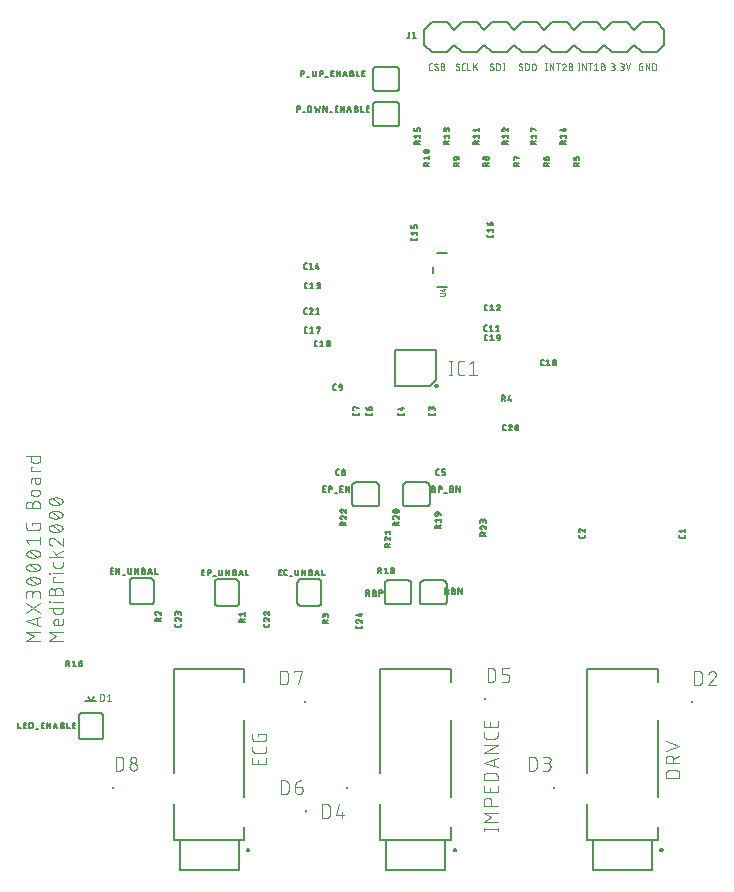
<source format=gbr>
G04 EAGLE Gerber RS-274X export*
G75*
%MOMM*%
%FSLAX34Y34*%
%LPD*%
%INSilkscreen Top*%
%IPPOS*%
%AMOC8*
5,1,8,0,0,1.08239X$1,22.5*%
G01*
%ADD10C,0.101600*%
%ADD11C,0.050800*%
%ADD12C,0.127000*%
%ADD13C,0.200000*%
%ADD14C,0.203200*%
%ADD15C,0.152400*%
%ADD16C,0.025400*%
%ADD17C,0.100000*%
%ADD18C,0.100000*%


D10*
X31942Y169008D02*
X20258Y169008D01*
X26749Y172903D01*
X20258Y176797D01*
X31942Y176797D01*
X31942Y181581D02*
X20258Y185476D01*
X31942Y189370D01*
X29021Y188397D02*
X29021Y182555D01*
X31942Y193011D02*
X20258Y200800D01*
X20258Y193011D02*
X31942Y200800D01*
X31942Y205090D02*
X31942Y208336D01*
X31940Y208449D01*
X31934Y208562D01*
X31924Y208675D01*
X31910Y208788D01*
X31893Y208900D01*
X31871Y209011D01*
X31846Y209121D01*
X31816Y209231D01*
X31783Y209339D01*
X31746Y209446D01*
X31706Y209552D01*
X31661Y209656D01*
X31613Y209759D01*
X31562Y209860D01*
X31507Y209959D01*
X31449Y210056D01*
X31387Y210151D01*
X31322Y210244D01*
X31254Y210334D01*
X31183Y210422D01*
X31108Y210508D01*
X31031Y210591D01*
X30951Y210671D01*
X30868Y210748D01*
X30782Y210823D01*
X30694Y210894D01*
X30604Y210962D01*
X30511Y211027D01*
X30416Y211089D01*
X30319Y211147D01*
X30220Y211202D01*
X30119Y211253D01*
X30016Y211301D01*
X29912Y211346D01*
X29806Y211386D01*
X29699Y211423D01*
X29591Y211456D01*
X29481Y211486D01*
X29371Y211511D01*
X29260Y211533D01*
X29148Y211550D01*
X29035Y211564D01*
X28922Y211574D01*
X28809Y211580D01*
X28696Y211582D01*
X28583Y211580D01*
X28470Y211574D01*
X28357Y211564D01*
X28244Y211550D01*
X28132Y211533D01*
X28021Y211511D01*
X27911Y211486D01*
X27801Y211456D01*
X27693Y211423D01*
X27586Y211386D01*
X27480Y211346D01*
X27376Y211301D01*
X27273Y211253D01*
X27172Y211202D01*
X27073Y211147D01*
X26976Y211089D01*
X26881Y211027D01*
X26788Y210962D01*
X26698Y210894D01*
X26610Y210823D01*
X26524Y210748D01*
X26441Y210671D01*
X26361Y210591D01*
X26284Y210508D01*
X26209Y210422D01*
X26138Y210334D01*
X26070Y210244D01*
X26005Y210151D01*
X25943Y210056D01*
X25885Y209959D01*
X25830Y209860D01*
X25779Y209759D01*
X25731Y209656D01*
X25686Y209552D01*
X25646Y209446D01*
X25609Y209339D01*
X25576Y209231D01*
X25546Y209121D01*
X25521Y209011D01*
X25499Y208900D01*
X25482Y208788D01*
X25468Y208675D01*
X25458Y208562D01*
X25452Y208449D01*
X25450Y208336D01*
X20258Y208985D02*
X20258Y205090D01*
X20258Y208985D02*
X20260Y209086D01*
X20266Y209186D01*
X20276Y209286D01*
X20289Y209386D01*
X20307Y209485D01*
X20328Y209584D01*
X20353Y209681D01*
X20382Y209778D01*
X20415Y209873D01*
X20451Y209967D01*
X20491Y210059D01*
X20534Y210150D01*
X20581Y210239D01*
X20631Y210326D01*
X20685Y210412D01*
X20742Y210495D01*
X20802Y210575D01*
X20865Y210654D01*
X20932Y210730D01*
X21001Y210803D01*
X21073Y210873D01*
X21147Y210941D01*
X21224Y211006D01*
X21304Y211067D01*
X21386Y211126D01*
X21470Y211181D01*
X21556Y211233D01*
X21644Y211282D01*
X21734Y211327D01*
X21826Y211369D01*
X21919Y211407D01*
X22014Y211441D01*
X22109Y211472D01*
X22206Y211499D01*
X22304Y211522D01*
X22403Y211542D01*
X22503Y211557D01*
X22603Y211569D01*
X22703Y211577D01*
X22804Y211581D01*
X22904Y211581D01*
X23005Y211577D01*
X23105Y211569D01*
X23205Y211557D01*
X23305Y211542D01*
X23404Y211522D01*
X23502Y211499D01*
X23599Y211472D01*
X23694Y211441D01*
X23789Y211407D01*
X23882Y211369D01*
X23974Y211327D01*
X24064Y211282D01*
X24152Y211233D01*
X24238Y211181D01*
X24322Y211126D01*
X24404Y211067D01*
X24484Y211006D01*
X24561Y210941D01*
X24635Y210873D01*
X24707Y210803D01*
X24776Y210730D01*
X24843Y210654D01*
X24906Y210575D01*
X24966Y210495D01*
X25023Y210412D01*
X25077Y210326D01*
X25127Y210239D01*
X25174Y210150D01*
X25217Y210059D01*
X25257Y209967D01*
X25293Y209873D01*
X25326Y209778D01*
X25355Y209681D01*
X25380Y209584D01*
X25401Y209485D01*
X25419Y209386D01*
X25432Y209286D01*
X25442Y209186D01*
X25448Y209086D01*
X25450Y208985D01*
X25451Y208985D02*
X25451Y206388D01*
X26100Y216520D02*
X25870Y216523D01*
X25640Y216531D01*
X25411Y216545D01*
X25182Y216564D01*
X24953Y216589D01*
X24725Y216619D01*
X24498Y216654D01*
X24272Y216695D01*
X24047Y216741D01*
X23823Y216793D01*
X23600Y216850D01*
X23379Y216912D01*
X23159Y216980D01*
X22941Y217053D01*
X22725Y217131D01*
X22511Y217214D01*
X22299Y217302D01*
X22088Y217395D01*
X21881Y217494D01*
X21791Y217527D01*
X21702Y217563D01*
X21614Y217603D01*
X21529Y217647D01*
X21445Y217694D01*
X21363Y217744D01*
X21283Y217798D01*
X21206Y217854D01*
X21130Y217914D01*
X21057Y217977D01*
X20987Y218042D01*
X20919Y218111D01*
X20855Y218182D01*
X20793Y218255D01*
X20734Y218331D01*
X20678Y218409D01*
X20625Y218490D01*
X20576Y218572D01*
X20530Y218656D01*
X20487Y218743D01*
X20448Y218830D01*
X20412Y218920D01*
X20380Y219010D01*
X20352Y219102D01*
X20327Y219195D01*
X20306Y219289D01*
X20289Y219383D01*
X20275Y219478D01*
X20266Y219574D01*
X20260Y219670D01*
X20258Y219766D01*
X20260Y219862D01*
X20266Y219958D01*
X20275Y220054D01*
X20289Y220149D01*
X20306Y220243D01*
X20327Y220337D01*
X20352Y220430D01*
X20380Y220522D01*
X20412Y220612D01*
X20448Y220702D01*
X20487Y220790D01*
X20530Y220876D01*
X20576Y220960D01*
X20625Y221042D01*
X20678Y221123D01*
X20734Y221201D01*
X20793Y221277D01*
X20855Y221350D01*
X20919Y221421D01*
X20987Y221490D01*
X21057Y221555D01*
X21130Y221618D01*
X21206Y221678D01*
X21283Y221734D01*
X21363Y221788D01*
X21445Y221838D01*
X21529Y221885D01*
X21614Y221929D01*
X21702Y221969D01*
X21791Y222005D01*
X21881Y222038D01*
X22088Y222137D01*
X22299Y222230D01*
X22511Y222318D01*
X22725Y222401D01*
X22941Y222479D01*
X23159Y222552D01*
X23379Y222620D01*
X23600Y222682D01*
X23823Y222739D01*
X24047Y222791D01*
X24272Y222837D01*
X24498Y222878D01*
X24725Y222913D01*
X24953Y222943D01*
X25182Y222968D01*
X25411Y222987D01*
X25640Y223001D01*
X25870Y223009D01*
X26100Y223012D01*
X26100Y216520D02*
X26330Y216523D01*
X26560Y216531D01*
X26789Y216545D01*
X27018Y216564D01*
X27247Y216589D01*
X27475Y216619D01*
X27702Y216654D01*
X27928Y216695D01*
X28153Y216741D01*
X28377Y216793D01*
X28600Y216850D01*
X28821Y216912D01*
X29041Y216980D01*
X29259Y217053D01*
X29475Y217131D01*
X29689Y217214D01*
X29901Y217302D01*
X30112Y217395D01*
X30319Y217494D01*
X30409Y217527D01*
X30498Y217563D01*
X30586Y217604D01*
X30671Y217647D01*
X30755Y217694D01*
X30837Y217744D01*
X30917Y217798D01*
X30994Y217854D01*
X31070Y217914D01*
X31143Y217977D01*
X31213Y218042D01*
X31281Y218111D01*
X31345Y218182D01*
X31407Y218255D01*
X31466Y218331D01*
X31522Y218409D01*
X31575Y218490D01*
X31624Y218572D01*
X31670Y218656D01*
X31713Y218743D01*
X31752Y218830D01*
X31788Y218920D01*
X31820Y219010D01*
X31848Y219102D01*
X31873Y219195D01*
X31894Y219289D01*
X31911Y219383D01*
X31925Y219478D01*
X31934Y219574D01*
X31940Y219670D01*
X31942Y219766D01*
X30319Y222037D02*
X30112Y222136D01*
X29901Y222229D01*
X29689Y222317D01*
X29475Y222400D01*
X29259Y222478D01*
X29041Y222551D01*
X28821Y222619D01*
X28600Y222681D01*
X28377Y222738D01*
X28153Y222790D01*
X27928Y222836D01*
X27702Y222877D01*
X27475Y222912D01*
X27247Y222942D01*
X27018Y222967D01*
X26789Y222986D01*
X26560Y223000D01*
X26330Y223008D01*
X26100Y223011D01*
X30319Y222038D02*
X30409Y222005D01*
X30498Y221969D01*
X30586Y221929D01*
X30671Y221885D01*
X30755Y221838D01*
X30837Y221788D01*
X30917Y221734D01*
X30994Y221678D01*
X31070Y221618D01*
X31143Y221555D01*
X31213Y221490D01*
X31281Y221421D01*
X31345Y221350D01*
X31407Y221277D01*
X31466Y221201D01*
X31522Y221123D01*
X31575Y221042D01*
X31624Y220960D01*
X31670Y220876D01*
X31713Y220789D01*
X31752Y220702D01*
X31788Y220612D01*
X31820Y220522D01*
X31848Y220430D01*
X31873Y220337D01*
X31894Y220243D01*
X31911Y220149D01*
X31925Y220054D01*
X31934Y219958D01*
X31940Y219862D01*
X31942Y219766D01*
X29346Y217169D02*
X22854Y222362D01*
X26100Y227950D02*
X25870Y227953D01*
X25640Y227961D01*
X25411Y227975D01*
X25182Y227994D01*
X24953Y228019D01*
X24725Y228049D01*
X24498Y228084D01*
X24272Y228125D01*
X24047Y228171D01*
X23823Y228223D01*
X23600Y228280D01*
X23379Y228342D01*
X23159Y228410D01*
X22941Y228483D01*
X22725Y228561D01*
X22511Y228644D01*
X22299Y228732D01*
X22088Y228825D01*
X21881Y228924D01*
X21791Y228957D01*
X21702Y228993D01*
X21614Y229033D01*
X21529Y229077D01*
X21445Y229124D01*
X21363Y229174D01*
X21283Y229228D01*
X21206Y229284D01*
X21130Y229344D01*
X21057Y229407D01*
X20987Y229472D01*
X20919Y229541D01*
X20855Y229612D01*
X20793Y229685D01*
X20734Y229761D01*
X20678Y229839D01*
X20625Y229920D01*
X20576Y230002D01*
X20530Y230086D01*
X20487Y230173D01*
X20448Y230260D01*
X20412Y230350D01*
X20380Y230440D01*
X20352Y230532D01*
X20327Y230625D01*
X20306Y230719D01*
X20289Y230813D01*
X20275Y230908D01*
X20266Y231004D01*
X20260Y231100D01*
X20258Y231196D01*
X20260Y231292D01*
X20266Y231388D01*
X20275Y231484D01*
X20289Y231579D01*
X20306Y231673D01*
X20327Y231767D01*
X20352Y231860D01*
X20380Y231952D01*
X20412Y232042D01*
X20448Y232132D01*
X20487Y232220D01*
X20530Y232306D01*
X20576Y232390D01*
X20625Y232472D01*
X20678Y232553D01*
X20734Y232631D01*
X20793Y232707D01*
X20855Y232780D01*
X20919Y232851D01*
X20987Y232920D01*
X21057Y232985D01*
X21130Y233048D01*
X21206Y233108D01*
X21283Y233164D01*
X21363Y233218D01*
X21445Y233268D01*
X21529Y233315D01*
X21614Y233359D01*
X21702Y233399D01*
X21791Y233435D01*
X21881Y233468D01*
X21881Y233467D02*
X22088Y233566D01*
X22299Y233659D01*
X22511Y233747D01*
X22725Y233830D01*
X22941Y233908D01*
X23159Y233981D01*
X23379Y234049D01*
X23600Y234111D01*
X23823Y234168D01*
X24047Y234220D01*
X24272Y234266D01*
X24498Y234307D01*
X24725Y234342D01*
X24953Y234372D01*
X25182Y234397D01*
X25411Y234416D01*
X25640Y234430D01*
X25870Y234438D01*
X26100Y234441D01*
X26100Y227950D02*
X26330Y227953D01*
X26560Y227961D01*
X26789Y227975D01*
X27018Y227994D01*
X27247Y228019D01*
X27475Y228049D01*
X27702Y228084D01*
X27928Y228125D01*
X28153Y228171D01*
X28377Y228223D01*
X28600Y228280D01*
X28821Y228342D01*
X29041Y228410D01*
X29259Y228483D01*
X29475Y228561D01*
X29689Y228644D01*
X29901Y228732D01*
X30112Y228825D01*
X30319Y228924D01*
X30409Y228957D01*
X30498Y228993D01*
X30586Y229034D01*
X30671Y229077D01*
X30755Y229124D01*
X30837Y229174D01*
X30917Y229228D01*
X30994Y229284D01*
X31070Y229344D01*
X31143Y229407D01*
X31213Y229472D01*
X31281Y229541D01*
X31345Y229612D01*
X31407Y229685D01*
X31466Y229761D01*
X31522Y229839D01*
X31575Y229920D01*
X31624Y230002D01*
X31670Y230086D01*
X31713Y230173D01*
X31752Y230260D01*
X31788Y230350D01*
X31820Y230440D01*
X31848Y230532D01*
X31873Y230625D01*
X31894Y230719D01*
X31911Y230813D01*
X31925Y230908D01*
X31934Y231004D01*
X31940Y231100D01*
X31942Y231196D01*
X30319Y233467D02*
X30112Y233566D01*
X29901Y233659D01*
X29689Y233747D01*
X29475Y233830D01*
X29259Y233908D01*
X29041Y233981D01*
X28821Y234049D01*
X28600Y234111D01*
X28377Y234168D01*
X28153Y234220D01*
X27928Y234266D01*
X27702Y234307D01*
X27475Y234342D01*
X27247Y234372D01*
X27018Y234397D01*
X26789Y234416D01*
X26560Y234430D01*
X26330Y234438D01*
X26100Y234441D01*
X30319Y233468D02*
X30409Y233435D01*
X30498Y233399D01*
X30586Y233359D01*
X30671Y233315D01*
X30755Y233268D01*
X30837Y233218D01*
X30917Y233164D01*
X30994Y233108D01*
X31070Y233048D01*
X31143Y232985D01*
X31213Y232920D01*
X31281Y232851D01*
X31345Y232780D01*
X31407Y232707D01*
X31466Y232631D01*
X31522Y232553D01*
X31575Y232472D01*
X31624Y232390D01*
X31670Y232306D01*
X31713Y232219D01*
X31752Y232132D01*
X31788Y232042D01*
X31820Y231952D01*
X31848Y231860D01*
X31873Y231767D01*
X31894Y231673D01*
X31911Y231579D01*
X31925Y231484D01*
X31934Y231388D01*
X31940Y231292D01*
X31942Y231196D01*
X29346Y228599D02*
X22854Y233792D01*
X26100Y239380D02*
X25870Y239383D01*
X25640Y239391D01*
X25411Y239405D01*
X25182Y239424D01*
X24953Y239449D01*
X24725Y239479D01*
X24498Y239514D01*
X24272Y239555D01*
X24047Y239601D01*
X23823Y239653D01*
X23600Y239710D01*
X23379Y239772D01*
X23159Y239840D01*
X22941Y239913D01*
X22725Y239991D01*
X22511Y240074D01*
X22299Y240162D01*
X22088Y240255D01*
X21881Y240354D01*
X21791Y240387D01*
X21702Y240423D01*
X21614Y240463D01*
X21529Y240507D01*
X21445Y240554D01*
X21363Y240604D01*
X21283Y240658D01*
X21206Y240714D01*
X21130Y240774D01*
X21057Y240837D01*
X20987Y240902D01*
X20919Y240971D01*
X20855Y241042D01*
X20793Y241115D01*
X20734Y241191D01*
X20678Y241269D01*
X20625Y241350D01*
X20576Y241432D01*
X20530Y241516D01*
X20487Y241603D01*
X20448Y241690D01*
X20412Y241780D01*
X20380Y241870D01*
X20352Y241962D01*
X20327Y242055D01*
X20306Y242149D01*
X20289Y242243D01*
X20275Y242338D01*
X20266Y242434D01*
X20260Y242530D01*
X20258Y242626D01*
X20260Y242722D01*
X20266Y242818D01*
X20275Y242914D01*
X20289Y243009D01*
X20306Y243103D01*
X20327Y243197D01*
X20352Y243290D01*
X20380Y243382D01*
X20412Y243472D01*
X20448Y243562D01*
X20487Y243650D01*
X20530Y243736D01*
X20576Y243820D01*
X20625Y243902D01*
X20678Y243983D01*
X20734Y244061D01*
X20793Y244137D01*
X20855Y244210D01*
X20919Y244281D01*
X20987Y244350D01*
X21057Y244415D01*
X21130Y244478D01*
X21206Y244538D01*
X21283Y244594D01*
X21363Y244648D01*
X21445Y244698D01*
X21529Y244745D01*
X21614Y244789D01*
X21702Y244829D01*
X21791Y244865D01*
X21881Y244898D01*
X21881Y244897D02*
X22088Y244996D01*
X22299Y245089D01*
X22511Y245177D01*
X22725Y245260D01*
X22941Y245338D01*
X23159Y245411D01*
X23379Y245479D01*
X23600Y245541D01*
X23823Y245598D01*
X24047Y245650D01*
X24272Y245696D01*
X24498Y245737D01*
X24725Y245772D01*
X24953Y245802D01*
X25182Y245827D01*
X25411Y245846D01*
X25640Y245860D01*
X25870Y245868D01*
X26100Y245871D01*
X26100Y239380D02*
X26330Y239383D01*
X26560Y239391D01*
X26789Y239405D01*
X27018Y239424D01*
X27247Y239449D01*
X27475Y239479D01*
X27702Y239514D01*
X27928Y239555D01*
X28153Y239601D01*
X28377Y239653D01*
X28600Y239710D01*
X28821Y239772D01*
X29041Y239840D01*
X29259Y239913D01*
X29475Y239991D01*
X29689Y240074D01*
X29901Y240162D01*
X30112Y240255D01*
X30319Y240354D01*
X30409Y240387D01*
X30498Y240423D01*
X30586Y240464D01*
X30671Y240507D01*
X30755Y240554D01*
X30837Y240604D01*
X30917Y240658D01*
X30994Y240714D01*
X31070Y240774D01*
X31143Y240837D01*
X31213Y240902D01*
X31281Y240971D01*
X31345Y241042D01*
X31407Y241115D01*
X31466Y241191D01*
X31522Y241269D01*
X31575Y241350D01*
X31624Y241432D01*
X31670Y241516D01*
X31713Y241603D01*
X31752Y241690D01*
X31788Y241780D01*
X31820Y241870D01*
X31848Y241962D01*
X31873Y242055D01*
X31894Y242149D01*
X31911Y242243D01*
X31925Y242338D01*
X31934Y242434D01*
X31940Y242530D01*
X31942Y242626D01*
X30319Y244897D02*
X30112Y244996D01*
X29901Y245089D01*
X29689Y245177D01*
X29475Y245260D01*
X29259Y245338D01*
X29041Y245411D01*
X28821Y245479D01*
X28600Y245541D01*
X28377Y245598D01*
X28153Y245650D01*
X27928Y245696D01*
X27702Y245737D01*
X27475Y245772D01*
X27247Y245802D01*
X27018Y245827D01*
X26789Y245846D01*
X26560Y245860D01*
X26330Y245868D01*
X26100Y245871D01*
X30319Y244898D02*
X30409Y244865D01*
X30498Y244829D01*
X30586Y244789D01*
X30671Y244745D01*
X30755Y244698D01*
X30837Y244648D01*
X30917Y244594D01*
X30994Y244538D01*
X31070Y244478D01*
X31143Y244415D01*
X31213Y244350D01*
X31281Y244281D01*
X31345Y244210D01*
X31407Y244137D01*
X31466Y244061D01*
X31522Y243983D01*
X31575Y243902D01*
X31624Y243820D01*
X31670Y243736D01*
X31713Y243649D01*
X31752Y243562D01*
X31788Y243472D01*
X31820Y243382D01*
X31848Y243290D01*
X31873Y243197D01*
X31894Y243103D01*
X31911Y243009D01*
X31925Y242914D01*
X31934Y242818D01*
X31940Y242722D01*
X31942Y242626D01*
X29346Y240029D02*
X22854Y245222D01*
X22854Y250810D02*
X20258Y254056D01*
X31942Y254056D01*
X31942Y257301D02*
X31942Y250810D01*
X25451Y267165D02*
X25451Y269112D01*
X31942Y269112D01*
X31942Y265217D01*
X31940Y265118D01*
X31934Y265018D01*
X31925Y264919D01*
X31912Y264821D01*
X31895Y264723D01*
X31874Y264625D01*
X31849Y264529D01*
X31821Y264434D01*
X31789Y264340D01*
X31754Y264247D01*
X31715Y264155D01*
X31672Y264065D01*
X31627Y263977D01*
X31577Y263890D01*
X31525Y263806D01*
X31469Y263723D01*
X31411Y263643D01*
X31349Y263565D01*
X31284Y263490D01*
X31216Y263417D01*
X31146Y263347D01*
X31073Y263279D01*
X30998Y263214D01*
X30920Y263152D01*
X30840Y263094D01*
X30757Y263038D01*
X30673Y262986D01*
X30586Y262936D01*
X30498Y262891D01*
X30408Y262848D01*
X30316Y262809D01*
X30223Y262774D01*
X30129Y262742D01*
X30034Y262714D01*
X29938Y262689D01*
X29840Y262668D01*
X29742Y262651D01*
X29644Y262638D01*
X29545Y262629D01*
X29445Y262623D01*
X29346Y262621D01*
X22854Y262621D01*
X22854Y262620D02*
X22755Y262622D01*
X22655Y262628D01*
X22556Y262637D01*
X22458Y262650D01*
X22360Y262668D01*
X22262Y262688D01*
X22166Y262713D01*
X22070Y262741D01*
X21976Y262773D01*
X21883Y262808D01*
X21792Y262847D01*
X21702Y262890D01*
X21613Y262935D01*
X21527Y262985D01*
X21442Y263037D01*
X21360Y263093D01*
X21280Y263152D01*
X21202Y263213D01*
X21126Y263278D01*
X21053Y263346D01*
X20983Y263416D01*
X20915Y263489D01*
X20850Y263565D01*
X20789Y263643D01*
X20730Y263723D01*
X20674Y263805D01*
X20622Y263890D01*
X20573Y263976D01*
X20527Y264065D01*
X20484Y264155D01*
X20445Y264246D01*
X20410Y264339D01*
X20378Y264433D01*
X20350Y264529D01*
X20325Y264625D01*
X20305Y264723D01*
X20287Y264821D01*
X20274Y264919D01*
X20265Y265018D01*
X20259Y265117D01*
X20257Y265217D01*
X20258Y265217D02*
X20258Y269112D01*
X25451Y281078D02*
X25451Y284324D01*
X25450Y284324D02*
X25452Y284437D01*
X25458Y284550D01*
X25468Y284663D01*
X25482Y284776D01*
X25499Y284888D01*
X25521Y284999D01*
X25546Y285109D01*
X25576Y285219D01*
X25609Y285327D01*
X25646Y285434D01*
X25686Y285540D01*
X25731Y285644D01*
X25779Y285747D01*
X25830Y285848D01*
X25885Y285947D01*
X25943Y286044D01*
X26005Y286139D01*
X26070Y286232D01*
X26138Y286322D01*
X26209Y286410D01*
X26284Y286496D01*
X26361Y286579D01*
X26441Y286659D01*
X26524Y286736D01*
X26610Y286811D01*
X26698Y286882D01*
X26788Y286950D01*
X26881Y287015D01*
X26976Y287077D01*
X27073Y287135D01*
X27172Y287190D01*
X27273Y287241D01*
X27376Y287289D01*
X27480Y287334D01*
X27586Y287374D01*
X27693Y287411D01*
X27801Y287444D01*
X27911Y287474D01*
X28021Y287499D01*
X28132Y287521D01*
X28244Y287538D01*
X28357Y287552D01*
X28470Y287562D01*
X28583Y287568D01*
X28696Y287570D01*
X28809Y287568D01*
X28922Y287562D01*
X29035Y287552D01*
X29148Y287538D01*
X29260Y287521D01*
X29371Y287499D01*
X29481Y287474D01*
X29591Y287444D01*
X29699Y287411D01*
X29806Y287374D01*
X29912Y287334D01*
X30016Y287289D01*
X30119Y287241D01*
X30220Y287190D01*
X30319Y287135D01*
X30416Y287077D01*
X30511Y287015D01*
X30604Y286950D01*
X30694Y286882D01*
X30782Y286811D01*
X30868Y286736D01*
X30951Y286659D01*
X31031Y286579D01*
X31108Y286496D01*
X31183Y286410D01*
X31254Y286322D01*
X31322Y286232D01*
X31387Y286139D01*
X31449Y286044D01*
X31507Y285947D01*
X31562Y285848D01*
X31613Y285747D01*
X31661Y285644D01*
X31706Y285540D01*
X31746Y285434D01*
X31783Y285327D01*
X31816Y285219D01*
X31846Y285109D01*
X31871Y284999D01*
X31893Y284888D01*
X31910Y284776D01*
X31924Y284663D01*
X31934Y284550D01*
X31940Y284437D01*
X31942Y284324D01*
X31942Y281078D01*
X20258Y281078D01*
X20258Y284324D01*
X20260Y284425D01*
X20266Y284525D01*
X20276Y284625D01*
X20289Y284725D01*
X20307Y284824D01*
X20328Y284923D01*
X20353Y285020D01*
X20382Y285117D01*
X20415Y285212D01*
X20451Y285306D01*
X20491Y285398D01*
X20534Y285489D01*
X20581Y285578D01*
X20631Y285665D01*
X20685Y285751D01*
X20742Y285834D01*
X20802Y285914D01*
X20865Y285993D01*
X20932Y286069D01*
X21001Y286142D01*
X21073Y286212D01*
X21147Y286280D01*
X21224Y286345D01*
X21304Y286406D01*
X21386Y286465D01*
X21470Y286520D01*
X21556Y286572D01*
X21644Y286621D01*
X21734Y286666D01*
X21826Y286708D01*
X21919Y286746D01*
X22014Y286780D01*
X22109Y286811D01*
X22206Y286838D01*
X22304Y286861D01*
X22403Y286881D01*
X22503Y286896D01*
X22603Y286908D01*
X22703Y286916D01*
X22804Y286920D01*
X22904Y286920D01*
X23005Y286916D01*
X23105Y286908D01*
X23205Y286896D01*
X23305Y286881D01*
X23404Y286861D01*
X23502Y286838D01*
X23599Y286811D01*
X23694Y286780D01*
X23789Y286746D01*
X23882Y286708D01*
X23974Y286666D01*
X24064Y286621D01*
X24152Y286572D01*
X24238Y286520D01*
X24322Y286465D01*
X24404Y286406D01*
X24484Y286345D01*
X24561Y286280D01*
X24635Y286212D01*
X24707Y286142D01*
X24776Y286069D01*
X24843Y285993D01*
X24906Y285914D01*
X24966Y285834D01*
X25023Y285751D01*
X25077Y285665D01*
X25127Y285578D01*
X25174Y285489D01*
X25217Y285398D01*
X25257Y285306D01*
X25293Y285212D01*
X25326Y285117D01*
X25355Y285020D01*
X25380Y284923D01*
X25401Y284824D01*
X25419Y284725D01*
X25432Y284625D01*
X25442Y284525D01*
X25448Y284425D01*
X25450Y284324D01*
X26749Y291845D02*
X29346Y291845D01*
X26749Y291845D02*
X26648Y291847D01*
X26548Y291853D01*
X26448Y291863D01*
X26348Y291876D01*
X26249Y291894D01*
X26150Y291915D01*
X26053Y291940D01*
X25956Y291969D01*
X25861Y292002D01*
X25767Y292038D01*
X25675Y292078D01*
X25584Y292121D01*
X25495Y292168D01*
X25408Y292218D01*
X25322Y292272D01*
X25239Y292329D01*
X25159Y292389D01*
X25080Y292452D01*
X25004Y292519D01*
X24931Y292588D01*
X24861Y292660D01*
X24793Y292734D01*
X24728Y292811D01*
X24667Y292891D01*
X24608Y292973D01*
X24553Y293057D01*
X24501Y293143D01*
X24452Y293231D01*
X24407Y293321D01*
X24365Y293413D01*
X24327Y293506D01*
X24293Y293601D01*
X24262Y293696D01*
X24235Y293793D01*
X24212Y293891D01*
X24192Y293990D01*
X24177Y294090D01*
X24165Y294190D01*
X24157Y294290D01*
X24153Y294391D01*
X24153Y294491D01*
X24157Y294592D01*
X24165Y294692D01*
X24177Y294792D01*
X24192Y294892D01*
X24212Y294991D01*
X24235Y295089D01*
X24262Y295186D01*
X24293Y295281D01*
X24327Y295376D01*
X24365Y295469D01*
X24407Y295561D01*
X24452Y295651D01*
X24501Y295739D01*
X24553Y295825D01*
X24608Y295909D01*
X24667Y295991D01*
X24728Y296071D01*
X24793Y296148D01*
X24861Y296222D01*
X24931Y296294D01*
X25004Y296363D01*
X25080Y296430D01*
X25159Y296493D01*
X25239Y296553D01*
X25322Y296610D01*
X25408Y296664D01*
X25495Y296714D01*
X25584Y296761D01*
X25675Y296804D01*
X25767Y296844D01*
X25861Y296880D01*
X25956Y296913D01*
X26053Y296942D01*
X26150Y296967D01*
X26249Y296988D01*
X26348Y297006D01*
X26448Y297019D01*
X26548Y297029D01*
X26648Y297035D01*
X26749Y297037D01*
X26749Y297038D02*
X29346Y297038D01*
X29346Y297037D02*
X29447Y297035D01*
X29547Y297029D01*
X29647Y297019D01*
X29747Y297006D01*
X29846Y296988D01*
X29945Y296967D01*
X30042Y296942D01*
X30139Y296913D01*
X30234Y296880D01*
X30328Y296844D01*
X30420Y296804D01*
X30511Y296761D01*
X30600Y296714D01*
X30687Y296664D01*
X30773Y296610D01*
X30856Y296553D01*
X30936Y296493D01*
X31015Y296430D01*
X31091Y296363D01*
X31164Y296294D01*
X31234Y296222D01*
X31302Y296148D01*
X31367Y296071D01*
X31428Y295991D01*
X31487Y295909D01*
X31542Y295825D01*
X31594Y295739D01*
X31643Y295651D01*
X31688Y295561D01*
X31730Y295469D01*
X31768Y295376D01*
X31802Y295281D01*
X31833Y295186D01*
X31860Y295089D01*
X31883Y294991D01*
X31903Y294892D01*
X31918Y294792D01*
X31930Y294692D01*
X31938Y294592D01*
X31942Y294491D01*
X31942Y294391D01*
X31938Y294290D01*
X31930Y294190D01*
X31918Y294090D01*
X31903Y293990D01*
X31883Y293891D01*
X31860Y293793D01*
X31833Y293696D01*
X31802Y293601D01*
X31768Y293506D01*
X31730Y293413D01*
X31688Y293321D01*
X31643Y293231D01*
X31594Y293143D01*
X31542Y293057D01*
X31487Y292973D01*
X31428Y292891D01*
X31367Y292811D01*
X31302Y292734D01*
X31234Y292660D01*
X31164Y292588D01*
X31091Y292519D01*
X31015Y292452D01*
X30936Y292389D01*
X30856Y292329D01*
X30773Y292272D01*
X30687Y292218D01*
X30600Y292168D01*
X30511Y292121D01*
X30420Y292078D01*
X30328Y292038D01*
X30234Y292002D01*
X30139Y291969D01*
X30042Y291940D01*
X29945Y291915D01*
X29846Y291894D01*
X29747Y291876D01*
X29647Y291863D01*
X29547Y291853D01*
X29447Y291847D01*
X29346Y291845D01*
X27398Y303964D02*
X27398Y306885D01*
X27398Y303964D02*
X27400Y303870D01*
X27406Y303776D01*
X27415Y303683D01*
X27429Y303590D01*
X27446Y303498D01*
X27468Y303406D01*
X27492Y303316D01*
X27521Y303226D01*
X27553Y303138D01*
X27589Y303051D01*
X27629Y302966D01*
X27672Y302883D01*
X27718Y302801D01*
X27768Y302721D01*
X27821Y302644D01*
X27877Y302569D01*
X27936Y302496D01*
X27998Y302425D01*
X28063Y302357D01*
X28131Y302292D01*
X28202Y302230D01*
X28275Y302171D01*
X28350Y302115D01*
X28427Y302062D01*
X28507Y302012D01*
X28589Y301966D01*
X28672Y301923D01*
X28757Y301883D01*
X28844Y301847D01*
X28932Y301815D01*
X29022Y301786D01*
X29112Y301762D01*
X29204Y301740D01*
X29296Y301723D01*
X29389Y301709D01*
X29482Y301700D01*
X29576Y301694D01*
X29670Y301692D01*
X29764Y301694D01*
X29858Y301700D01*
X29951Y301709D01*
X30044Y301723D01*
X30136Y301740D01*
X30228Y301762D01*
X30318Y301786D01*
X30408Y301815D01*
X30496Y301847D01*
X30583Y301883D01*
X30668Y301923D01*
X30751Y301966D01*
X30833Y302012D01*
X30913Y302062D01*
X30990Y302115D01*
X31065Y302171D01*
X31138Y302230D01*
X31209Y302292D01*
X31277Y302357D01*
X31342Y302425D01*
X31404Y302496D01*
X31463Y302569D01*
X31519Y302644D01*
X31572Y302721D01*
X31622Y302801D01*
X31668Y302883D01*
X31711Y302966D01*
X31751Y303051D01*
X31787Y303138D01*
X31819Y303226D01*
X31848Y303316D01*
X31872Y303406D01*
X31894Y303498D01*
X31911Y303590D01*
X31925Y303683D01*
X31934Y303776D01*
X31940Y303870D01*
X31942Y303964D01*
X31942Y306885D01*
X26100Y306885D01*
X26013Y306883D01*
X25925Y306877D01*
X25839Y306867D01*
X25752Y306854D01*
X25667Y306836D01*
X25582Y306815D01*
X25498Y306790D01*
X25416Y306761D01*
X25335Y306728D01*
X25255Y306692D01*
X25177Y306653D01*
X25101Y306609D01*
X25027Y306563D01*
X24956Y306513D01*
X24886Y306460D01*
X24819Y306404D01*
X24755Y306345D01*
X24693Y306283D01*
X24634Y306219D01*
X24578Y306152D01*
X24525Y306082D01*
X24475Y306011D01*
X24429Y305937D01*
X24385Y305861D01*
X24346Y305783D01*
X24310Y305703D01*
X24277Y305622D01*
X24248Y305540D01*
X24223Y305456D01*
X24202Y305371D01*
X24184Y305286D01*
X24171Y305199D01*
X24161Y305113D01*
X24155Y305025D01*
X24153Y304938D01*
X24153Y302341D01*
X24153Y312485D02*
X31942Y312485D01*
X24153Y312485D02*
X24153Y316380D01*
X25451Y316380D01*
X20258Y325173D02*
X31942Y325173D01*
X31942Y321927D01*
X31940Y321840D01*
X31934Y321752D01*
X31924Y321666D01*
X31911Y321579D01*
X31893Y321494D01*
X31872Y321409D01*
X31847Y321325D01*
X31818Y321243D01*
X31785Y321162D01*
X31749Y321082D01*
X31710Y321004D01*
X31666Y320928D01*
X31620Y320854D01*
X31570Y320783D01*
X31517Y320713D01*
X31461Y320646D01*
X31402Y320582D01*
X31340Y320520D01*
X31276Y320461D01*
X31209Y320405D01*
X31139Y320352D01*
X31068Y320302D01*
X30994Y320256D01*
X30918Y320212D01*
X30840Y320173D01*
X30760Y320137D01*
X30679Y320104D01*
X30597Y320075D01*
X30513Y320050D01*
X30428Y320029D01*
X30343Y320011D01*
X30256Y319998D01*
X30170Y319988D01*
X30082Y319982D01*
X29995Y319980D01*
X26100Y319980D01*
X26013Y319982D01*
X25925Y319988D01*
X25839Y319998D01*
X25752Y320011D01*
X25667Y320029D01*
X25582Y320050D01*
X25498Y320075D01*
X25416Y320104D01*
X25335Y320137D01*
X25255Y320173D01*
X25177Y320212D01*
X25101Y320256D01*
X25027Y320302D01*
X24956Y320352D01*
X24886Y320405D01*
X24819Y320461D01*
X24755Y320520D01*
X24693Y320582D01*
X24634Y320646D01*
X24578Y320713D01*
X24525Y320783D01*
X24475Y320854D01*
X24429Y320928D01*
X24385Y321004D01*
X24346Y321082D01*
X24310Y321162D01*
X24277Y321243D01*
X24248Y321325D01*
X24223Y321409D01*
X24202Y321494D01*
X24184Y321579D01*
X24171Y321666D01*
X24161Y321752D01*
X24155Y321840D01*
X24153Y321927D01*
X24153Y325173D01*
X39308Y169008D02*
X50992Y169008D01*
X45799Y172903D02*
X39308Y169008D01*
X45799Y172903D02*
X39308Y176797D01*
X50992Y176797D01*
X50992Y184065D02*
X50992Y187310D01*
X50992Y184065D02*
X50990Y183978D01*
X50984Y183890D01*
X50974Y183804D01*
X50961Y183717D01*
X50943Y183632D01*
X50922Y183547D01*
X50897Y183463D01*
X50868Y183381D01*
X50835Y183300D01*
X50799Y183220D01*
X50760Y183142D01*
X50716Y183066D01*
X50670Y182992D01*
X50620Y182921D01*
X50567Y182851D01*
X50511Y182784D01*
X50452Y182720D01*
X50390Y182658D01*
X50326Y182599D01*
X50259Y182543D01*
X50189Y182490D01*
X50118Y182440D01*
X50044Y182394D01*
X49968Y182350D01*
X49890Y182311D01*
X49810Y182275D01*
X49729Y182242D01*
X49647Y182213D01*
X49563Y182188D01*
X49478Y182167D01*
X49393Y182149D01*
X49306Y182136D01*
X49220Y182126D01*
X49132Y182120D01*
X49045Y182118D01*
X49045Y182117D02*
X45799Y182117D01*
X45799Y182118D02*
X45698Y182120D01*
X45598Y182126D01*
X45498Y182136D01*
X45398Y182149D01*
X45299Y182167D01*
X45200Y182188D01*
X45103Y182213D01*
X45006Y182242D01*
X44911Y182275D01*
X44817Y182311D01*
X44725Y182351D01*
X44634Y182394D01*
X44545Y182441D01*
X44458Y182491D01*
X44372Y182545D01*
X44289Y182602D01*
X44209Y182662D01*
X44130Y182725D01*
X44054Y182792D01*
X43981Y182861D01*
X43911Y182933D01*
X43843Y183007D01*
X43778Y183084D01*
X43717Y183164D01*
X43658Y183246D01*
X43603Y183330D01*
X43551Y183416D01*
X43502Y183504D01*
X43457Y183594D01*
X43415Y183686D01*
X43377Y183779D01*
X43343Y183874D01*
X43312Y183969D01*
X43285Y184066D01*
X43262Y184164D01*
X43242Y184263D01*
X43227Y184363D01*
X43215Y184463D01*
X43207Y184563D01*
X43203Y184664D01*
X43203Y184764D01*
X43207Y184865D01*
X43215Y184965D01*
X43227Y185065D01*
X43242Y185165D01*
X43262Y185264D01*
X43285Y185362D01*
X43312Y185459D01*
X43343Y185554D01*
X43377Y185649D01*
X43415Y185742D01*
X43457Y185834D01*
X43502Y185924D01*
X43551Y186012D01*
X43603Y186098D01*
X43658Y186182D01*
X43717Y186264D01*
X43778Y186344D01*
X43843Y186421D01*
X43911Y186495D01*
X43981Y186567D01*
X44054Y186636D01*
X44130Y186703D01*
X44209Y186766D01*
X44289Y186826D01*
X44372Y186883D01*
X44458Y186937D01*
X44545Y186987D01*
X44634Y187034D01*
X44725Y187077D01*
X44817Y187117D01*
X44911Y187153D01*
X45006Y187186D01*
X45103Y187215D01*
X45200Y187240D01*
X45299Y187261D01*
X45398Y187279D01*
X45498Y187292D01*
X45598Y187302D01*
X45698Y187308D01*
X45799Y187310D01*
X47097Y187310D01*
X47097Y182117D01*
X50992Y197157D02*
X39308Y197157D01*
X50992Y197157D02*
X50992Y193912D01*
X50990Y193825D01*
X50984Y193737D01*
X50974Y193651D01*
X50961Y193564D01*
X50943Y193479D01*
X50922Y193394D01*
X50897Y193310D01*
X50868Y193228D01*
X50835Y193147D01*
X50799Y193067D01*
X50760Y192989D01*
X50716Y192913D01*
X50670Y192839D01*
X50620Y192768D01*
X50567Y192698D01*
X50511Y192631D01*
X50452Y192567D01*
X50390Y192505D01*
X50326Y192446D01*
X50259Y192390D01*
X50189Y192337D01*
X50118Y192287D01*
X50044Y192241D01*
X49968Y192197D01*
X49890Y192158D01*
X49810Y192122D01*
X49729Y192089D01*
X49647Y192060D01*
X49563Y192035D01*
X49478Y192014D01*
X49393Y191996D01*
X49306Y191983D01*
X49220Y191973D01*
X49132Y191967D01*
X49045Y191965D01*
X49045Y191964D02*
X45150Y191964D01*
X45150Y191965D02*
X45063Y191967D01*
X44975Y191973D01*
X44889Y191983D01*
X44802Y191996D01*
X44717Y192014D01*
X44632Y192035D01*
X44548Y192060D01*
X44466Y192089D01*
X44385Y192122D01*
X44305Y192158D01*
X44227Y192197D01*
X44151Y192241D01*
X44077Y192287D01*
X44006Y192337D01*
X43936Y192390D01*
X43869Y192446D01*
X43805Y192505D01*
X43743Y192567D01*
X43684Y192631D01*
X43628Y192698D01*
X43575Y192768D01*
X43525Y192839D01*
X43479Y192913D01*
X43435Y192989D01*
X43396Y193067D01*
X43360Y193147D01*
X43327Y193228D01*
X43298Y193310D01*
X43273Y193394D01*
X43252Y193479D01*
X43234Y193564D01*
X43221Y193651D01*
X43211Y193737D01*
X43205Y193825D01*
X43203Y193912D01*
X43203Y197157D01*
X43203Y202240D02*
X50992Y202240D01*
X39957Y201915D02*
X39308Y201915D01*
X39308Y202564D01*
X39957Y202564D01*
X39957Y201915D01*
X44501Y207545D02*
X44501Y210791D01*
X44500Y210791D02*
X44502Y210904D01*
X44508Y211017D01*
X44518Y211130D01*
X44532Y211243D01*
X44549Y211355D01*
X44571Y211466D01*
X44596Y211576D01*
X44626Y211686D01*
X44659Y211794D01*
X44696Y211901D01*
X44736Y212007D01*
X44781Y212111D01*
X44829Y212214D01*
X44880Y212315D01*
X44935Y212414D01*
X44993Y212511D01*
X45055Y212606D01*
X45120Y212699D01*
X45188Y212789D01*
X45259Y212877D01*
X45334Y212963D01*
X45411Y213046D01*
X45491Y213126D01*
X45574Y213203D01*
X45660Y213278D01*
X45748Y213349D01*
X45838Y213417D01*
X45931Y213482D01*
X46026Y213544D01*
X46123Y213602D01*
X46222Y213657D01*
X46323Y213708D01*
X46426Y213756D01*
X46530Y213801D01*
X46636Y213841D01*
X46743Y213878D01*
X46851Y213911D01*
X46961Y213941D01*
X47071Y213966D01*
X47182Y213988D01*
X47294Y214005D01*
X47407Y214019D01*
X47520Y214029D01*
X47633Y214035D01*
X47746Y214037D01*
X47859Y214035D01*
X47972Y214029D01*
X48085Y214019D01*
X48198Y214005D01*
X48310Y213988D01*
X48421Y213966D01*
X48531Y213941D01*
X48641Y213911D01*
X48749Y213878D01*
X48856Y213841D01*
X48962Y213801D01*
X49066Y213756D01*
X49169Y213708D01*
X49270Y213657D01*
X49369Y213602D01*
X49466Y213544D01*
X49561Y213482D01*
X49654Y213417D01*
X49744Y213349D01*
X49832Y213278D01*
X49918Y213203D01*
X50001Y213126D01*
X50081Y213046D01*
X50158Y212963D01*
X50233Y212877D01*
X50304Y212789D01*
X50372Y212699D01*
X50437Y212606D01*
X50499Y212511D01*
X50557Y212414D01*
X50612Y212315D01*
X50663Y212214D01*
X50711Y212111D01*
X50756Y212007D01*
X50796Y211901D01*
X50833Y211794D01*
X50866Y211686D01*
X50896Y211576D01*
X50921Y211466D01*
X50943Y211355D01*
X50960Y211243D01*
X50974Y211130D01*
X50984Y211017D01*
X50990Y210904D01*
X50992Y210791D01*
X50992Y207545D01*
X39308Y207545D01*
X39308Y210791D01*
X39310Y210892D01*
X39316Y210992D01*
X39326Y211092D01*
X39339Y211192D01*
X39357Y211291D01*
X39378Y211390D01*
X39403Y211487D01*
X39432Y211584D01*
X39465Y211679D01*
X39501Y211773D01*
X39541Y211865D01*
X39584Y211956D01*
X39631Y212045D01*
X39681Y212132D01*
X39735Y212218D01*
X39792Y212301D01*
X39852Y212381D01*
X39915Y212460D01*
X39982Y212536D01*
X40051Y212609D01*
X40123Y212679D01*
X40197Y212747D01*
X40274Y212812D01*
X40354Y212873D01*
X40436Y212932D01*
X40520Y212987D01*
X40606Y213039D01*
X40694Y213088D01*
X40784Y213133D01*
X40876Y213175D01*
X40969Y213213D01*
X41064Y213247D01*
X41159Y213278D01*
X41256Y213305D01*
X41354Y213328D01*
X41453Y213348D01*
X41553Y213363D01*
X41653Y213375D01*
X41753Y213383D01*
X41854Y213387D01*
X41954Y213387D01*
X42055Y213383D01*
X42155Y213375D01*
X42255Y213363D01*
X42355Y213348D01*
X42454Y213328D01*
X42552Y213305D01*
X42649Y213278D01*
X42744Y213247D01*
X42839Y213213D01*
X42932Y213175D01*
X43024Y213133D01*
X43114Y213088D01*
X43202Y213039D01*
X43288Y212987D01*
X43372Y212932D01*
X43454Y212873D01*
X43534Y212812D01*
X43611Y212747D01*
X43685Y212679D01*
X43757Y212609D01*
X43826Y212536D01*
X43893Y212460D01*
X43956Y212381D01*
X44016Y212301D01*
X44073Y212218D01*
X44127Y212132D01*
X44177Y212045D01*
X44224Y211956D01*
X44267Y211865D01*
X44307Y211773D01*
X44343Y211679D01*
X44376Y211584D01*
X44405Y211487D01*
X44430Y211390D01*
X44451Y211291D01*
X44469Y211192D01*
X44482Y211092D01*
X44492Y210992D01*
X44498Y210892D01*
X44500Y210791D01*
X43203Y218760D02*
X50992Y218760D01*
X43203Y218760D02*
X43203Y222654D01*
X44501Y222654D01*
X43203Y226243D02*
X50992Y226243D01*
X39957Y225918D02*
X39308Y225918D01*
X39308Y226567D01*
X39957Y226567D01*
X39957Y225918D01*
X50992Y232846D02*
X50992Y235442D01*
X50992Y232846D02*
X50990Y232759D01*
X50984Y232671D01*
X50974Y232585D01*
X50961Y232498D01*
X50943Y232413D01*
X50922Y232328D01*
X50897Y232244D01*
X50868Y232162D01*
X50835Y232081D01*
X50799Y232001D01*
X50760Y231923D01*
X50716Y231847D01*
X50670Y231773D01*
X50620Y231702D01*
X50567Y231632D01*
X50511Y231565D01*
X50452Y231501D01*
X50390Y231439D01*
X50326Y231380D01*
X50259Y231324D01*
X50189Y231271D01*
X50118Y231221D01*
X50044Y231175D01*
X49968Y231131D01*
X49890Y231092D01*
X49810Y231056D01*
X49729Y231023D01*
X49647Y230994D01*
X49563Y230969D01*
X49478Y230948D01*
X49393Y230930D01*
X49306Y230917D01*
X49220Y230907D01*
X49132Y230901D01*
X49045Y230899D01*
X49045Y230898D02*
X45150Y230898D01*
X45150Y230899D02*
X45063Y230901D01*
X44975Y230907D01*
X44889Y230917D01*
X44802Y230930D01*
X44717Y230948D01*
X44632Y230969D01*
X44548Y230994D01*
X44466Y231023D01*
X44385Y231056D01*
X44305Y231092D01*
X44227Y231131D01*
X44151Y231175D01*
X44077Y231221D01*
X44006Y231271D01*
X43936Y231324D01*
X43869Y231380D01*
X43805Y231439D01*
X43743Y231501D01*
X43684Y231565D01*
X43628Y231632D01*
X43575Y231702D01*
X43525Y231773D01*
X43479Y231847D01*
X43435Y231923D01*
X43396Y232001D01*
X43360Y232081D01*
X43327Y232162D01*
X43298Y232244D01*
X43273Y232328D01*
X43252Y232413D01*
X43234Y232498D01*
X43221Y232585D01*
X43211Y232671D01*
X43205Y232759D01*
X43203Y232846D01*
X43203Y235442D01*
X39308Y240165D02*
X50992Y240165D01*
X47097Y240165D02*
X43203Y245357D01*
X45475Y242436D02*
X50992Y245357D01*
X42229Y256158D02*
X42122Y256156D01*
X42016Y256150D01*
X41910Y256140D01*
X41804Y256127D01*
X41698Y256109D01*
X41594Y256088D01*
X41490Y256063D01*
X41387Y256034D01*
X41286Y256002D01*
X41186Y255965D01*
X41087Y255925D01*
X40989Y255882D01*
X40893Y255835D01*
X40799Y255784D01*
X40707Y255730D01*
X40617Y255673D01*
X40529Y255613D01*
X40444Y255549D01*
X40361Y255482D01*
X40280Y255412D01*
X40202Y255340D01*
X40126Y255264D01*
X40054Y255186D01*
X39984Y255105D01*
X39917Y255022D01*
X39853Y254937D01*
X39793Y254849D01*
X39736Y254759D01*
X39682Y254667D01*
X39631Y254573D01*
X39584Y254477D01*
X39541Y254379D01*
X39501Y254280D01*
X39464Y254180D01*
X39432Y254079D01*
X39403Y253976D01*
X39378Y253872D01*
X39357Y253768D01*
X39339Y253662D01*
X39326Y253556D01*
X39316Y253450D01*
X39310Y253344D01*
X39308Y253237D01*
X39310Y253116D01*
X39316Y252995D01*
X39326Y252875D01*
X39339Y252754D01*
X39357Y252635D01*
X39378Y252515D01*
X39403Y252397D01*
X39432Y252280D01*
X39465Y252163D01*
X39501Y252048D01*
X39542Y251934D01*
X39585Y251821D01*
X39633Y251709D01*
X39684Y251600D01*
X39739Y251492D01*
X39797Y251385D01*
X39858Y251281D01*
X39923Y251179D01*
X39991Y251079D01*
X40062Y250981D01*
X40136Y250885D01*
X40213Y250792D01*
X40294Y250702D01*
X40377Y250614D01*
X40463Y250529D01*
X40552Y250446D01*
X40643Y250367D01*
X40737Y250290D01*
X40833Y250217D01*
X40931Y250147D01*
X41032Y250080D01*
X41135Y250016D01*
X41240Y249956D01*
X41347Y249898D01*
X41455Y249845D01*
X41565Y249795D01*
X41677Y249749D01*
X41790Y249706D01*
X41905Y249667D01*
X44501Y255184D02*
X44423Y255263D01*
X44343Y255339D01*
X44260Y255412D01*
X44174Y255482D01*
X44087Y255549D01*
X43996Y255613D01*
X43904Y255673D01*
X43810Y255731D01*
X43713Y255785D01*
X43615Y255835D01*
X43515Y255882D01*
X43414Y255926D01*
X43311Y255966D01*
X43206Y256002D01*
X43101Y256034D01*
X42994Y256063D01*
X42887Y256088D01*
X42778Y256110D01*
X42669Y256127D01*
X42560Y256141D01*
X42450Y256150D01*
X42339Y256156D01*
X42229Y256158D01*
X44501Y255184D02*
X50992Y249667D01*
X50992Y256158D01*
X45150Y261097D02*
X44920Y261100D01*
X44690Y261108D01*
X44461Y261122D01*
X44232Y261141D01*
X44003Y261166D01*
X43775Y261196D01*
X43548Y261231D01*
X43322Y261272D01*
X43097Y261318D01*
X42873Y261370D01*
X42650Y261427D01*
X42429Y261489D01*
X42209Y261557D01*
X41991Y261630D01*
X41775Y261708D01*
X41561Y261791D01*
X41349Y261879D01*
X41138Y261972D01*
X40931Y262071D01*
X40931Y262070D02*
X40841Y262103D01*
X40752Y262139D01*
X40664Y262179D01*
X40579Y262223D01*
X40495Y262270D01*
X40413Y262320D01*
X40333Y262374D01*
X40256Y262430D01*
X40180Y262490D01*
X40107Y262553D01*
X40037Y262618D01*
X39969Y262687D01*
X39905Y262758D01*
X39843Y262831D01*
X39784Y262907D01*
X39728Y262985D01*
X39675Y263066D01*
X39626Y263148D01*
X39580Y263232D01*
X39537Y263319D01*
X39498Y263406D01*
X39462Y263496D01*
X39430Y263586D01*
X39402Y263678D01*
X39377Y263771D01*
X39356Y263865D01*
X39339Y263959D01*
X39325Y264054D01*
X39316Y264150D01*
X39310Y264246D01*
X39308Y264342D01*
X39310Y264438D01*
X39316Y264534D01*
X39325Y264630D01*
X39339Y264725D01*
X39356Y264819D01*
X39377Y264913D01*
X39402Y265006D01*
X39430Y265098D01*
X39462Y265188D01*
X39498Y265278D01*
X39537Y265366D01*
X39580Y265452D01*
X39626Y265536D01*
X39675Y265618D01*
X39728Y265699D01*
X39784Y265777D01*
X39843Y265853D01*
X39905Y265926D01*
X39969Y265997D01*
X40037Y266066D01*
X40107Y266131D01*
X40180Y266194D01*
X40256Y266254D01*
X40333Y266310D01*
X40413Y266364D01*
X40495Y266414D01*
X40579Y266461D01*
X40664Y266505D01*
X40752Y266545D01*
X40841Y266581D01*
X40931Y266614D01*
X41138Y266713D01*
X41349Y266806D01*
X41561Y266894D01*
X41775Y266977D01*
X41991Y267055D01*
X42209Y267128D01*
X42429Y267196D01*
X42650Y267258D01*
X42873Y267315D01*
X43097Y267367D01*
X43322Y267413D01*
X43548Y267454D01*
X43775Y267489D01*
X44003Y267519D01*
X44232Y267544D01*
X44461Y267563D01*
X44690Y267577D01*
X44920Y267585D01*
X45150Y267588D01*
X45150Y261097D02*
X45380Y261100D01*
X45610Y261108D01*
X45839Y261122D01*
X46068Y261141D01*
X46297Y261166D01*
X46525Y261196D01*
X46752Y261231D01*
X46978Y261272D01*
X47203Y261318D01*
X47427Y261370D01*
X47650Y261427D01*
X47871Y261489D01*
X48091Y261557D01*
X48309Y261630D01*
X48525Y261708D01*
X48739Y261791D01*
X48951Y261879D01*
X49162Y261972D01*
X49369Y262071D01*
X49369Y262070D02*
X49459Y262103D01*
X49548Y262139D01*
X49636Y262180D01*
X49721Y262223D01*
X49805Y262270D01*
X49887Y262320D01*
X49967Y262374D01*
X50044Y262430D01*
X50120Y262490D01*
X50193Y262553D01*
X50263Y262618D01*
X50331Y262687D01*
X50395Y262758D01*
X50457Y262831D01*
X50516Y262907D01*
X50572Y262985D01*
X50625Y263066D01*
X50674Y263148D01*
X50720Y263232D01*
X50763Y263319D01*
X50802Y263406D01*
X50838Y263496D01*
X50870Y263586D01*
X50898Y263678D01*
X50923Y263771D01*
X50944Y263865D01*
X50961Y263959D01*
X50975Y264054D01*
X50984Y264150D01*
X50990Y264246D01*
X50992Y264342D01*
X49369Y266614D02*
X49162Y266713D01*
X48951Y266806D01*
X48739Y266894D01*
X48525Y266977D01*
X48309Y267055D01*
X48091Y267128D01*
X47871Y267196D01*
X47650Y267258D01*
X47427Y267315D01*
X47203Y267367D01*
X46978Y267413D01*
X46752Y267454D01*
X46525Y267489D01*
X46297Y267519D01*
X46068Y267544D01*
X45839Y267563D01*
X45610Y267577D01*
X45380Y267585D01*
X45150Y267588D01*
X49369Y266614D02*
X49459Y266581D01*
X49548Y266545D01*
X49636Y266505D01*
X49721Y266461D01*
X49805Y266414D01*
X49887Y266364D01*
X49967Y266310D01*
X50044Y266254D01*
X50120Y266194D01*
X50193Y266131D01*
X50263Y266066D01*
X50331Y265997D01*
X50395Y265926D01*
X50457Y265853D01*
X50516Y265777D01*
X50572Y265699D01*
X50625Y265618D01*
X50674Y265536D01*
X50720Y265452D01*
X50763Y265365D01*
X50802Y265278D01*
X50838Y265188D01*
X50870Y265098D01*
X50898Y265006D01*
X50923Y264913D01*
X50944Y264819D01*
X50961Y264725D01*
X50975Y264630D01*
X50984Y264534D01*
X50990Y264438D01*
X50992Y264342D01*
X48396Y261746D02*
X41904Y266939D01*
X45150Y272527D02*
X44920Y272530D01*
X44690Y272538D01*
X44461Y272552D01*
X44232Y272571D01*
X44003Y272596D01*
X43775Y272626D01*
X43548Y272661D01*
X43322Y272702D01*
X43097Y272748D01*
X42873Y272800D01*
X42650Y272857D01*
X42429Y272919D01*
X42209Y272987D01*
X41991Y273060D01*
X41775Y273138D01*
X41561Y273221D01*
X41349Y273309D01*
X41138Y273402D01*
X40931Y273501D01*
X40931Y273500D02*
X40841Y273533D01*
X40752Y273569D01*
X40664Y273609D01*
X40579Y273653D01*
X40495Y273700D01*
X40413Y273750D01*
X40333Y273804D01*
X40256Y273860D01*
X40180Y273920D01*
X40107Y273983D01*
X40037Y274048D01*
X39969Y274117D01*
X39905Y274188D01*
X39843Y274261D01*
X39784Y274337D01*
X39728Y274415D01*
X39675Y274496D01*
X39626Y274578D01*
X39580Y274662D01*
X39537Y274749D01*
X39498Y274836D01*
X39462Y274926D01*
X39430Y275016D01*
X39402Y275108D01*
X39377Y275201D01*
X39356Y275295D01*
X39339Y275389D01*
X39325Y275484D01*
X39316Y275580D01*
X39310Y275676D01*
X39308Y275772D01*
X39310Y275868D01*
X39316Y275964D01*
X39325Y276060D01*
X39339Y276155D01*
X39356Y276249D01*
X39377Y276343D01*
X39402Y276436D01*
X39430Y276528D01*
X39462Y276618D01*
X39498Y276708D01*
X39537Y276796D01*
X39580Y276882D01*
X39626Y276966D01*
X39675Y277048D01*
X39728Y277129D01*
X39784Y277207D01*
X39843Y277283D01*
X39905Y277356D01*
X39969Y277427D01*
X40037Y277496D01*
X40107Y277561D01*
X40180Y277624D01*
X40256Y277684D01*
X40333Y277740D01*
X40413Y277794D01*
X40495Y277844D01*
X40579Y277891D01*
X40664Y277935D01*
X40752Y277975D01*
X40841Y278011D01*
X40931Y278044D01*
X41138Y278143D01*
X41349Y278236D01*
X41561Y278324D01*
X41775Y278407D01*
X41991Y278485D01*
X42209Y278558D01*
X42429Y278626D01*
X42650Y278688D01*
X42873Y278745D01*
X43097Y278797D01*
X43322Y278843D01*
X43548Y278884D01*
X43775Y278919D01*
X44003Y278949D01*
X44232Y278974D01*
X44461Y278993D01*
X44690Y279007D01*
X44920Y279015D01*
X45150Y279018D01*
X45150Y272527D02*
X45380Y272530D01*
X45610Y272538D01*
X45839Y272552D01*
X46068Y272571D01*
X46297Y272596D01*
X46525Y272626D01*
X46752Y272661D01*
X46978Y272702D01*
X47203Y272748D01*
X47427Y272800D01*
X47650Y272857D01*
X47871Y272919D01*
X48091Y272987D01*
X48309Y273060D01*
X48525Y273138D01*
X48739Y273221D01*
X48951Y273309D01*
X49162Y273402D01*
X49369Y273501D01*
X49369Y273500D02*
X49459Y273533D01*
X49548Y273569D01*
X49636Y273610D01*
X49721Y273653D01*
X49805Y273700D01*
X49887Y273750D01*
X49967Y273804D01*
X50044Y273860D01*
X50120Y273920D01*
X50193Y273983D01*
X50263Y274048D01*
X50331Y274117D01*
X50395Y274188D01*
X50457Y274261D01*
X50516Y274337D01*
X50572Y274415D01*
X50625Y274496D01*
X50674Y274578D01*
X50720Y274662D01*
X50763Y274749D01*
X50802Y274836D01*
X50838Y274926D01*
X50870Y275016D01*
X50898Y275108D01*
X50923Y275201D01*
X50944Y275295D01*
X50961Y275389D01*
X50975Y275484D01*
X50984Y275580D01*
X50990Y275676D01*
X50992Y275772D01*
X49369Y278044D02*
X49162Y278143D01*
X48951Y278236D01*
X48739Y278324D01*
X48525Y278407D01*
X48309Y278485D01*
X48091Y278558D01*
X47871Y278626D01*
X47650Y278688D01*
X47427Y278745D01*
X47203Y278797D01*
X46978Y278843D01*
X46752Y278884D01*
X46525Y278919D01*
X46297Y278949D01*
X46068Y278974D01*
X45839Y278993D01*
X45610Y279007D01*
X45380Y279015D01*
X45150Y279018D01*
X49369Y278044D02*
X49459Y278011D01*
X49548Y277975D01*
X49636Y277935D01*
X49721Y277891D01*
X49805Y277844D01*
X49887Y277794D01*
X49967Y277740D01*
X50044Y277684D01*
X50120Y277624D01*
X50193Y277561D01*
X50263Y277496D01*
X50331Y277427D01*
X50395Y277356D01*
X50457Y277283D01*
X50516Y277207D01*
X50572Y277129D01*
X50625Y277048D01*
X50674Y276966D01*
X50720Y276882D01*
X50763Y276795D01*
X50802Y276708D01*
X50838Y276618D01*
X50870Y276528D01*
X50898Y276436D01*
X50923Y276343D01*
X50944Y276249D01*
X50961Y276155D01*
X50975Y276060D01*
X50984Y275964D01*
X50990Y275868D01*
X50992Y275772D01*
X48396Y273176D02*
X41904Y278369D01*
X45150Y283956D02*
X44920Y283959D01*
X44690Y283967D01*
X44461Y283981D01*
X44232Y284000D01*
X44003Y284025D01*
X43775Y284055D01*
X43548Y284090D01*
X43322Y284131D01*
X43097Y284177D01*
X42873Y284229D01*
X42650Y284286D01*
X42429Y284348D01*
X42209Y284416D01*
X41991Y284489D01*
X41775Y284567D01*
X41561Y284650D01*
X41349Y284738D01*
X41138Y284831D01*
X40931Y284930D01*
X40841Y284963D01*
X40752Y284999D01*
X40664Y285039D01*
X40579Y285083D01*
X40495Y285130D01*
X40413Y285180D01*
X40333Y285234D01*
X40256Y285290D01*
X40180Y285350D01*
X40107Y285413D01*
X40037Y285478D01*
X39969Y285547D01*
X39905Y285618D01*
X39843Y285691D01*
X39784Y285767D01*
X39728Y285845D01*
X39675Y285926D01*
X39626Y286008D01*
X39580Y286092D01*
X39537Y286179D01*
X39498Y286266D01*
X39462Y286356D01*
X39430Y286446D01*
X39402Y286538D01*
X39377Y286631D01*
X39356Y286725D01*
X39339Y286819D01*
X39325Y286914D01*
X39316Y287010D01*
X39310Y287106D01*
X39308Y287202D01*
X39310Y287298D01*
X39316Y287394D01*
X39325Y287490D01*
X39339Y287585D01*
X39356Y287679D01*
X39377Y287773D01*
X39402Y287866D01*
X39430Y287958D01*
X39462Y288048D01*
X39498Y288138D01*
X39537Y288226D01*
X39580Y288312D01*
X39626Y288396D01*
X39675Y288478D01*
X39728Y288559D01*
X39784Y288637D01*
X39843Y288713D01*
X39905Y288786D01*
X39969Y288857D01*
X40037Y288926D01*
X40107Y288991D01*
X40180Y289054D01*
X40256Y289114D01*
X40333Y289170D01*
X40413Y289224D01*
X40495Y289274D01*
X40579Y289321D01*
X40664Y289365D01*
X40752Y289405D01*
X40841Y289441D01*
X40931Y289474D01*
X41138Y289573D01*
X41349Y289666D01*
X41561Y289754D01*
X41775Y289837D01*
X41991Y289915D01*
X42209Y289988D01*
X42429Y290056D01*
X42650Y290118D01*
X42873Y290175D01*
X43097Y290227D01*
X43322Y290273D01*
X43548Y290314D01*
X43775Y290349D01*
X44003Y290379D01*
X44232Y290404D01*
X44461Y290423D01*
X44690Y290437D01*
X44920Y290445D01*
X45150Y290448D01*
X45150Y283957D02*
X45380Y283960D01*
X45610Y283968D01*
X45839Y283982D01*
X46068Y284001D01*
X46297Y284026D01*
X46525Y284056D01*
X46752Y284091D01*
X46978Y284132D01*
X47203Y284178D01*
X47427Y284230D01*
X47650Y284287D01*
X47871Y284349D01*
X48091Y284417D01*
X48309Y284490D01*
X48525Y284568D01*
X48739Y284651D01*
X48951Y284739D01*
X49162Y284832D01*
X49369Y284931D01*
X49369Y284930D02*
X49459Y284963D01*
X49548Y284999D01*
X49636Y285040D01*
X49721Y285083D01*
X49805Y285130D01*
X49887Y285180D01*
X49967Y285234D01*
X50044Y285290D01*
X50120Y285350D01*
X50193Y285413D01*
X50263Y285478D01*
X50331Y285547D01*
X50395Y285618D01*
X50457Y285691D01*
X50516Y285767D01*
X50572Y285845D01*
X50625Y285926D01*
X50674Y286008D01*
X50720Y286092D01*
X50763Y286179D01*
X50802Y286266D01*
X50838Y286356D01*
X50870Y286446D01*
X50898Y286538D01*
X50923Y286631D01*
X50944Y286725D01*
X50961Y286819D01*
X50975Y286914D01*
X50984Y287010D01*
X50990Y287106D01*
X50992Y287202D01*
X49369Y289474D02*
X49162Y289573D01*
X48951Y289666D01*
X48739Y289754D01*
X48525Y289837D01*
X48309Y289915D01*
X48091Y289988D01*
X47871Y290056D01*
X47650Y290118D01*
X47427Y290175D01*
X47203Y290227D01*
X46978Y290273D01*
X46752Y290314D01*
X46525Y290349D01*
X46297Y290379D01*
X46068Y290404D01*
X45839Y290423D01*
X45610Y290437D01*
X45380Y290445D01*
X45150Y290448D01*
X49369Y289474D02*
X49459Y289441D01*
X49548Y289405D01*
X49636Y289365D01*
X49721Y289321D01*
X49805Y289274D01*
X49887Y289224D01*
X49967Y289170D01*
X50044Y289114D01*
X50120Y289054D01*
X50193Y288991D01*
X50263Y288926D01*
X50331Y288857D01*
X50395Y288786D01*
X50457Y288713D01*
X50516Y288637D01*
X50572Y288559D01*
X50625Y288478D01*
X50674Y288396D01*
X50720Y288312D01*
X50763Y288225D01*
X50802Y288138D01*
X50838Y288048D01*
X50870Y287958D01*
X50898Y287866D01*
X50923Y287773D01*
X50944Y287679D01*
X50961Y287585D01*
X50975Y287490D01*
X50984Y287394D01*
X50990Y287298D01*
X50992Y287202D01*
X48396Y284606D02*
X41904Y289799D01*
D11*
X362496Y652254D02*
X363738Y652254D01*
X362496Y652254D02*
X362426Y652256D01*
X362357Y652262D01*
X362288Y652272D01*
X362220Y652285D01*
X362152Y652303D01*
X362086Y652324D01*
X362021Y652349D01*
X361957Y652377D01*
X361895Y652409D01*
X361835Y652444D01*
X361777Y652483D01*
X361722Y652525D01*
X361668Y652570D01*
X361618Y652618D01*
X361570Y652668D01*
X361525Y652722D01*
X361483Y652777D01*
X361444Y652835D01*
X361409Y652895D01*
X361377Y652957D01*
X361349Y653021D01*
X361324Y653086D01*
X361303Y653152D01*
X361285Y653220D01*
X361272Y653288D01*
X361262Y653357D01*
X361256Y653426D01*
X361254Y653496D01*
X361254Y656600D01*
X361256Y656670D01*
X361262Y656739D01*
X361272Y656808D01*
X361285Y656876D01*
X361303Y656944D01*
X361324Y657010D01*
X361349Y657075D01*
X361377Y657139D01*
X361409Y657201D01*
X361444Y657261D01*
X361483Y657319D01*
X361525Y657374D01*
X361570Y657428D01*
X361618Y657478D01*
X361668Y657526D01*
X361722Y657571D01*
X361777Y657613D01*
X361835Y657652D01*
X361895Y657687D01*
X361957Y657719D01*
X362021Y657747D01*
X362086Y657772D01*
X362152Y657793D01*
X362220Y657811D01*
X362288Y657824D01*
X362357Y657834D01*
X362426Y657840D01*
X362496Y657842D01*
X363738Y657842D01*
X368764Y653496D02*
X368762Y653426D01*
X368756Y653357D01*
X368746Y653288D01*
X368733Y653220D01*
X368715Y653152D01*
X368694Y653086D01*
X368669Y653021D01*
X368641Y652957D01*
X368609Y652895D01*
X368574Y652835D01*
X368535Y652777D01*
X368493Y652722D01*
X368448Y652668D01*
X368400Y652618D01*
X368350Y652570D01*
X368296Y652525D01*
X368241Y652483D01*
X368183Y652444D01*
X368123Y652409D01*
X368061Y652377D01*
X367997Y652349D01*
X367932Y652324D01*
X367866Y652303D01*
X367798Y652285D01*
X367730Y652272D01*
X367661Y652262D01*
X367592Y652256D01*
X367522Y652254D01*
X367423Y652256D01*
X367325Y652261D01*
X367227Y652271D01*
X367129Y652284D01*
X367032Y652300D01*
X366935Y652320D01*
X366840Y652344D01*
X366745Y652372D01*
X366651Y652403D01*
X366559Y652437D01*
X366468Y652475D01*
X366378Y652516D01*
X366290Y652561D01*
X366204Y652609D01*
X366120Y652660D01*
X366038Y652714D01*
X365957Y652772D01*
X365879Y652832D01*
X365804Y652895D01*
X365730Y652961D01*
X365660Y653030D01*
X365814Y656600D02*
X365816Y656670D01*
X365822Y656739D01*
X365832Y656808D01*
X365845Y656876D01*
X365863Y656944D01*
X365884Y657010D01*
X365909Y657075D01*
X365937Y657139D01*
X365969Y657201D01*
X366004Y657261D01*
X366043Y657319D01*
X366085Y657374D01*
X366130Y657428D01*
X366178Y657478D01*
X366228Y657526D01*
X366282Y657571D01*
X366337Y657613D01*
X366395Y657652D01*
X366455Y657687D01*
X366517Y657719D01*
X366581Y657747D01*
X366646Y657772D01*
X366712Y657793D01*
X366780Y657811D01*
X366848Y657824D01*
X366917Y657834D01*
X366986Y657840D01*
X367056Y657842D01*
X367150Y657840D01*
X367243Y657834D01*
X367336Y657825D01*
X367429Y657812D01*
X367521Y657795D01*
X367612Y657775D01*
X367703Y657750D01*
X367792Y657723D01*
X367880Y657691D01*
X367967Y657656D01*
X368053Y657618D01*
X368136Y657576D01*
X368218Y657531D01*
X368299Y657483D01*
X368377Y657431D01*
X368453Y657376D01*
X366436Y655514D02*
X366377Y655550D01*
X366321Y655590D01*
X366267Y655633D01*
X366215Y655678D01*
X366166Y655727D01*
X366120Y655778D01*
X366077Y655831D01*
X366036Y655887D01*
X365999Y655945D01*
X365964Y656005D01*
X365934Y656066D01*
X365906Y656129D01*
X365882Y656194D01*
X365862Y656260D01*
X365845Y656327D01*
X365832Y656394D01*
X365823Y656462D01*
X365817Y656531D01*
X365815Y656600D01*
X368143Y654582D02*
X368202Y654546D01*
X368258Y654506D01*
X368312Y654463D01*
X368364Y654418D01*
X368413Y654369D01*
X368459Y654318D01*
X368502Y654265D01*
X368543Y654209D01*
X368580Y654151D01*
X368615Y654091D01*
X368645Y654030D01*
X368673Y653967D01*
X368697Y653902D01*
X368717Y653836D01*
X368734Y653769D01*
X368747Y653702D01*
X368756Y653634D01*
X368762Y653565D01*
X368764Y653496D01*
X368143Y654582D02*
X366435Y655514D01*
X371229Y655358D02*
X372781Y655358D01*
X372858Y655356D01*
X372936Y655350D01*
X373012Y655341D01*
X373089Y655327D01*
X373164Y655310D01*
X373238Y655289D01*
X373312Y655264D01*
X373384Y655236D01*
X373454Y655204D01*
X373523Y655169D01*
X373590Y655130D01*
X373655Y655088D01*
X373718Y655043D01*
X373779Y654995D01*
X373837Y654944D01*
X373892Y654890D01*
X373945Y654833D01*
X373994Y654774D01*
X374041Y654712D01*
X374085Y654648D01*
X374125Y654582D01*
X374162Y654514D01*
X374196Y654444D01*
X374226Y654373D01*
X374252Y654300D01*
X374275Y654226D01*
X374294Y654151D01*
X374309Y654076D01*
X374321Y653999D01*
X374329Y653922D01*
X374333Y653845D01*
X374333Y653767D01*
X374329Y653690D01*
X374321Y653613D01*
X374309Y653536D01*
X374294Y653461D01*
X374275Y653386D01*
X374252Y653312D01*
X374226Y653239D01*
X374196Y653168D01*
X374162Y653098D01*
X374125Y653030D01*
X374085Y652964D01*
X374041Y652900D01*
X373994Y652838D01*
X373945Y652779D01*
X373892Y652722D01*
X373837Y652668D01*
X373779Y652617D01*
X373718Y652569D01*
X373655Y652524D01*
X373590Y652482D01*
X373523Y652443D01*
X373454Y652408D01*
X373384Y652376D01*
X373312Y652348D01*
X373238Y652323D01*
X373164Y652302D01*
X373089Y652285D01*
X373012Y652271D01*
X372936Y652262D01*
X372858Y652256D01*
X372781Y652254D01*
X371229Y652254D01*
X371229Y657842D01*
X372781Y657842D01*
X372851Y657840D01*
X372920Y657834D01*
X372989Y657824D01*
X373057Y657811D01*
X373125Y657793D01*
X373191Y657772D01*
X373256Y657747D01*
X373320Y657719D01*
X373382Y657687D01*
X373442Y657652D01*
X373500Y657613D01*
X373555Y657571D01*
X373609Y657526D01*
X373659Y657478D01*
X373707Y657428D01*
X373752Y657374D01*
X373794Y657319D01*
X373833Y657261D01*
X373868Y657201D01*
X373900Y657139D01*
X373928Y657075D01*
X373953Y657010D01*
X373974Y656944D01*
X373992Y656876D01*
X374005Y656808D01*
X374015Y656739D01*
X374021Y656670D01*
X374023Y656600D01*
X374021Y656530D01*
X374015Y656461D01*
X374005Y656392D01*
X373992Y656324D01*
X373974Y656256D01*
X373953Y656190D01*
X373928Y656125D01*
X373900Y656061D01*
X373868Y655999D01*
X373833Y655939D01*
X373794Y655881D01*
X373752Y655826D01*
X373707Y655772D01*
X373659Y655722D01*
X373609Y655674D01*
X373555Y655629D01*
X373500Y655587D01*
X373442Y655548D01*
X373382Y655513D01*
X373320Y655481D01*
X373256Y655453D01*
X373191Y655428D01*
X373125Y655407D01*
X373057Y655389D01*
X372989Y655376D01*
X372920Y655366D01*
X372851Y655360D01*
X372781Y655358D01*
X385617Y652254D02*
X385687Y652256D01*
X385756Y652262D01*
X385825Y652272D01*
X385893Y652285D01*
X385961Y652303D01*
X386027Y652324D01*
X386092Y652349D01*
X386156Y652377D01*
X386218Y652409D01*
X386278Y652444D01*
X386336Y652483D01*
X386391Y652525D01*
X386445Y652570D01*
X386495Y652618D01*
X386543Y652668D01*
X386588Y652722D01*
X386630Y652777D01*
X386669Y652835D01*
X386704Y652895D01*
X386736Y652957D01*
X386764Y653021D01*
X386789Y653086D01*
X386810Y653152D01*
X386828Y653220D01*
X386841Y653288D01*
X386851Y653357D01*
X386857Y653426D01*
X386859Y653496D01*
X385617Y652254D02*
X385518Y652256D01*
X385420Y652261D01*
X385322Y652271D01*
X385224Y652284D01*
X385127Y652300D01*
X385030Y652320D01*
X384935Y652344D01*
X384840Y652372D01*
X384746Y652403D01*
X384654Y652437D01*
X384563Y652475D01*
X384473Y652516D01*
X384385Y652561D01*
X384299Y652609D01*
X384215Y652660D01*
X384133Y652714D01*
X384052Y652772D01*
X383974Y652832D01*
X383899Y652895D01*
X383825Y652961D01*
X383755Y653030D01*
X383909Y656600D02*
X383911Y656670D01*
X383917Y656739D01*
X383927Y656808D01*
X383940Y656876D01*
X383958Y656944D01*
X383979Y657010D01*
X384004Y657075D01*
X384032Y657139D01*
X384064Y657201D01*
X384099Y657261D01*
X384138Y657319D01*
X384180Y657374D01*
X384225Y657428D01*
X384273Y657478D01*
X384323Y657526D01*
X384377Y657571D01*
X384432Y657613D01*
X384490Y657652D01*
X384550Y657687D01*
X384612Y657719D01*
X384676Y657747D01*
X384741Y657772D01*
X384807Y657793D01*
X384875Y657811D01*
X384943Y657824D01*
X385012Y657834D01*
X385081Y657840D01*
X385151Y657842D01*
X385245Y657840D01*
X385338Y657834D01*
X385431Y657825D01*
X385524Y657812D01*
X385616Y657795D01*
X385707Y657775D01*
X385798Y657750D01*
X385887Y657723D01*
X385975Y657691D01*
X386062Y657656D01*
X386148Y657618D01*
X386231Y657576D01*
X386313Y657531D01*
X386394Y657483D01*
X386472Y657431D01*
X386548Y657376D01*
X384530Y655514D02*
X384471Y655550D01*
X384415Y655590D01*
X384361Y655633D01*
X384309Y655678D01*
X384260Y655727D01*
X384214Y655778D01*
X384171Y655831D01*
X384130Y655887D01*
X384093Y655945D01*
X384058Y656005D01*
X384028Y656066D01*
X384000Y656129D01*
X383976Y656194D01*
X383956Y656260D01*
X383939Y656327D01*
X383926Y656394D01*
X383917Y656462D01*
X383911Y656531D01*
X383909Y656600D01*
X386237Y654582D02*
X386296Y654546D01*
X386352Y654506D01*
X386406Y654463D01*
X386458Y654418D01*
X386507Y654369D01*
X386553Y654318D01*
X386596Y654265D01*
X386637Y654209D01*
X386674Y654151D01*
X386709Y654091D01*
X386739Y654030D01*
X386767Y653967D01*
X386791Y653902D01*
X386811Y653836D01*
X386828Y653769D01*
X386841Y653702D01*
X386850Y653634D01*
X386856Y653565D01*
X386858Y653496D01*
X386238Y654582D02*
X384530Y655514D01*
X390283Y652254D02*
X391525Y652254D01*
X390283Y652254D02*
X390213Y652256D01*
X390144Y652262D01*
X390075Y652272D01*
X390007Y652285D01*
X389939Y652303D01*
X389873Y652324D01*
X389808Y652349D01*
X389744Y652377D01*
X389682Y652409D01*
X389622Y652444D01*
X389564Y652483D01*
X389509Y652525D01*
X389455Y652570D01*
X389405Y652618D01*
X389357Y652668D01*
X389312Y652722D01*
X389270Y652777D01*
X389231Y652835D01*
X389196Y652895D01*
X389164Y652957D01*
X389136Y653021D01*
X389111Y653086D01*
X389090Y653152D01*
X389072Y653220D01*
X389059Y653288D01*
X389049Y653357D01*
X389043Y653426D01*
X389041Y653496D01*
X389041Y656600D01*
X389043Y656670D01*
X389049Y656739D01*
X389059Y656808D01*
X389072Y656876D01*
X389090Y656944D01*
X389111Y657010D01*
X389136Y657075D01*
X389164Y657139D01*
X389196Y657201D01*
X389231Y657261D01*
X389270Y657319D01*
X389312Y657374D01*
X389357Y657428D01*
X389405Y657478D01*
X389455Y657526D01*
X389509Y657571D01*
X389564Y657613D01*
X389622Y657652D01*
X389682Y657687D01*
X389744Y657719D01*
X389808Y657747D01*
X389873Y657772D01*
X389939Y657793D01*
X390007Y657811D01*
X390075Y657824D01*
X390144Y657834D01*
X390213Y657840D01*
X390283Y657842D01*
X391525Y657842D01*
X393823Y657842D02*
X393823Y652254D01*
X396307Y652254D01*
X398650Y652254D02*
X398650Y657842D01*
X401755Y657842D02*
X398650Y654427D01*
X399892Y655669D02*
X401755Y652254D01*
X414617Y652254D02*
X414687Y652256D01*
X414756Y652262D01*
X414825Y652272D01*
X414893Y652285D01*
X414961Y652303D01*
X415027Y652324D01*
X415092Y652349D01*
X415156Y652377D01*
X415218Y652409D01*
X415278Y652444D01*
X415336Y652483D01*
X415391Y652525D01*
X415445Y652570D01*
X415495Y652618D01*
X415543Y652668D01*
X415588Y652722D01*
X415630Y652777D01*
X415669Y652835D01*
X415704Y652895D01*
X415736Y652957D01*
X415764Y653021D01*
X415789Y653086D01*
X415810Y653152D01*
X415828Y653220D01*
X415841Y653288D01*
X415851Y653357D01*
X415857Y653426D01*
X415859Y653496D01*
X414617Y652254D02*
X414518Y652256D01*
X414420Y652261D01*
X414322Y652271D01*
X414224Y652284D01*
X414127Y652300D01*
X414030Y652320D01*
X413935Y652344D01*
X413840Y652372D01*
X413746Y652403D01*
X413654Y652437D01*
X413563Y652475D01*
X413473Y652516D01*
X413385Y652561D01*
X413299Y652609D01*
X413215Y652660D01*
X413133Y652714D01*
X413052Y652772D01*
X412974Y652832D01*
X412899Y652895D01*
X412825Y652961D01*
X412755Y653030D01*
X412909Y656600D02*
X412911Y656670D01*
X412917Y656739D01*
X412927Y656808D01*
X412940Y656876D01*
X412958Y656944D01*
X412979Y657010D01*
X413004Y657075D01*
X413032Y657139D01*
X413064Y657201D01*
X413099Y657261D01*
X413138Y657319D01*
X413180Y657374D01*
X413225Y657428D01*
X413273Y657478D01*
X413323Y657526D01*
X413377Y657571D01*
X413432Y657613D01*
X413490Y657652D01*
X413550Y657687D01*
X413612Y657719D01*
X413676Y657747D01*
X413741Y657772D01*
X413807Y657793D01*
X413875Y657811D01*
X413943Y657824D01*
X414012Y657834D01*
X414081Y657840D01*
X414151Y657842D01*
X414245Y657840D01*
X414338Y657834D01*
X414431Y657825D01*
X414524Y657812D01*
X414616Y657795D01*
X414707Y657775D01*
X414798Y657750D01*
X414887Y657723D01*
X414975Y657691D01*
X415062Y657656D01*
X415148Y657618D01*
X415231Y657576D01*
X415313Y657531D01*
X415394Y657483D01*
X415472Y657431D01*
X415548Y657376D01*
X413530Y655514D02*
X413471Y655550D01*
X413415Y655590D01*
X413361Y655633D01*
X413309Y655678D01*
X413260Y655727D01*
X413214Y655778D01*
X413171Y655831D01*
X413130Y655887D01*
X413093Y655945D01*
X413058Y656005D01*
X413028Y656066D01*
X413000Y656129D01*
X412976Y656194D01*
X412956Y656260D01*
X412939Y656327D01*
X412926Y656394D01*
X412917Y656462D01*
X412911Y656531D01*
X412909Y656600D01*
X415237Y654582D02*
X415296Y654546D01*
X415352Y654506D01*
X415406Y654463D01*
X415458Y654418D01*
X415507Y654369D01*
X415553Y654318D01*
X415596Y654265D01*
X415637Y654209D01*
X415674Y654151D01*
X415709Y654091D01*
X415739Y654030D01*
X415767Y653967D01*
X415791Y653902D01*
X415811Y653836D01*
X415828Y653769D01*
X415841Y653702D01*
X415850Y653634D01*
X415856Y653565D01*
X415858Y653496D01*
X415238Y654582D02*
X413530Y655514D01*
X418240Y657842D02*
X418240Y652254D01*
X418240Y657842D02*
X419793Y657842D01*
X419869Y657840D01*
X419945Y657835D01*
X420021Y657825D01*
X420096Y657812D01*
X420170Y657795D01*
X420244Y657775D01*
X420316Y657751D01*
X420387Y657724D01*
X420457Y657693D01*
X420525Y657659D01*
X420591Y657621D01*
X420655Y657580D01*
X420718Y657537D01*
X420778Y657490D01*
X420835Y657440D01*
X420890Y657387D01*
X420943Y657332D01*
X420993Y657275D01*
X421040Y657215D01*
X421083Y657152D01*
X421124Y657088D01*
X421162Y657022D01*
X421196Y656954D01*
X421227Y656884D01*
X421254Y656813D01*
X421278Y656740D01*
X421298Y656667D01*
X421315Y656593D01*
X421328Y656518D01*
X421338Y656442D01*
X421343Y656366D01*
X421345Y656290D01*
X421345Y653806D01*
X421343Y653727D01*
X421337Y653649D01*
X421327Y653571D01*
X421313Y653494D01*
X421295Y653417D01*
X421274Y653341D01*
X421248Y653267D01*
X421219Y653194D01*
X421186Y653123D01*
X421150Y653053D01*
X421110Y652985D01*
X421067Y652919D01*
X421020Y652856D01*
X420971Y652795D01*
X420918Y652737D01*
X420862Y652681D01*
X420804Y652628D01*
X420743Y652579D01*
X420680Y652532D01*
X420614Y652489D01*
X420546Y652449D01*
X420477Y652413D01*
X420405Y652380D01*
X420332Y652351D01*
X420258Y652325D01*
X420182Y652304D01*
X420105Y652286D01*
X420028Y652272D01*
X419950Y652262D01*
X419872Y652256D01*
X419793Y652254D01*
X418240Y652254D01*
X424365Y652254D02*
X424365Y657842D01*
X423744Y652254D02*
X424985Y652254D01*
X424985Y657842D02*
X423744Y657842D01*
X439117Y652254D02*
X439187Y652256D01*
X439256Y652262D01*
X439325Y652272D01*
X439393Y652285D01*
X439461Y652303D01*
X439527Y652324D01*
X439592Y652349D01*
X439656Y652377D01*
X439718Y652409D01*
X439778Y652444D01*
X439836Y652483D01*
X439891Y652525D01*
X439945Y652570D01*
X439995Y652618D01*
X440043Y652668D01*
X440088Y652722D01*
X440130Y652777D01*
X440169Y652835D01*
X440204Y652895D01*
X440236Y652957D01*
X440264Y653021D01*
X440289Y653086D01*
X440310Y653152D01*
X440328Y653220D01*
X440341Y653288D01*
X440351Y653357D01*
X440357Y653426D01*
X440359Y653496D01*
X439117Y652254D02*
X439018Y652256D01*
X438920Y652261D01*
X438822Y652271D01*
X438724Y652284D01*
X438627Y652300D01*
X438530Y652320D01*
X438435Y652344D01*
X438340Y652372D01*
X438246Y652403D01*
X438154Y652437D01*
X438063Y652475D01*
X437973Y652516D01*
X437885Y652561D01*
X437799Y652609D01*
X437715Y652660D01*
X437633Y652714D01*
X437552Y652772D01*
X437474Y652832D01*
X437399Y652895D01*
X437325Y652961D01*
X437255Y653030D01*
X437409Y656600D02*
X437411Y656670D01*
X437417Y656739D01*
X437427Y656808D01*
X437440Y656876D01*
X437458Y656944D01*
X437479Y657010D01*
X437504Y657075D01*
X437532Y657139D01*
X437564Y657201D01*
X437599Y657261D01*
X437638Y657319D01*
X437680Y657374D01*
X437725Y657428D01*
X437773Y657478D01*
X437823Y657526D01*
X437877Y657571D01*
X437932Y657613D01*
X437990Y657652D01*
X438050Y657687D01*
X438112Y657719D01*
X438176Y657747D01*
X438241Y657772D01*
X438307Y657793D01*
X438375Y657811D01*
X438443Y657824D01*
X438512Y657834D01*
X438581Y657840D01*
X438651Y657842D01*
X438745Y657840D01*
X438838Y657834D01*
X438931Y657825D01*
X439024Y657812D01*
X439116Y657795D01*
X439207Y657775D01*
X439298Y657750D01*
X439387Y657723D01*
X439475Y657691D01*
X439562Y657656D01*
X439648Y657618D01*
X439731Y657576D01*
X439813Y657531D01*
X439894Y657483D01*
X439972Y657431D01*
X440048Y657376D01*
X438030Y655514D02*
X437971Y655550D01*
X437915Y655590D01*
X437861Y655633D01*
X437809Y655678D01*
X437760Y655727D01*
X437714Y655778D01*
X437671Y655831D01*
X437630Y655887D01*
X437593Y655945D01*
X437558Y656005D01*
X437528Y656066D01*
X437500Y656129D01*
X437476Y656194D01*
X437456Y656260D01*
X437439Y656327D01*
X437426Y656394D01*
X437417Y656462D01*
X437411Y656531D01*
X437409Y656600D01*
X439737Y654582D02*
X439796Y654546D01*
X439852Y654506D01*
X439906Y654463D01*
X439958Y654418D01*
X440007Y654369D01*
X440053Y654318D01*
X440096Y654265D01*
X440137Y654209D01*
X440174Y654151D01*
X440209Y654091D01*
X440239Y654030D01*
X440267Y653967D01*
X440291Y653902D01*
X440311Y653836D01*
X440328Y653769D01*
X440341Y653702D01*
X440350Y653634D01*
X440356Y653565D01*
X440358Y653496D01*
X439738Y654582D02*
X438030Y655514D01*
X442740Y657842D02*
X442740Y652254D01*
X442740Y657842D02*
X444293Y657842D01*
X444369Y657840D01*
X444445Y657835D01*
X444521Y657825D01*
X444596Y657812D01*
X444670Y657795D01*
X444744Y657775D01*
X444816Y657751D01*
X444887Y657724D01*
X444957Y657693D01*
X445025Y657659D01*
X445091Y657621D01*
X445155Y657580D01*
X445218Y657537D01*
X445278Y657490D01*
X445335Y657440D01*
X445390Y657387D01*
X445443Y657332D01*
X445493Y657275D01*
X445540Y657215D01*
X445583Y657152D01*
X445624Y657088D01*
X445662Y657022D01*
X445696Y656954D01*
X445727Y656884D01*
X445754Y656813D01*
X445778Y656740D01*
X445798Y656667D01*
X445815Y656593D01*
X445828Y656518D01*
X445838Y656442D01*
X445843Y656366D01*
X445845Y656290D01*
X445845Y653806D01*
X445843Y653727D01*
X445837Y653649D01*
X445827Y653571D01*
X445813Y653494D01*
X445795Y653417D01*
X445774Y653341D01*
X445748Y653267D01*
X445719Y653194D01*
X445686Y653123D01*
X445650Y653053D01*
X445610Y652985D01*
X445567Y652919D01*
X445520Y652856D01*
X445471Y652795D01*
X445418Y652737D01*
X445362Y652681D01*
X445304Y652628D01*
X445243Y652579D01*
X445180Y652532D01*
X445114Y652489D01*
X445046Y652449D01*
X444977Y652413D01*
X444905Y652380D01*
X444832Y652351D01*
X444758Y652325D01*
X444682Y652304D01*
X444605Y652286D01*
X444528Y652272D01*
X444450Y652262D01*
X444372Y652256D01*
X444293Y652254D01*
X442740Y652254D01*
X448410Y653806D02*
X448410Y656290D01*
X448412Y656367D01*
X448418Y656445D01*
X448427Y656521D01*
X448441Y656598D01*
X448458Y656673D01*
X448479Y656747D01*
X448504Y656821D01*
X448532Y656893D01*
X448564Y656963D01*
X448599Y657032D01*
X448638Y657099D01*
X448680Y657164D01*
X448725Y657227D01*
X448773Y657288D01*
X448824Y657346D01*
X448878Y657401D01*
X448935Y657454D01*
X448994Y657503D01*
X449056Y657550D01*
X449120Y657594D01*
X449186Y657634D01*
X449254Y657671D01*
X449324Y657705D01*
X449395Y657735D01*
X449468Y657761D01*
X449542Y657784D01*
X449617Y657803D01*
X449692Y657818D01*
X449769Y657830D01*
X449846Y657838D01*
X449923Y657842D01*
X450001Y657842D01*
X450078Y657838D01*
X450155Y657830D01*
X450232Y657818D01*
X450307Y657803D01*
X450382Y657784D01*
X450456Y657761D01*
X450529Y657735D01*
X450600Y657705D01*
X450670Y657671D01*
X450738Y657634D01*
X450804Y657594D01*
X450868Y657550D01*
X450930Y657503D01*
X450989Y657454D01*
X451046Y657401D01*
X451100Y657346D01*
X451151Y657288D01*
X451199Y657227D01*
X451244Y657164D01*
X451286Y657099D01*
X451325Y657032D01*
X451360Y656963D01*
X451392Y656893D01*
X451420Y656821D01*
X451445Y656747D01*
X451466Y656673D01*
X451483Y656598D01*
X451497Y656521D01*
X451506Y656445D01*
X451512Y656367D01*
X451514Y656290D01*
X451514Y653806D01*
X451512Y653729D01*
X451506Y653651D01*
X451497Y653575D01*
X451483Y653498D01*
X451466Y653423D01*
X451445Y653349D01*
X451420Y653275D01*
X451392Y653203D01*
X451360Y653133D01*
X451325Y653064D01*
X451286Y652997D01*
X451244Y652932D01*
X451199Y652869D01*
X451151Y652808D01*
X451100Y652750D01*
X451046Y652695D01*
X450989Y652642D01*
X450930Y652593D01*
X450868Y652546D01*
X450804Y652502D01*
X450738Y652462D01*
X450670Y652425D01*
X450600Y652391D01*
X450529Y652361D01*
X450456Y652335D01*
X450382Y652312D01*
X450307Y652293D01*
X450232Y652278D01*
X450155Y652266D01*
X450078Y652258D01*
X450001Y652254D01*
X449923Y652254D01*
X449846Y652258D01*
X449769Y652266D01*
X449692Y652278D01*
X449617Y652293D01*
X449542Y652312D01*
X449468Y652335D01*
X449395Y652361D01*
X449324Y652391D01*
X449254Y652425D01*
X449186Y652462D01*
X449120Y652502D01*
X449056Y652546D01*
X448994Y652593D01*
X448935Y652642D01*
X448878Y652695D01*
X448824Y652750D01*
X448773Y652808D01*
X448725Y652869D01*
X448680Y652932D01*
X448638Y652997D01*
X448599Y653064D01*
X448564Y653133D01*
X448532Y653203D01*
X448504Y653275D01*
X448479Y653349D01*
X448458Y653423D01*
X448441Y653498D01*
X448427Y653575D01*
X448418Y653651D01*
X448412Y653729D01*
X448410Y653806D01*
X460375Y652254D02*
X460375Y657842D01*
X459754Y652254D02*
X460996Y652254D01*
X460996Y657842D02*
X459754Y657842D01*
X463395Y657842D02*
X463395Y652254D01*
X466499Y652254D02*
X463395Y657842D01*
X466499Y657842D02*
X466499Y652254D01*
X470250Y652254D02*
X470250Y657842D01*
X468698Y657842D02*
X471803Y657842D01*
X475526Y657842D02*
X475599Y657840D01*
X475672Y657834D01*
X475745Y657825D01*
X475816Y657811D01*
X475888Y657794D01*
X475958Y657774D01*
X476027Y657749D01*
X476094Y657721D01*
X476160Y657690D01*
X476225Y657655D01*
X476287Y657617D01*
X476347Y657575D01*
X476405Y657531D01*
X476461Y657483D01*
X476514Y657433D01*
X476564Y657380D01*
X476612Y657324D01*
X476656Y657266D01*
X476698Y657206D01*
X476736Y657144D01*
X476771Y657079D01*
X476802Y657013D01*
X476830Y656946D01*
X476855Y656877D01*
X476875Y656807D01*
X476892Y656735D01*
X476906Y656664D01*
X476915Y656591D01*
X476921Y656518D01*
X476923Y656445D01*
X475526Y657842D02*
X475442Y657840D01*
X475359Y657834D01*
X475276Y657825D01*
X475194Y657811D01*
X475112Y657794D01*
X475031Y657772D01*
X474951Y657747D01*
X474873Y657719D01*
X474795Y657687D01*
X474720Y657651D01*
X474646Y657612D01*
X474574Y657569D01*
X474504Y657523D01*
X474437Y657474D01*
X474371Y657421D01*
X474309Y657366D01*
X474249Y657308D01*
X474191Y657247D01*
X474137Y657184D01*
X474085Y657118D01*
X474037Y657050D01*
X473992Y656979D01*
X473950Y656907D01*
X473912Y656832D01*
X473877Y656756D01*
X473846Y656679D01*
X473818Y656600D01*
X476457Y655359D02*
X476511Y655412D01*
X476562Y655469D01*
X476610Y655528D01*
X476655Y655589D01*
X476696Y655652D01*
X476735Y655718D01*
X476770Y655785D01*
X476802Y655854D01*
X476830Y655925D01*
X476854Y655996D01*
X476875Y656069D01*
X476892Y656143D01*
X476906Y656218D01*
X476915Y656293D01*
X476921Y656369D01*
X476923Y656445D01*
X476458Y655358D02*
X473819Y652254D01*
X476923Y652254D01*
X479571Y655358D02*
X481123Y655358D01*
X481200Y655356D01*
X481278Y655350D01*
X481354Y655341D01*
X481431Y655327D01*
X481506Y655310D01*
X481580Y655289D01*
X481654Y655264D01*
X481726Y655236D01*
X481796Y655204D01*
X481865Y655169D01*
X481932Y655130D01*
X481997Y655088D01*
X482060Y655043D01*
X482121Y654995D01*
X482179Y654944D01*
X482234Y654890D01*
X482287Y654833D01*
X482336Y654774D01*
X482383Y654712D01*
X482427Y654648D01*
X482467Y654582D01*
X482504Y654514D01*
X482538Y654444D01*
X482568Y654373D01*
X482594Y654300D01*
X482617Y654226D01*
X482636Y654151D01*
X482651Y654076D01*
X482663Y653999D01*
X482671Y653922D01*
X482675Y653845D01*
X482675Y653767D01*
X482671Y653690D01*
X482663Y653613D01*
X482651Y653536D01*
X482636Y653461D01*
X482617Y653386D01*
X482594Y653312D01*
X482568Y653239D01*
X482538Y653168D01*
X482504Y653098D01*
X482467Y653030D01*
X482427Y652964D01*
X482383Y652900D01*
X482336Y652838D01*
X482287Y652779D01*
X482234Y652722D01*
X482179Y652668D01*
X482121Y652617D01*
X482060Y652569D01*
X481997Y652524D01*
X481932Y652482D01*
X481865Y652443D01*
X481796Y652408D01*
X481726Y652376D01*
X481654Y652348D01*
X481580Y652323D01*
X481506Y652302D01*
X481431Y652285D01*
X481354Y652271D01*
X481278Y652262D01*
X481200Y652256D01*
X481123Y652254D01*
X479571Y652254D01*
X479571Y657842D01*
X481123Y657842D01*
X481193Y657840D01*
X481262Y657834D01*
X481331Y657824D01*
X481399Y657811D01*
X481467Y657793D01*
X481533Y657772D01*
X481598Y657747D01*
X481662Y657719D01*
X481724Y657687D01*
X481784Y657652D01*
X481842Y657613D01*
X481897Y657571D01*
X481951Y657526D01*
X482001Y657478D01*
X482049Y657428D01*
X482094Y657374D01*
X482136Y657319D01*
X482175Y657261D01*
X482210Y657201D01*
X482242Y657139D01*
X482270Y657075D01*
X482295Y657010D01*
X482316Y656944D01*
X482334Y656876D01*
X482347Y656808D01*
X482357Y656739D01*
X482363Y656670D01*
X482365Y656600D01*
X482363Y656530D01*
X482357Y656461D01*
X482347Y656392D01*
X482334Y656324D01*
X482316Y656256D01*
X482295Y656190D01*
X482270Y656125D01*
X482242Y656061D01*
X482210Y655999D01*
X482175Y655939D01*
X482136Y655881D01*
X482094Y655826D01*
X482049Y655772D01*
X482001Y655722D01*
X481951Y655674D01*
X481897Y655629D01*
X481842Y655587D01*
X481784Y655548D01*
X481724Y655513D01*
X481662Y655481D01*
X481598Y655453D01*
X481533Y655428D01*
X481467Y655407D01*
X481399Y655389D01*
X481331Y655376D01*
X481262Y655366D01*
X481193Y655360D01*
X481123Y655358D01*
X487875Y657842D02*
X487875Y652254D01*
X487254Y652254D02*
X488496Y652254D01*
X488496Y657842D02*
X487254Y657842D01*
X490895Y657842D02*
X490895Y652254D01*
X493999Y652254D02*
X490895Y657842D01*
X493999Y657842D02*
X493999Y652254D01*
X497750Y652254D02*
X497750Y657842D01*
X496198Y657842D02*
X499303Y657842D01*
X501319Y656600D02*
X502871Y657842D01*
X502871Y652254D01*
X501319Y652254D02*
X504423Y652254D01*
X507071Y655358D02*
X508623Y655358D01*
X508700Y655356D01*
X508778Y655350D01*
X508854Y655341D01*
X508931Y655327D01*
X509006Y655310D01*
X509080Y655289D01*
X509154Y655264D01*
X509226Y655236D01*
X509296Y655204D01*
X509365Y655169D01*
X509432Y655130D01*
X509497Y655088D01*
X509560Y655043D01*
X509621Y654995D01*
X509679Y654944D01*
X509734Y654890D01*
X509787Y654833D01*
X509836Y654774D01*
X509883Y654712D01*
X509927Y654648D01*
X509967Y654582D01*
X510004Y654514D01*
X510038Y654444D01*
X510068Y654373D01*
X510094Y654300D01*
X510117Y654226D01*
X510136Y654151D01*
X510151Y654076D01*
X510163Y653999D01*
X510171Y653922D01*
X510175Y653845D01*
X510175Y653767D01*
X510171Y653690D01*
X510163Y653613D01*
X510151Y653536D01*
X510136Y653461D01*
X510117Y653386D01*
X510094Y653312D01*
X510068Y653239D01*
X510038Y653168D01*
X510004Y653098D01*
X509967Y653030D01*
X509927Y652964D01*
X509883Y652900D01*
X509836Y652838D01*
X509787Y652779D01*
X509734Y652722D01*
X509679Y652668D01*
X509621Y652617D01*
X509560Y652569D01*
X509497Y652524D01*
X509432Y652482D01*
X509365Y652443D01*
X509296Y652408D01*
X509226Y652376D01*
X509154Y652348D01*
X509080Y652323D01*
X509006Y652302D01*
X508931Y652285D01*
X508854Y652271D01*
X508778Y652262D01*
X508700Y652256D01*
X508623Y652254D01*
X507071Y652254D01*
X507071Y657842D01*
X508623Y657842D01*
X508693Y657840D01*
X508762Y657834D01*
X508831Y657824D01*
X508899Y657811D01*
X508967Y657793D01*
X509033Y657772D01*
X509098Y657747D01*
X509162Y657719D01*
X509224Y657687D01*
X509284Y657652D01*
X509342Y657613D01*
X509397Y657571D01*
X509451Y657526D01*
X509501Y657478D01*
X509549Y657428D01*
X509594Y657374D01*
X509636Y657319D01*
X509675Y657261D01*
X509710Y657201D01*
X509742Y657139D01*
X509770Y657075D01*
X509795Y657010D01*
X509816Y656944D01*
X509834Y656876D01*
X509847Y656808D01*
X509857Y656739D01*
X509863Y656670D01*
X509865Y656600D01*
X509863Y656530D01*
X509857Y656461D01*
X509847Y656392D01*
X509834Y656324D01*
X509816Y656256D01*
X509795Y656190D01*
X509770Y656125D01*
X509742Y656061D01*
X509710Y655999D01*
X509675Y655939D01*
X509636Y655881D01*
X509594Y655826D01*
X509549Y655772D01*
X509501Y655722D01*
X509451Y655674D01*
X509397Y655629D01*
X509342Y655587D01*
X509284Y655548D01*
X509224Y655513D01*
X509162Y655481D01*
X509098Y655453D01*
X509033Y655428D01*
X508967Y655407D01*
X508899Y655389D01*
X508831Y655376D01*
X508762Y655366D01*
X508693Y655360D01*
X508623Y655358D01*
X515254Y652254D02*
X516806Y652254D01*
X516883Y652256D01*
X516961Y652262D01*
X517037Y652271D01*
X517114Y652285D01*
X517189Y652302D01*
X517263Y652323D01*
X517337Y652348D01*
X517409Y652376D01*
X517479Y652408D01*
X517548Y652443D01*
X517615Y652482D01*
X517680Y652524D01*
X517743Y652569D01*
X517804Y652617D01*
X517862Y652668D01*
X517917Y652722D01*
X517970Y652779D01*
X518019Y652838D01*
X518066Y652900D01*
X518110Y652964D01*
X518150Y653030D01*
X518187Y653098D01*
X518221Y653168D01*
X518251Y653239D01*
X518277Y653312D01*
X518300Y653386D01*
X518319Y653461D01*
X518334Y653536D01*
X518346Y653613D01*
X518354Y653690D01*
X518358Y653767D01*
X518358Y653845D01*
X518354Y653922D01*
X518346Y653999D01*
X518334Y654076D01*
X518319Y654151D01*
X518300Y654226D01*
X518277Y654300D01*
X518251Y654373D01*
X518221Y654444D01*
X518187Y654514D01*
X518150Y654582D01*
X518110Y654648D01*
X518066Y654712D01*
X518019Y654774D01*
X517970Y654833D01*
X517917Y654890D01*
X517862Y654944D01*
X517804Y654995D01*
X517743Y655043D01*
X517680Y655088D01*
X517615Y655130D01*
X517548Y655169D01*
X517479Y655204D01*
X517409Y655236D01*
X517337Y655264D01*
X517263Y655289D01*
X517189Y655310D01*
X517114Y655327D01*
X517037Y655341D01*
X516961Y655350D01*
X516883Y655356D01*
X516806Y655358D01*
X517117Y657842D02*
X515254Y657842D01*
X517117Y657842D02*
X517187Y657840D01*
X517256Y657834D01*
X517325Y657824D01*
X517393Y657811D01*
X517461Y657793D01*
X517527Y657772D01*
X517592Y657747D01*
X517656Y657719D01*
X517718Y657687D01*
X517778Y657652D01*
X517836Y657613D01*
X517891Y657571D01*
X517945Y657526D01*
X517995Y657478D01*
X518043Y657428D01*
X518088Y657374D01*
X518130Y657319D01*
X518169Y657261D01*
X518204Y657201D01*
X518236Y657139D01*
X518264Y657075D01*
X518289Y657010D01*
X518310Y656944D01*
X518328Y656876D01*
X518341Y656808D01*
X518351Y656739D01*
X518357Y656670D01*
X518359Y656600D01*
X518357Y656530D01*
X518351Y656461D01*
X518341Y656392D01*
X518328Y656324D01*
X518310Y656256D01*
X518289Y656190D01*
X518264Y656125D01*
X518236Y656061D01*
X518204Y655999D01*
X518169Y655939D01*
X518130Y655881D01*
X518088Y655826D01*
X518043Y655772D01*
X517995Y655722D01*
X517945Y655674D01*
X517891Y655629D01*
X517836Y655587D01*
X517778Y655548D01*
X517718Y655513D01*
X517656Y655481D01*
X517592Y655453D01*
X517527Y655428D01*
X517461Y655407D01*
X517393Y655389D01*
X517325Y655376D01*
X517256Y655366D01*
X517187Y655360D01*
X517117Y655358D01*
X515875Y655358D01*
X520491Y652564D02*
X520491Y652254D01*
X520491Y652564D02*
X520802Y652564D01*
X520802Y652254D01*
X520491Y652254D01*
X522935Y652254D02*
X524487Y652254D01*
X524564Y652256D01*
X524642Y652262D01*
X524718Y652271D01*
X524795Y652285D01*
X524870Y652302D01*
X524944Y652323D01*
X525018Y652348D01*
X525090Y652376D01*
X525160Y652408D01*
X525229Y652443D01*
X525296Y652482D01*
X525361Y652524D01*
X525424Y652569D01*
X525485Y652617D01*
X525543Y652668D01*
X525598Y652722D01*
X525651Y652779D01*
X525700Y652838D01*
X525747Y652900D01*
X525791Y652964D01*
X525831Y653030D01*
X525868Y653098D01*
X525902Y653168D01*
X525932Y653239D01*
X525958Y653312D01*
X525981Y653386D01*
X526000Y653461D01*
X526015Y653536D01*
X526027Y653613D01*
X526035Y653690D01*
X526039Y653767D01*
X526039Y653845D01*
X526035Y653922D01*
X526027Y653999D01*
X526015Y654076D01*
X526000Y654151D01*
X525981Y654226D01*
X525958Y654300D01*
X525932Y654373D01*
X525902Y654444D01*
X525868Y654514D01*
X525831Y654582D01*
X525791Y654648D01*
X525747Y654712D01*
X525700Y654774D01*
X525651Y654833D01*
X525598Y654890D01*
X525543Y654944D01*
X525485Y654995D01*
X525424Y655043D01*
X525361Y655088D01*
X525296Y655130D01*
X525229Y655169D01*
X525160Y655204D01*
X525090Y655236D01*
X525018Y655264D01*
X524944Y655289D01*
X524870Y655310D01*
X524795Y655327D01*
X524718Y655341D01*
X524642Y655350D01*
X524564Y655356D01*
X524487Y655358D01*
X524798Y657842D02*
X522935Y657842D01*
X524798Y657842D02*
X524868Y657840D01*
X524937Y657834D01*
X525006Y657824D01*
X525074Y657811D01*
X525142Y657793D01*
X525208Y657772D01*
X525273Y657747D01*
X525337Y657719D01*
X525399Y657687D01*
X525459Y657652D01*
X525517Y657613D01*
X525572Y657571D01*
X525626Y657526D01*
X525676Y657478D01*
X525724Y657428D01*
X525769Y657374D01*
X525811Y657319D01*
X525850Y657261D01*
X525885Y657201D01*
X525917Y657139D01*
X525945Y657075D01*
X525970Y657010D01*
X525991Y656944D01*
X526009Y656876D01*
X526022Y656808D01*
X526032Y656739D01*
X526038Y656670D01*
X526040Y656600D01*
X526038Y656530D01*
X526032Y656461D01*
X526022Y656392D01*
X526009Y656324D01*
X525991Y656256D01*
X525970Y656190D01*
X525945Y656125D01*
X525917Y656061D01*
X525885Y655999D01*
X525850Y655939D01*
X525811Y655881D01*
X525769Y655826D01*
X525724Y655772D01*
X525676Y655722D01*
X525626Y655674D01*
X525572Y655629D01*
X525517Y655587D01*
X525459Y655548D01*
X525399Y655513D01*
X525337Y655481D01*
X525273Y655453D01*
X525208Y655428D01*
X525142Y655407D01*
X525074Y655389D01*
X525006Y655376D01*
X524937Y655366D01*
X524868Y655360D01*
X524798Y655358D01*
X523556Y655358D01*
X528111Y657842D02*
X529973Y652254D01*
X531836Y657842D01*
X540927Y655358D02*
X541858Y655358D01*
X541858Y652254D01*
X539996Y652254D01*
X539926Y652256D01*
X539857Y652262D01*
X539788Y652272D01*
X539720Y652285D01*
X539652Y652303D01*
X539586Y652324D01*
X539521Y652349D01*
X539457Y652377D01*
X539395Y652409D01*
X539335Y652444D01*
X539277Y652483D01*
X539222Y652525D01*
X539168Y652570D01*
X539118Y652618D01*
X539070Y652668D01*
X539025Y652722D01*
X538983Y652777D01*
X538944Y652835D01*
X538909Y652895D01*
X538877Y652957D01*
X538849Y653021D01*
X538824Y653086D01*
X538803Y653152D01*
X538785Y653220D01*
X538772Y653288D01*
X538762Y653357D01*
X538756Y653426D01*
X538754Y653496D01*
X538754Y656600D01*
X538756Y656670D01*
X538762Y656739D01*
X538772Y656808D01*
X538785Y656876D01*
X538803Y656944D01*
X538824Y657010D01*
X538849Y657075D01*
X538877Y657139D01*
X538909Y657201D01*
X538944Y657261D01*
X538983Y657319D01*
X539025Y657374D01*
X539070Y657428D01*
X539118Y657478D01*
X539168Y657526D01*
X539222Y657571D01*
X539277Y657613D01*
X539335Y657652D01*
X539395Y657687D01*
X539457Y657719D01*
X539521Y657747D01*
X539586Y657772D01*
X539652Y657793D01*
X539720Y657811D01*
X539788Y657824D01*
X539857Y657834D01*
X539926Y657840D01*
X539996Y657842D01*
X541858Y657842D01*
X544606Y657842D02*
X544606Y652254D01*
X547711Y652254D02*
X544606Y657842D01*
X547711Y657842D02*
X547711Y652254D01*
X550458Y652254D02*
X550458Y657842D01*
X552010Y657842D01*
X552086Y657840D01*
X552162Y657835D01*
X552238Y657825D01*
X552313Y657812D01*
X552387Y657795D01*
X552461Y657775D01*
X552533Y657751D01*
X552604Y657724D01*
X552674Y657693D01*
X552742Y657659D01*
X552808Y657621D01*
X552872Y657580D01*
X552935Y657537D01*
X552995Y657490D01*
X553052Y657440D01*
X553107Y657387D01*
X553160Y657332D01*
X553210Y657275D01*
X553257Y657215D01*
X553300Y657152D01*
X553341Y657088D01*
X553379Y657022D01*
X553413Y656954D01*
X553444Y656884D01*
X553471Y656813D01*
X553495Y656740D01*
X553515Y656667D01*
X553532Y656593D01*
X553545Y656518D01*
X553555Y656442D01*
X553560Y656366D01*
X553562Y656290D01*
X553563Y656290D02*
X553563Y653806D01*
X553562Y653806D02*
X553560Y653727D01*
X553554Y653649D01*
X553544Y653571D01*
X553530Y653494D01*
X553512Y653417D01*
X553491Y653341D01*
X553465Y653267D01*
X553436Y653194D01*
X553403Y653123D01*
X553367Y653053D01*
X553327Y652985D01*
X553284Y652919D01*
X553237Y652856D01*
X553188Y652795D01*
X553135Y652737D01*
X553079Y652681D01*
X553021Y652628D01*
X552960Y652579D01*
X552897Y652532D01*
X552831Y652489D01*
X552763Y652449D01*
X552694Y652413D01*
X552622Y652380D01*
X552549Y652351D01*
X552475Y652325D01*
X552399Y652304D01*
X552322Y652286D01*
X552245Y652272D01*
X552167Y652262D01*
X552089Y652256D01*
X552010Y652254D01*
X550458Y652254D01*
D12*
X380000Y0D02*
X375000Y0D01*
X325000Y0D01*
X320000Y0D01*
X320000Y31000D01*
X320000Y57000D02*
X320000Y145000D01*
X380000Y145000D01*
X380000Y11000D02*
X380000Y0D01*
X380000Y37000D02*
X380000Y102000D01*
D13*
X382000Y-8000D02*
X382002Y-7937D01*
X382008Y-7875D01*
X382018Y-7813D01*
X382031Y-7751D01*
X382049Y-7691D01*
X382070Y-7632D01*
X382095Y-7574D01*
X382124Y-7518D01*
X382156Y-7464D01*
X382191Y-7412D01*
X382229Y-7363D01*
X382271Y-7315D01*
X382315Y-7271D01*
X382363Y-7229D01*
X382412Y-7191D01*
X382464Y-7156D01*
X382518Y-7124D01*
X382574Y-7095D01*
X382632Y-7070D01*
X382691Y-7049D01*
X382751Y-7031D01*
X382813Y-7018D01*
X382875Y-7008D01*
X382937Y-7002D01*
X383000Y-7000D01*
X383063Y-7002D01*
X383125Y-7008D01*
X383187Y-7018D01*
X383249Y-7031D01*
X383309Y-7049D01*
X383368Y-7070D01*
X383426Y-7095D01*
X383482Y-7124D01*
X383536Y-7156D01*
X383588Y-7191D01*
X383637Y-7229D01*
X383685Y-7271D01*
X383729Y-7315D01*
X383771Y-7363D01*
X383809Y-7412D01*
X383844Y-7464D01*
X383876Y-7518D01*
X383905Y-7574D01*
X383930Y-7632D01*
X383951Y-7691D01*
X383969Y-7751D01*
X383982Y-7813D01*
X383992Y-7875D01*
X383998Y-7937D01*
X384000Y-8000D01*
X383998Y-8063D01*
X383992Y-8125D01*
X383982Y-8187D01*
X383969Y-8249D01*
X383951Y-8309D01*
X383930Y-8368D01*
X383905Y-8426D01*
X383876Y-8482D01*
X383844Y-8536D01*
X383809Y-8588D01*
X383771Y-8637D01*
X383729Y-8685D01*
X383685Y-8729D01*
X383637Y-8771D01*
X383588Y-8809D01*
X383536Y-8844D01*
X383482Y-8876D01*
X383426Y-8905D01*
X383368Y-8930D01*
X383309Y-8951D01*
X383249Y-8969D01*
X383187Y-8982D01*
X383125Y-8992D01*
X383063Y-8998D01*
X383000Y-9000D01*
X382937Y-8998D01*
X382875Y-8992D01*
X382813Y-8982D01*
X382751Y-8969D01*
X382691Y-8951D01*
X382632Y-8930D01*
X382574Y-8905D01*
X382518Y-8876D01*
X382464Y-8844D01*
X382412Y-8809D01*
X382363Y-8771D01*
X382315Y-8729D01*
X382271Y-8685D01*
X382229Y-8637D01*
X382191Y-8588D01*
X382156Y-8536D01*
X382124Y-8482D01*
X382095Y-8426D01*
X382070Y-8368D01*
X382049Y-8309D01*
X382031Y-8249D01*
X382018Y-8187D01*
X382008Y-8125D01*
X382002Y-8063D01*
X382000Y-8000D01*
D12*
X380000Y134000D02*
X380000Y145000D01*
X325000Y0D02*
X325000Y-25000D01*
X375000Y-25000D01*
X375000Y0D01*
D10*
X407607Y9372D02*
X419315Y9372D01*
X419315Y8071D02*
X419315Y10673D01*
X407607Y10673D02*
X407607Y8071D01*
X407607Y15775D02*
X419315Y15775D01*
X414111Y19678D02*
X407607Y15775D01*
X414111Y19678D02*
X407607Y23580D01*
X419315Y23580D01*
X419315Y29573D02*
X407607Y29573D01*
X407607Y32825D01*
X407609Y32937D01*
X407615Y33049D01*
X407624Y33161D01*
X407638Y33273D01*
X407655Y33384D01*
X407677Y33494D01*
X407701Y33603D01*
X407730Y33712D01*
X407763Y33819D01*
X407799Y33926D01*
X407839Y34030D01*
X407882Y34134D01*
X407929Y34236D01*
X407979Y34336D01*
X408033Y34435D01*
X408091Y34531D01*
X408151Y34626D01*
X408215Y34718D01*
X408282Y34808D01*
X408352Y34896D01*
X408425Y34981D01*
X408501Y35064D01*
X408579Y35144D01*
X408661Y35222D01*
X408745Y35296D01*
X408831Y35368D01*
X408920Y35436D01*
X409012Y35501D01*
X409105Y35564D01*
X409201Y35622D01*
X409298Y35678D01*
X409398Y35730D01*
X409499Y35779D01*
X409602Y35824D01*
X409706Y35866D01*
X409811Y35904D01*
X409918Y35938D01*
X410026Y35969D01*
X410135Y35995D01*
X410245Y36019D01*
X410356Y36038D01*
X410467Y36053D01*
X410579Y36065D01*
X410691Y36073D01*
X410803Y36077D01*
X410915Y36077D01*
X411027Y36073D01*
X411139Y36065D01*
X411251Y36053D01*
X411362Y36038D01*
X411473Y36019D01*
X411583Y35995D01*
X411692Y35969D01*
X411800Y35938D01*
X411907Y35904D01*
X412012Y35866D01*
X412116Y35824D01*
X412219Y35779D01*
X412320Y35730D01*
X412420Y35678D01*
X412517Y35622D01*
X412613Y35564D01*
X412706Y35501D01*
X412798Y35436D01*
X412887Y35368D01*
X412973Y35296D01*
X413057Y35222D01*
X413139Y35144D01*
X413217Y35064D01*
X413293Y34981D01*
X413366Y34896D01*
X413436Y34808D01*
X413503Y34718D01*
X413567Y34626D01*
X413627Y34531D01*
X413685Y34435D01*
X413739Y34336D01*
X413789Y34236D01*
X413836Y34134D01*
X413879Y34030D01*
X413919Y33926D01*
X413955Y33819D01*
X413988Y33712D01*
X414017Y33603D01*
X414041Y33494D01*
X414063Y33384D01*
X414080Y33273D01*
X414094Y33161D01*
X414103Y33049D01*
X414109Y32937D01*
X414111Y32825D01*
X414111Y29573D01*
X419315Y40877D02*
X419315Y46080D01*
X419315Y40877D02*
X407607Y40877D01*
X407607Y46080D01*
X412811Y44779D02*
X412811Y40877D01*
X407607Y50779D02*
X419315Y50779D01*
X407607Y50779D02*
X407607Y54031D01*
X407609Y54142D01*
X407615Y54253D01*
X407624Y54364D01*
X407637Y54474D01*
X407654Y54584D01*
X407675Y54693D01*
X407699Y54801D01*
X407728Y54908D01*
X407759Y55015D01*
X407795Y55120D01*
X407834Y55224D01*
X407876Y55327D01*
X407922Y55428D01*
X407972Y55527D01*
X408024Y55625D01*
X408080Y55721D01*
X408140Y55815D01*
X408202Y55906D01*
X408268Y55996D01*
X408336Y56083D01*
X408408Y56168D01*
X408482Y56251D01*
X408559Y56331D01*
X408639Y56408D01*
X408722Y56482D01*
X408807Y56554D01*
X408894Y56622D01*
X408984Y56688D01*
X409075Y56750D01*
X409169Y56810D01*
X409265Y56866D01*
X409363Y56918D01*
X409462Y56968D01*
X409563Y57014D01*
X409666Y57056D01*
X409770Y57095D01*
X409875Y57131D01*
X409982Y57162D01*
X410089Y57191D01*
X410197Y57215D01*
X410306Y57236D01*
X410416Y57253D01*
X410526Y57266D01*
X410637Y57275D01*
X410748Y57281D01*
X410859Y57283D01*
X416063Y57283D01*
X416174Y57281D01*
X416285Y57275D01*
X416396Y57266D01*
X416506Y57253D01*
X416616Y57236D01*
X416725Y57215D01*
X416833Y57191D01*
X416940Y57162D01*
X417047Y57131D01*
X417152Y57095D01*
X417256Y57056D01*
X417359Y57014D01*
X417460Y56968D01*
X417559Y56918D01*
X417657Y56866D01*
X417753Y56810D01*
X417847Y56750D01*
X417938Y56688D01*
X418028Y56622D01*
X418115Y56554D01*
X418200Y56482D01*
X418283Y56408D01*
X418363Y56331D01*
X418440Y56251D01*
X418514Y56168D01*
X418586Y56083D01*
X418654Y55996D01*
X418720Y55906D01*
X418782Y55815D01*
X418842Y55721D01*
X418898Y55625D01*
X418950Y55527D01*
X419000Y55428D01*
X419046Y55327D01*
X419088Y55224D01*
X419127Y55120D01*
X419163Y55015D01*
X419194Y54908D01*
X419223Y54801D01*
X419247Y54693D01*
X419268Y54584D01*
X419285Y54474D01*
X419298Y54364D01*
X419307Y54253D01*
X419313Y54142D01*
X419315Y54031D01*
X419315Y50779D01*
X419315Y61961D02*
X407607Y65863D01*
X419315Y69766D01*
X416388Y68790D02*
X416388Y62936D01*
X419315Y74444D02*
X407607Y74444D01*
X419315Y80948D01*
X407607Y80948D01*
X419315Y88845D02*
X419315Y91447D01*
X419315Y88845D02*
X419313Y88745D01*
X419307Y88646D01*
X419298Y88547D01*
X419285Y88448D01*
X419267Y88350D01*
X419247Y88252D01*
X419222Y88156D01*
X419194Y88060D01*
X419162Y87965D01*
X419126Y87872D01*
X419087Y87781D01*
X419045Y87690D01*
X418999Y87602D01*
X418950Y87515D01*
X418897Y87431D01*
X418841Y87348D01*
X418782Y87268D01*
X418720Y87189D01*
X418656Y87114D01*
X418588Y87041D01*
X418517Y86970D01*
X418444Y86902D01*
X418369Y86838D01*
X418290Y86776D01*
X418210Y86717D01*
X418127Y86661D01*
X418043Y86608D01*
X417956Y86559D01*
X417868Y86513D01*
X417777Y86471D01*
X417686Y86432D01*
X417593Y86396D01*
X417498Y86364D01*
X417402Y86336D01*
X417306Y86311D01*
X417208Y86291D01*
X417110Y86273D01*
X417011Y86260D01*
X416912Y86251D01*
X416813Y86245D01*
X416713Y86243D01*
X410209Y86243D01*
X410109Y86245D01*
X410010Y86251D01*
X409911Y86260D01*
X409812Y86273D01*
X409714Y86291D01*
X409616Y86311D01*
X409520Y86336D01*
X409424Y86364D01*
X409329Y86396D01*
X409236Y86432D01*
X409145Y86471D01*
X409054Y86513D01*
X408966Y86559D01*
X408879Y86608D01*
X408795Y86661D01*
X408712Y86717D01*
X408632Y86776D01*
X408553Y86838D01*
X408478Y86902D01*
X408405Y86970D01*
X408334Y87041D01*
X408266Y87114D01*
X408202Y87189D01*
X408140Y87268D01*
X408081Y87348D01*
X408025Y87431D01*
X407972Y87515D01*
X407923Y87602D01*
X407877Y87690D01*
X407835Y87781D01*
X407796Y87872D01*
X407760Y87965D01*
X407728Y88060D01*
X407700Y88156D01*
X407675Y88252D01*
X407655Y88350D01*
X407637Y88448D01*
X407624Y88547D01*
X407615Y88646D01*
X407609Y88745D01*
X407607Y88845D01*
X407607Y91447D01*
X419315Y96223D02*
X419315Y101427D01*
X419315Y96223D02*
X407607Y96223D01*
X407607Y101427D01*
X412811Y100126D02*
X412811Y96223D01*
D12*
X550000Y0D02*
X555000Y0D01*
X550000Y0D02*
X500000Y0D01*
X495000Y0D01*
X495000Y31000D01*
X495000Y57000D02*
X495000Y145000D01*
X555000Y145000D01*
X555000Y11000D02*
X555000Y0D01*
X555000Y37000D02*
X555000Y102000D01*
D13*
X557000Y-8000D02*
X557002Y-7937D01*
X557008Y-7875D01*
X557018Y-7813D01*
X557031Y-7751D01*
X557049Y-7691D01*
X557070Y-7632D01*
X557095Y-7574D01*
X557124Y-7518D01*
X557156Y-7464D01*
X557191Y-7412D01*
X557229Y-7363D01*
X557271Y-7315D01*
X557315Y-7271D01*
X557363Y-7229D01*
X557412Y-7191D01*
X557464Y-7156D01*
X557518Y-7124D01*
X557574Y-7095D01*
X557632Y-7070D01*
X557691Y-7049D01*
X557751Y-7031D01*
X557813Y-7018D01*
X557875Y-7008D01*
X557937Y-7002D01*
X558000Y-7000D01*
X558063Y-7002D01*
X558125Y-7008D01*
X558187Y-7018D01*
X558249Y-7031D01*
X558309Y-7049D01*
X558368Y-7070D01*
X558426Y-7095D01*
X558482Y-7124D01*
X558536Y-7156D01*
X558588Y-7191D01*
X558637Y-7229D01*
X558685Y-7271D01*
X558729Y-7315D01*
X558771Y-7363D01*
X558809Y-7412D01*
X558844Y-7464D01*
X558876Y-7518D01*
X558905Y-7574D01*
X558930Y-7632D01*
X558951Y-7691D01*
X558969Y-7751D01*
X558982Y-7813D01*
X558992Y-7875D01*
X558998Y-7937D01*
X559000Y-8000D01*
X558998Y-8063D01*
X558992Y-8125D01*
X558982Y-8187D01*
X558969Y-8249D01*
X558951Y-8309D01*
X558930Y-8368D01*
X558905Y-8426D01*
X558876Y-8482D01*
X558844Y-8536D01*
X558809Y-8588D01*
X558771Y-8637D01*
X558729Y-8685D01*
X558685Y-8729D01*
X558637Y-8771D01*
X558588Y-8809D01*
X558536Y-8844D01*
X558482Y-8876D01*
X558426Y-8905D01*
X558368Y-8930D01*
X558309Y-8951D01*
X558249Y-8969D01*
X558187Y-8982D01*
X558125Y-8992D01*
X558063Y-8998D01*
X558000Y-9000D01*
X557937Y-8998D01*
X557875Y-8992D01*
X557813Y-8982D01*
X557751Y-8969D01*
X557691Y-8951D01*
X557632Y-8930D01*
X557574Y-8905D01*
X557518Y-8876D01*
X557464Y-8844D01*
X557412Y-8809D01*
X557363Y-8771D01*
X557315Y-8729D01*
X557271Y-8685D01*
X557229Y-8637D01*
X557191Y-8588D01*
X557156Y-8536D01*
X557124Y-8482D01*
X557095Y-8426D01*
X557070Y-8368D01*
X557049Y-8309D01*
X557031Y-8249D01*
X557018Y-8187D01*
X557008Y-8125D01*
X557002Y-8063D01*
X557000Y-8000D01*
D12*
X555000Y134000D02*
X555000Y145000D01*
X500000Y0D02*
X500000Y-25000D01*
X550000Y-25000D01*
X550000Y0D01*
D10*
X561607Y53071D02*
X573315Y53071D01*
X561607Y53071D02*
X561607Y56323D01*
X561609Y56434D01*
X561615Y56545D01*
X561624Y56656D01*
X561637Y56766D01*
X561654Y56876D01*
X561675Y56985D01*
X561699Y57093D01*
X561728Y57200D01*
X561759Y57307D01*
X561795Y57412D01*
X561834Y57516D01*
X561876Y57619D01*
X561922Y57720D01*
X561972Y57819D01*
X562024Y57917D01*
X562080Y58013D01*
X562140Y58107D01*
X562202Y58198D01*
X562268Y58288D01*
X562336Y58375D01*
X562408Y58460D01*
X562482Y58543D01*
X562559Y58623D01*
X562639Y58700D01*
X562722Y58774D01*
X562807Y58846D01*
X562894Y58914D01*
X562984Y58980D01*
X563075Y59042D01*
X563169Y59102D01*
X563265Y59158D01*
X563363Y59210D01*
X563462Y59260D01*
X563563Y59306D01*
X563666Y59348D01*
X563770Y59387D01*
X563875Y59423D01*
X563982Y59454D01*
X564089Y59483D01*
X564197Y59507D01*
X564306Y59528D01*
X564416Y59545D01*
X564526Y59558D01*
X564637Y59567D01*
X564748Y59573D01*
X564859Y59575D01*
X570063Y59575D01*
X570174Y59573D01*
X570285Y59567D01*
X570396Y59558D01*
X570506Y59545D01*
X570616Y59528D01*
X570725Y59507D01*
X570833Y59483D01*
X570940Y59454D01*
X571047Y59423D01*
X571152Y59387D01*
X571256Y59348D01*
X571359Y59306D01*
X571460Y59260D01*
X571559Y59210D01*
X571657Y59158D01*
X571753Y59102D01*
X571847Y59042D01*
X571938Y58980D01*
X572028Y58914D01*
X572115Y58846D01*
X572200Y58774D01*
X572283Y58700D01*
X572363Y58623D01*
X572440Y58543D01*
X572514Y58460D01*
X572586Y58375D01*
X572654Y58288D01*
X572720Y58198D01*
X572782Y58107D01*
X572842Y58013D01*
X572898Y57917D01*
X572950Y57819D01*
X573000Y57720D01*
X573046Y57619D01*
X573088Y57516D01*
X573127Y57412D01*
X573163Y57307D01*
X573194Y57200D01*
X573223Y57093D01*
X573247Y56985D01*
X573268Y56876D01*
X573285Y56766D01*
X573298Y56656D01*
X573307Y56545D01*
X573313Y56434D01*
X573315Y56323D01*
X573315Y53071D01*
X573315Y65359D02*
X561607Y65359D01*
X561607Y68611D01*
X561609Y68723D01*
X561615Y68835D01*
X561624Y68947D01*
X561638Y69059D01*
X561655Y69170D01*
X561677Y69280D01*
X561701Y69389D01*
X561730Y69498D01*
X561763Y69605D01*
X561799Y69712D01*
X561839Y69816D01*
X561882Y69920D01*
X561929Y70022D01*
X561979Y70122D01*
X562033Y70221D01*
X562091Y70317D01*
X562151Y70412D01*
X562215Y70504D01*
X562282Y70594D01*
X562352Y70682D01*
X562425Y70767D01*
X562501Y70850D01*
X562579Y70930D01*
X562661Y71008D01*
X562745Y71082D01*
X562831Y71154D01*
X562920Y71222D01*
X563012Y71287D01*
X563105Y71350D01*
X563201Y71408D01*
X563298Y71464D01*
X563398Y71516D01*
X563499Y71565D01*
X563602Y71610D01*
X563706Y71652D01*
X563811Y71690D01*
X563918Y71724D01*
X564026Y71755D01*
X564135Y71781D01*
X564245Y71805D01*
X564356Y71824D01*
X564467Y71839D01*
X564579Y71851D01*
X564691Y71859D01*
X564803Y71863D01*
X564915Y71863D01*
X565027Y71859D01*
X565139Y71851D01*
X565251Y71839D01*
X565362Y71824D01*
X565473Y71805D01*
X565583Y71781D01*
X565692Y71755D01*
X565800Y71724D01*
X565907Y71690D01*
X566012Y71652D01*
X566116Y71610D01*
X566219Y71565D01*
X566320Y71516D01*
X566420Y71464D01*
X566517Y71408D01*
X566613Y71350D01*
X566706Y71287D01*
X566798Y71222D01*
X566887Y71154D01*
X566973Y71082D01*
X567057Y71008D01*
X567139Y70930D01*
X567217Y70850D01*
X567293Y70767D01*
X567366Y70682D01*
X567436Y70594D01*
X567503Y70504D01*
X567567Y70412D01*
X567627Y70317D01*
X567685Y70221D01*
X567739Y70122D01*
X567789Y70022D01*
X567836Y69920D01*
X567879Y69816D01*
X567919Y69712D01*
X567955Y69605D01*
X567988Y69498D01*
X568017Y69389D01*
X568041Y69280D01*
X568063Y69170D01*
X568080Y69059D01*
X568094Y68947D01*
X568103Y68835D01*
X568109Y68723D01*
X568111Y68611D01*
X568111Y65359D01*
X568111Y69262D02*
X573315Y71863D01*
X573315Y79988D02*
X561607Y76086D01*
X561607Y83891D02*
X573315Y79988D01*
D12*
X205000Y0D02*
X200000Y0D01*
X150000Y0D01*
X145000Y0D01*
X145000Y31000D01*
X145000Y57000D02*
X145000Y145000D01*
X205000Y145000D01*
X205000Y11000D02*
X205000Y0D01*
X205000Y37000D02*
X205000Y102000D01*
D13*
X207000Y-8000D02*
X207002Y-7937D01*
X207008Y-7875D01*
X207018Y-7813D01*
X207031Y-7751D01*
X207049Y-7691D01*
X207070Y-7632D01*
X207095Y-7574D01*
X207124Y-7518D01*
X207156Y-7464D01*
X207191Y-7412D01*
X207229Y-7363D01*
X207271Y-7315D01*
X207315Y-7271D01*
X207363Y-7229D01*
X207412Y-7191D01*
X207464Y-7156D01*
X207518Y-7124D01*
X207574Y-7095D01*
X207632Y-7070D01*
X207691Y-7049D01*
X207751Y-7031D01*
X207813Y-7018D01*
X207875Y-7008D01*
X207937Y-7002D01*
X208000Y-7000D01*
X208063Y-7002D01*
X208125Y-7008D01*
X208187Y-7018D01*
X208249Y-7031D01*
X208309Y-7049D01*
X208368Y-7070D01*
X208426Y-7095D01*
X208482Y-7124D01*
X208536Y-7156D01*
X208588Y-7191D01*
X208637Y-7229D01*
X208685Y-7271D01*
X208729Y-7315D01*
X208771Y-7363D01*
X208809Y-7412D01*
X208844Y-7464D01*
X208876Y-7518D01*
X208905Y-7574D01*
X208930Y-7632D01*
X208951Y-7691D01*
X208969Y-7751D01*
X208982Y-7813D01*
X208992Y-7875D01*
X208998Y-7937D01*
X209000Y-8000D01*
X208998Y-8063D01*
X208992Y-8125D01*
X208982Y-8187D01*
X208969Y-8249D01*
X208951Y-8309D01*
X208930Y-8368D01*
X208905Y-8426D01*
X208876Y-8482D01*
X208844Y-8536D01*
X208809Y-8588D01*
X208771Y-8637D01*
X208729Y-8685D01*
X208685Y-8729D01*
X208637Y-8771D01*
X208588Y-8809D01*
X208536Y-8844D01*
X208482Y-8876D01*
X208426Y-8905D01*
X208368Y-8930D01*
X208309Y-8951D01*
X208249Y-8969D01*
X208187Y-8982D01*
X208125Y-8992D01*
X208063Y-8998D01*
X208000Y-9000D01*
X207937Y-8998D01*
X207875Y-8992D01*
X207813Y-8982D01*
X207751Y-8969D01*
X207691Y-8951D01*
X207632Y-8930D01*
X207574Y-8905D01*
X207518Y-8876D01*
X207464Y-8844D01*
X207412Y-8809D01*
X207363Y-8771D01*
X207315Y-8729D01*
X207271Y-8685D01*
X207229Y-8637D01*
X207191Y-8588D01*
X207156Y-8536D01*
X207124Y-8482D01*
X207095Y-8426D01*
X207070Y-8368D01*
X207049Y-8309D01*
X207031Y-8249D01*
X207018Y-8187D01*
X207008Y-8125D01*
X207002Y-8063D01*
X207000Y-8000D01*
D12*
X205000Y134000D02*
X205000Y145000D01*
X150000Y0D02*
X150000Y-25000D01*
X200000Y-25000D01*
X200000Y0D01*
D10*
X223315Y64531D02*
X223315Y69734D01*
X223315Y64531D02*
X211607Y64531D01*
X211607Y69734D01*
X216811Y68434D02*
X216811Y64531D01*
X223315Y76619D02*
X223315Y79221D01*
X223315Y76619D02*
X223313Y76519D01*
X223307Y76420D01*
X223298Y76321D01*
X223285Y76222D01*
X223267Y76124D01*
X223247Y76026D01*
X223222Y75930D01*
X223194Y75834D01*
X223162Y75739D01*
X223126Y75646D01*
X223087Y75555D01*
X223045Y75464D01*
X222999Y75376D01*
X222950Y75289D01*
X222897Y75205D01*
X222841Y75122D01*
X222782Y75042D01*
X222720Y74963D01*
X222656Y74888D01*
X222588Y74815D01*
X222517Y74744D01*
X222444Y74676D01*
X222369Y74612D01*
X222290Y74550D01*
X222210Y74491D01*
X222127Y74435D01*
X222043Y74382D01*
X221956Y74333D01*
X221868Y74287D01*
X221777Y74245D01*
X221686Y74206D01*
X221593Y74170D01*
X221498Y74138D01*
X221402Y74110D01*
X221306Y74085D01*
X221208Y74065D01*
X221110Y74047D01*
X221011Y74034D01*
X220912Y74025D01*
X220813Y74019D01*
X220713Y74017D01*
X220713Y74018D02*
X214209Y74018D01*
X214209Y74017D02*
X214109Y74019D01*
X214010Y74025D01*
X213911Y74034D01*
X213812Y74047D01*
X213714Y74065D01*
X213616Y74085D01*
X213520Y74110D01*
X213424Y74138D01*
X213329Y74170D01*
X213236Y74206D01*
X213145Y74245D01*
X213054Y74287D01*
X212966Y74333D01*
X212879Y74382D01*
X212795Y74435D01*
X212712Y74491D01*
X212632Y74550D01*
X212553Y74612D01*
X212478Y74676D01*
X212405Y74744D01*
X212334Y74815D01*
X212266Y74888D01*
X212202Y74963D01*
X212140Y75042D01*
X212081Y75122D01*
X212025Y75205D01*
X211972Y75289D01*
X211923Y75376D01*
X211877Y75464D01*
X211835Y75555D01*
X211796Y75646D01*
X211760Y75739D01*
X211728Y75834D01*
X211700Y75930D01*
X211675Y76026D01*
X211655Y76124D01*
X211637Y76222D01*
X211624Y76321D01*
X211615Y76420D01*
X211609Y76519D01*
X211607Y76619D01*
X211607Y79221D01*
X216811Y88528D02*
X216811Y90479D01*
X223315Y90479D01*
X223315Y86577D01*
X223313Y86477D01*
X223307Y86378D01*
X223298Y86279D01*
X223285Y86180D01*
X223267Y86082D01*
X223247Y85984D01*
X223222Y85888D01*
X223194Y85792D01*
X223162Y85697D01*
X223126Y85604D01*
X223087Y85513D01*
X223045Y85422D01*
X222999Y85334D01*
X222950Y85247D01*
X222897Y85163D01*
X222841Y85080D01*
X222782Y85000D01*
X222720Y84921D01*
X222656Y84846D01*
X222588Y84773D01*
X222517Y84702D01*
X222444Y84634D01*
X222369Y84570D01*
X222290Y84508D01*
X222210Y84449D01*
X222127Y84393D01*
X222043Y84340D01*
X221956Y84291D01*
X221868Y84245D01*
X221777Y84203D01*
X221686Y84164D01*
X221593Y84128D01*
X221498Y84096D01*
X221402Y84068D01*
X221306Y84043D01*
X221208Y84023D01*
X221110Y84005D01*
X221011Y83992D01*
X220912Y83983D01*
X220813Y83977D01*
X220713Y83975D01*
X214209Y83975D01*
X214109Y83977D01*
X214010Y83983D01*
X213911Y83992D01*
X213812Y84005D01*
X213714Y84023D01*
X213616Y84043D01*
X213520Y84068D01*
X213424Y84096D01*
X213329Y84128D01*
X213236Y84164D01*
X213145Y84203D01*
X213054Y84245D01*
X212966Y84291D01*
X212879Y84340D01*
X212795Y84393D01*
X212712Y84449D01*
X212632Y84508D01*
X212553Y84570D01*
X212478Y84634D01*
X212405Y84702D01*
X212334Y84773D01*
X212266Y84846D01*
X212202Y84921D01*
X212140Y85000D01*
X212081Y85080D01*
X212025Y85163D01*
X211972Y85247D01*
X211923Y85334D01*
X211877Y85422D01*
X211835Y85513D01*
X211796Y85604D01*
X211760Y85697D01*
X211728Y85792D01*
X211700Y85888D01*
X211675Y85984D01*
X211655Y86082D01*
X211637Y86180D01*
X211624Y86279D01*
X211615Y86378D01*
X211609Y86477D01*
X211607Y86577D01*
X211607Y90479D01*
D12*
X54085Y147539D02*
X54085Y152365D01*
X55425Y152365D01*
X55496Y152363D01*
X55568Y152357D01*
X55638Y152348D01*
X55708Y152335D01*
X55778Y152318D01*
X55846Y152297D01*
X55913Y152273D01*
X55979Y152245D01*
X56043Y152214D01*
X56106Y152179D01*
X56166Y152141D01*
X56225Y152100D01*
X56281Y152056D01*
X56335Y152009D01*
X56386Y151960D01*
X56434Y151907D01*
X56480Y151852D01*
X56522Y151795D01*
X56562Y151735D01*
X56598Y151674D01*
X56631Y151610D01*
X56660Y151545D01*
X56686Y151479D01*
X56709Y151411D01*
X56728Y151342D01*
X56743Y151272D01*
X56754Y151202D01*
X56762Y151131D01*
X56766Y151060D01*
X56766Y150988D01*
X56762Y150917D01*
X56754Y150846D01*
X56743Y150776D01*
X56728Y150706D01*
X56709Y150637D01*
X56686Y150569D01*
X56660Y150503D01*
X56631Y150438D01*
X56598Y150374D01*
X56562Y150313D01*
X56522Y150253D01*
X56480Y150196D01*
X56434Y150141D01*
X56386Y150088D01*
X56335Y150039D01*
X56281Y149992D01*
X56225Y149948D01*
X56166Y149907D01*
X56106Y149869D01*
X56043Y149834D01*
X55979Y149803D01*
X55913Y149775D01*
X55846Y149751D01*
X55778Y149730D01*
X55708Y149713D01*
X55638Y149700D01*
X55568Y149691D01*
X55496Y149685D01*
X55425Y149683D01*
X55425Y149684D02*
X54085Y149684D01*
X55694Y149684D02*
X56766Y147539D01*
X59508Y151293D02*
X60848Y152365D01*
X60848Y147539D01*
X59508Y147539D02*
X62189Y147539D01*
X64994Y150220D02*
X66603Y150220D01*
X66668Y150218D01*
X66732Y150212D01*
X66796Y150202D01*
X66860Y150189D01*
X66922Y150171D01*
X66983Y150150D01*
X67043Y150126D01*
X67101Y150097D01*
X67158Y150065D01*
X67212Y150030D01*
X67264Y149992D01*
X67314Y149950D01*
X67361Y149906D01*
X67405Y149859D01*
X67447Y149809D01*
X67485Y149757D01*
X67520Y149703D01*
X67552Y149646D01*
X67581Y149588D01*
X67605Y149528D01*
X67626Y149467D01*
X67644Y149405D01*
X67657Y149341D01*
X67667Y149277D01*
X67673Y149213D01*
X67675Y149148D01*
X67675Y148880D01*
X67673Y148809D01*
X67667Y148737D01*
X67658Y148667D01*
X67645Y148597D01*
X67628Y148527D01*
X67607Y148459D01*
X67583Y148392D01*
X67555Y148326D01*
X67524Y148262D01*
X67489Y148199D01*
X67451Y148139D01*
X67410Y148080D01*
X67366Y148024D01*
X67319Y147970D01*
X67270Y147919D01*
X67217Y147871D01*
X67162Y147825D01*
X67105Y147783D01*
X67045Y147743D01*
X66984Y147707D01*
X66920Y147674D01*
X66855Y147645D01*
X66789Y147619D01*
X66721Y147596D01*
X66652Y147577D01*
X66582Y147562D01*
X66512Y147551D01*
X66441Y147543D01*
X66370Y147539D01*
X66298Y147539D01*
X66227Y147543D01*
X66156Y147551D01*
X66086Y147562D01*
X66016Y147577D01*
X65947Y147596D01*
X65879Y147619D01*
X65813Y147645D01*
X65748Y147674D01*
X65684Y147707D01*
X65623Y147743D01*
X65563Y147783D01*
X65506Y147825D01*
X65451Y147871D01*
X65398Y147919D01*
X65349Y147970D01*
X65302Y148024D01*
X65258Y148080D01*
X65217Y148139D01*
X65179Y148199D01*
X65144Y148262D01*
X65113Y148326D01*
X65085Y148392D01*
X65061Y148459D01*
X65040Y148527D01*
X65023Y148597D01*
X65010Y148667D01*
X65001Y148737D01*
X64995Y148809D01*
X64993Y148880D01*
X64994Y148880D02*
X64994Y150220D01*
X64996Y150311D01*
X65002Y150402D01*
X65011Y150492D01*
X65025Y150583D01*
X65042Y150672D01*
X65063Y150760D01*
X65088Y150848D01*
X65117Y150935D01*
X65149Y151020D01*
X65184Y151104D01*
X65224Y151186D01*
X65266Y151266D01*
X65312Y151345D01*
X65362Y151421D01*
X65414Y151495D01*
X65470Y151568D01*
X65529Y151637D01*
X65590Y151704D01*
X65655Y151769D01*
X65722Y151830D01*
X65791Y151889D01*
X65863Y151945D01*
X65938Y151997D01*
X66014Y152047D01*
X66093Y152093D01*
X66173Y152135D01*
X66255Y152175D01*
X66339Y152210D01*
X66424Y152242D01*
X66511Y152271D01*
X66598Y152296D01*
X66687Y152317D01*
X66776Y152334D01*
X66867Y152348D01*
X66957Y152357D01*
X67048Y152363D01*
X67139Y152365D01*
D14*
X70400Y118300D02*
X75000Y118300D01*
X79600Y118300D01*
X75000Y118300D02*
X72662Y121400D01*
X75254Y118454D02*
X77184Y121400D01*
D11*
X82864Y123827D02*
X82864Y118239D01*
X82864Y123827D02*
X84416Y123827D01*
X84492Y123825D01*
X84568Y123820D01*
X84644Y123810D01*
X84719Y123797D01*
X84793Y123780D01*
X84867Y123760D01*
X84939Y123736D01*
X85010Y123709D01*
X85080Y123678D01*
X85148Y123644D01*
X85214Y123606D01*
X85278Y123565D01*
X85341Y123522D01*
X85401Y123475D01*
X85458Y123425D01*
X85513Y123372D01*
X85566Y123317D01*
X85616Y123260D01*
X85663Y123200D01*
X85706Y123137D01*
X85747Y123073D01*
X85785Y123007D01*
X85819Y122939D01*
X85850Y122869D01*
X85877Y122798D01*
X85901Y122725D01*
X85921Y122652D01*
X85938Y122578D01*
X85951Y122503D01*
X85961Y122427D01*
X85966Y122351D01*
X85968Y122275D01*
X85968Y119791D01*
X85966Y119712D01*
X85960Y119634D01*
X85950Y119556D01*
X85936Y119479D01*
X85918Y119402D01*
X85897Y119326D01*
X85871Y119252D01*
X85842Y119179D01*
X85809Y119108D01*
X85773Y119038D01*
X85733Y118970D01*
X85690Y118904D01*
X85643Y118841D01*
X85594Y118780D01*
X85541Y118722D01*
X85485Y118666D01*
X85427Y118613D01*
X85366Y118564D01*
X85303Y118517D01*
X85237Y118474D01*
X85169Y118434D01*
X85100Y118398D01*
X85028Y118365D01*
X84955Y118336D01*
X84881Y118310D01*
X84805Y118289D01*
X84728Y118271D01*
X84651Y118257D01*
X84573Y118247D01*
X84495Y118241D01*
X84416Y118239D01*
X82864Y118239D01*
X88533Y122585D02*
X90085Y123827D01*
X90085Y118239D01*
X88533Y118239D02*
X91638Y118239D01*
D15*
X85160Y105636D02*
X85160Y88364D01*
X67380Y108176D02*
X67280Y108174D01*
X67181Y108168D01*
X67081Y108158D01*
X66983Y108145D01*
X66884Y108127D01*
X66787Y108106D01*
X66691Y108081D01*
X66595Y108052D01*
X66501Y108019D01*
X66408Y107983D01*
X66317Y107943D01*
X66227Y107899D01*
X66139Y107852D01*
X66053Y107802D01*
X65969Y107748D01*
X65887Y107691D01*
X65808Y107631D01*
X65730Y107567D01*
X65656Y107501D01*
X65584Y107432D01*
X65515Y107360D01*
X65449Y107286D01*
X65385Y107208D01*
X65325Y107129D01*
X65268Y107047D01*
X65214Y106963D01*
X65164Y106877D01*
X65117Y106789D01*
X65073Y106699D01*
X65033Y106608D01*
X64997Y106515D01*
X64964Y106421D01*
X64935Y106325D01*
X64910Y106229D01*
X64889Y106132D01*
X64871Y106033D01*
X64858Y105935D01*
X64848Y105835D01*
X64842Y105736D01*
X64840Y105636D01*
X64840Y88364D02*
X64842Y88264D01*
X64848Y88165D01*
X64858Y88065D01*
X64871Y87967D01*
X64889Y87868D01*
X64910Y87771D01*
X64935Y87675D01*
X64964Y87579D01*
X64997Y87485D01*
X65033Y87392D01*
X65073Y87301D01*
X65117Y87211D01*
X65164Y87123D01*
X65214Y87037D01*
X65268Y86953D01*
X65325Y86871D01*
X65385Y86792D01*
X65449Y86714D01*
X65515Y86640D01*
X65584Y86568D01*
X65656Y86499D01*
X65730Y86433D01*
X65808Y86369D01*
X65887Y86309D01*
X65969Y86252D01*
X66053Y86198D01*
X66139Y86148D01*
X66227Y86101D01*
X66317Y86057D01*
X66408Y86017D01*
X66501Y85981D01*
X66595Y85948D01*
X66691Y85919D01*
X66787Y85894D01*
X66884Y85873D01*
X66983Y85855D01*
X67081Y85842D01*
X67181Y85832D01*
X67280Y85826D01*
X67380Y85824D01*
X82620Y85824D02*
X82720Y85826D01*
X82819Y85832D01*
X82919Y85842D01*
X83017Y85855D01*
X83116Y85873D01*
X83213Y85894D01*
X83309Y85919D01*
X83405Y85948D01*
X83499Y85981D01*
X83592Y86017D01*
X83683Y86057D01*
X83773Y86101D01*
X83861Y86148D01*
X83947Y86198D01*
X84031Y86252D01*
X84113Y86309D01*
X84192Y86369D01*
X84270Y86433D01*
X84344Y86499D01*
X84416Y86568D01*
X84485Y86640D01*
X84551Y86714D01*
X84615Y86792D01*
X84675Y86871D01*
X84732Y86953D01*
X84786Y87037D01*
X84836Y87123D01*
X84883Y87211D01*
X84927Y87301D01*
X84967Y87392D01*
X85003Y87485D01*
X85036Y87579D01*
X85065Y87675D01*
X85090Y87771D01*
X85111Y87868D01*
X85129Y87967D01*
X85142Y88065D01*
X85152Y88165D01*
X85158Y88264D01*
X85160Y88364D01*
X85160Y105636D02*
X85158Y105736D01*
X85152Y105835D01*
X85142Y105935D01*
X85129Y106033D01*
X85111Y106132D01*
X85090Y106229D01*
X85065Y106325D01*
X85036Y106421D01*
X85003Y106515D01*
X84967Y106608D01*
X84927Y106699D01*
X84883Y106789D01*
X84836Y106877D01*
X84786Y106963D01*
X84732Y107047D01*
X84675Y107129D01*
X84615Y107208D01*
X84551Y107286D01*
X84485Y107360D01*
X84416Y107432D01*
X84344Y107501D01*
X84270Y107567D01*
X84192Y107631D01*
X84113Y107691D01*
X84031Y107748D01*
X83947Y107802D01*
X83861Y107852D01*
X83773Y107899D01*
X83683Y107943D01*
X83592Y107983D01*
X83499Y108019D01*
X83405Y108052D01*
X83309Y108081D01*
X83213Y108106D01*
X83116Y108127D01*
X83017Y108145D01*
X82919Y108158D01*
X82819Y108168D01*
X82720Y108174D01*
X82620Y108176D01*
X67380Y108176D01*
X67380Y85824D02*
X82620Y85824D01*
X64840Y88364D02*
X64840Y105636D01*
D12*
X13455Y99865D02*
X13455Y95039D01*
X15600Y95039D01*
X18210Y95039D02*
X20355Y95039D01*
X18210Y95039D02*
X18210Y99865D01*
X20355Y99865D01*
X19818Y97720D02*
X18210Y97720D01*
X22945Y99865D02*
X22945Y95039D01*
X22945Y99865D02*
X24286Y99865D01*
X24356Y99863D01*
X24426Y99858D01*
X24496Y99848D01*
X24565Y99836D01*
X24633Y99819D01*
X24700Y99799D01*
X24767Y99776D01*
X24831Y99749D01*
X24895Y99719D01*
X24957Y99685D01*
X25016Y99649D01*
X25074Y99609D01*
X25130Y99566D01*
X25183Y99521D01*
X25234Y99472D01*
X25283Y99421D01*
X25328Y99368D01*
X25371Y99312D01*
X25411Y99254D01*
X25447Y99195D01*
X25481Y99133D01*
X25511Y99069D01*
X25538Y99005D01*
X25561Y98938D01*
X25581Y98871D01*
X25598Y98803D01*
X25610Y98734D01*
X25620Y98664D01*
X25625Y98594D01*
X25627Y98524D01*
X25626Y98524D02*
X25626Y96380D01*
X25627Y96380D02*
X25625Y96310D01*
X25620Y96240D01*
X25610Y96170D01*
X25598Y96101D01*
X25581Y96033D01*
X25561Y95966D01*
X25538Y95899D01*
X25511Y95835D01*
X25481Y95771D01*
X25447Y95709D01*
X25411Y95650D01*
X25371Y95592D01*
X25328Y95536D01*
X25283Y95483D01*
X25234Y95432D01*
X25183Y95383D01*
X25130Y95338D01*
X25074Y95295D01*
X25016Y95255D01*
X24956Y95219D01*
X24895Y95185D01*
X24831Y95155D01*
X24767Y95128D01*
X24700Y95105D01*
X24633Y95085D01*
X24565Y95068D01*
X24496Y95056D01*
X24426Y95046D01*
X24356Y95041D01*
X24286Y95039D01*
X22945Y95039D01*
X28334Y94503D02*
X30479Y94503D01*
X33206Y95039D02*
X35351Y95039D01*
X33206Y95039D02*
X33206Y99865D01*
X35351Y99865D01*
X34814Y97720D02*
X33206Y97720D01*
X37941Y99865D02*
X37941Y95039D01*
X40622Y95039D02*
X37941Y99865D01*
X40622Y99865D02*
X40622Y95039D01*
X43342Y95039D02*
X44951Y99865D01*
X46560Y95039D01*
X46157Y96246D02*
X43744Y96246D01*
X49426Y97720D02*
X50767Y97720D01*
X50767Y97721D02*
X50838Y97719D01*
X50910Y97713D01*
X50980Y97704D01*
X51050Y97691D01*
X51120Y97674D01*
X51188Y97653D01*
X51255Y97629D01*
X51321Y97601D01*
X51385Y97570D01*
X51448Y97535D01*
X51508Y97497D01*
X51567Y97456D01*
X51623Y97412D01*
X51677Y97365D01*
X51728Y97316D01*
X51776Y97263D01*
X51822Y97208D01*
X51864Y97151D01*
X51904Y97091D01*
X51940Y97030D01*
X51973Y96966D01*
X52002Y96901D01*
X52028Y96835D01*
X52051Y96767D01*
X52070Y96698D01*
X52085Y96628D01*
X52096Y96558D01*
X52104Y96487D01*
X52108Y96416D01*
X52108Y96344D01*
X52104Y96273D01*
X52096Y96202D01*
X52085Y96132D01*
X52070Y96062D01*
X52051Y95993D01*
X52028Y95925D01*
X52002Y95859D01*
X51973Y95794D01*
X51940Y95730D01*
X51904Y95669D01*
X51864Y95609D01*
X51822Y95552D01*
X51776Y95497D01*
X51728Y95444D01*
X51677Y95395D01*
X51623Y95348D01*
X51567Y95304D01*
X51508Y95263D01*
X51448Y95225D01*
X51385Y95190D01*
X51321Y95159D01*
X51255Y95131D01*
X51188Y95107D01*
X51120Y95086D01*
X51050Y95069D01*
X50980Y95056D01*
X50910Y95047D01*
X50838Y95041D01*
X50767Y95039D01*
X49426Y95039D01*
X49426Y99865D01*
X50767Y99865D01*
X50832Y99863D01*
X50896Y99857D01*
X50960Y99847D01*
X51024Y99834D01*
X51086Y99816D01*
X51147Y99795D01*
X51207Y99771D01*
X51265Y99742D01*
X51322Y99710D01*
X51376Y99675D01*
X51428Y99637D01*
X51478Y99595D01*
X51525Y99551D01*
X51569Y99504D01*
X51611Y99454D01*
X51649Y99402D01*
X51684Y99348D01*
X51716Y99291D01*
X51745Y99233D01*
X51769Y99173D01*
X51790Y99112D01*
X51808Y99050D01*
X51821Y98986D01*
X51831Y98922D01*
X51837Y98858D01*
X51839Y98793D01*
X51837Y98728D01*
X51831Y98664D01*
X51821Y98600D01*
X51808Y98536D01*
X51790Y98474D01*
X51769Y98413D01*
X51745Y98353D01*
X51716Y98295D01*
X51684Y98238D01*
X51649Y98184D01*
X51611Y98132D01*
X51569Y98082D01*
X51525Y98035D01*
X51478Y97991D01*
X51428Y97949D01*
X51376Y97911D01*
X51322Y97876D01*
X51265Y97844D01*
X51207Y97815D01*
X51147Y97791D01*
X51086Y97770D01*
X51024Y97752D01*
X50960Y97739D01*
X50896Y97729D01*
X50832Y97723D01*
X50767Y97721D01*
X54785Y99865D02*
X54785Y95039D01*
X56930Y95039D01*
X59540Y95039D02*
X61685Y95039D01*
X59540Y95039D02*
X59540Y99865D01*
X61685Y99865D01*
X61149Y97720D02*
X59540Y97720D01*
D13*
X332510Y385010D02*
X362500Y385010D01*
X332510Y385010D02*
X332510Y414990D01*
X367490Y414990D01*
X367490Y390000D01*
X362500Y385010D01*
X366490Y385010D02*
X366492Y385073D01*
X366498Y385135D01*
X366508Y385197D01*
X366521Y385259D01*
X366539Y385319D01*
X366560Y385378D01*
X366585Y385436D01*
X366614Y385492D01*
X366646Y385546D01*
X366681Y385598D01*
X366719Y385647D01*
X366761Y385695D01*
X366805Y385739D01*
X366853Y385781D01*
X366902Y385819D01*
X366954Y385854D01*
X367008Y385886D01*
X367064Y385915D01*
X367122Y385940D01*
X367181Y385961D01*
X367241Y385979D01*
X367303Y385992D01*
X367365Y386002D01*
X367427Y386008D01*
X367490Y386010D01*
X367553Y386008D01*
X367615Y386002D01*
X367677Y385992D01*
X367739Y385979D01*
X367799Y385961D01*
X367858Y385940D01*
X367916Y385915D01*
X367972Y385886D01*
X368026Y385854D01*
X368078Y385819D01*
X368127Y385781D01*
X368175Y385739D01*
X368219Y385695D01*
X368261Y385647D01*
X368299Y385598D01*
X368334Y385546D01*
X368366Y385492D01*
X368395Y385436D01*
X368420Y385378D01*
X368441Y385319D01*
X368459Y385259D01*
X368472Y385197D01*
X368482Y385135D01*
X368488Y385073D01*
X368490Y385010D01*
X368488Y384947D01*
X368482Y384885D01*
X368472Y384823D01*
X368459Y384761D01*
X368441Y384701D01*
X368420Y384642D01*
X368395Y384584D01*
X368366Y384528D01*
X368334Y384474D01*
X368299Y384422D01*
X368261Y384373D01*
X368219Y384325D01*
X368175Y384281D01*
X368127Y384239D01*
X368078Y384201D01*
X368026Y384166D01*
X367972Y384134D01*
X367916Y384105D01*
X367858Y384080D01*
X367799Y384059D01*
X367739Y384041D01*
X367677Y384028D01*
X367615Y384018D01*
X367553Y384012D01*
X367490Y384010D01*
X367427Y384012D01*
X367365Y384018D01*
X367303Y384028D01*
X367241Y384041D01*
X367181Y384059D01*
X367122Y384080D01*
X367064Y384105D01*
X367008Y384134D01*
X366954Y384166D01*
X366902Y384201D01*
X366853Y384239D01*
X366805Y384281D01*
X366761Y384325D01*
X366719Y384373D01*
X366681Y384422D01*
X366646Y384474D01*
X366614Y384528D01*
X366585Y384584D01*
X366560Y384642D01*
X366539Y384701D01*
X366521Y384761D01*
X366508Y384823D01*
X366498Y384885D01*
X366492Y384947D01*
X366490Y385010D01*
D10*
X379692Y394158D02*
X379692Y405842D01*
X378394Y394158D02*
X380990Y394158D01*
X380990Y405842D02*
X378394Y405842D01*
X388154Y394158D02*
X390750Y394158D01*
X388154Y394158D02*
X388055Y394160D01*
X387955Y394166D01*
X387856Y394175D01*
X387758Y394188D01*
X387660Y394205D01*
X387562Y394226D01*
X387466Y394251D01*
X387371Y394279D01*
X387277Y394311D01*
X387184Y394346D01*
X387092Y394385D01*
X387002Y394428D01*
X386914Y394473D01*
X386827Y394523D01*
X386743Y394575D01*
X386660Y394631D01*
X386580Y394689D01*
X386502Y394751D01*
X386427Y394816D01*
X386354Y394884D01*
X386284Y394954D01*
X386216Y395027D01*
X386151Y395102D01*
X386089Y395180D01*
X386031Y395260D01*
X385975Y395343D01*
X385923Y395427D01*
X385873Y395514D01*
X385828Y395602D01*
X385785Y395692D01*
X385746Y395784D01*
X385711Y395877D01*
X385679Y395971D01*
X385651Y396066D01*
X385626Y396162D01*
X385605Y396260D01*
X385588Y396358D01*
X385575Y396456D01*
X385566Y396555D01*
X385560Y396655D01*
X385558Y396754D01*
X385557Y396754D02*
X385557Y403246D01*
X385558Y403246D02*
X385560Y403345D01*
X385566Y403445D01*
X385575Y403544D01*
X385588Y403642D01*
X385605Y403740D01*
X385626Y403838D01*
X385651Y403934D01*
X385679Y404029D01*
X385711Y404123D01*
X385746Y404216D01*
X385785Y404308D01*
X385828Y404398D01*
X385873Y404486D01*
X385923Y404573D01*
X385975Y404657D01*
X386031Y404740D01*
X386089Y404820D01*
X386151Y404898D01*
X386216Y404973D01*
X386284Y405046D01*
X386354Y405116D01*
X386427Y405184D01*
X386502Y405249D01*
X386580Y405311D01*
X386660Y405369D01*
X386743Y405425D01*
X386827Y405477D01*
X386914Y405527D01*
X387002Y405572D01*
X387092Y405615D01*
X387184Y405654D01*
X387276Y405689D01*
X387371Y405721D01*
X387466Y405749D01*
X387562Y405774D01*
X387660Y405795D01*
X387758Y405812D01*
X387856Y405825D01*
X387955Y405834D01*
X388055Y405840D01*
X388154Y405842D01*
X390750Y405842D01*
X395115Y403246D02*
X398361Y405842D01*
X398361Y394158D01*
X401606Y394158D02*
X395115Y394158D01*
D12*
X578081Y258504D02*
X578081Y257432D01*
X578079Y257367D01*
X578073Y257303D01*
X578063Y257239D01*
X578050Y257175D01*
X578032Y257113D01*
X578011Y257052D01*
X577987Y256992D01*
X577958Y256934D01*
X577926Y256877D01*
X577891Y256823D01*
X577853Y256771D01*
X577811Y256721D01*
X577767Y256674D01*
X577720Y256630D01*
X577670Y256588D01*
X577618Y256550D01*
X577564Y256515D01*
X577507Y256483D01*
X577449Y256454D01*
X577389Y256430D01*
X577328Y256409D01*
X577266Y256391D01*
X577202Y256378D01*
X577138Y256368D01*
X577074Y256362D01*
X577009Y256360D01*
X577009Y256359D02*
X574327Y256359D01*
X574262Y256361D01*
X574198Y256367D01*
X574134Y256377D01*
X574070Y256390D01*
X574008Y256408D01*
X573947Y256429D01*
X573887Y256454D01*
X573828Y256482D01*
X573772Y256514D01*
X573717Y256549D01*
X573665Y256587D01*
X573615Y256629D01*
X573568Y256673D01*
X573524Y256720D01*
X573482Y256770D01*
X573444Y256822D01*
X573409Y256877D01*
X573377Y256933D01*
X573349Y256992D01*
X573324Y257051D01*
X573303Y257113D01*
X573285Y257175D01*
X573272Y257239D01*
X573262Y257303D01*
X573256Y257367D01*
X573254Y257432D01*
X573255Y257432D02*
X573255Y258504D01*
X574327Y260960D02*
X573255Y262300D01*
X578081Y262300D01*
X578081Y260960D02*
X578081Y263641D01*
X493081Y258504D02*
X493081Y257432D01*
X493079Y257367D01*
X493073Y257303D01*
X493063Y257239D01*
X493050Y257175D01*
X493032Y257113D01*
X493011Y257052D01*
X492987Y256992D01*
X492958Y256934D01*
X492926Y256877D01*
X492891Y256823D01*
X492853Y256771D01*
X492811Y256721D01*
X492767Y256674D01*
X492720Y256630D01*
X492670Y256588D01*
X492618Y256550D01*
X492564Y256515D01*
X492507Y256483D01*
X492449Y256454D01*
X492389Y256430D01*
X492328Y256409D01*
X492266Y256391D01*
X492202Y256378D01*
X492138Y256368D01*
X492074Y256362D01*
X492009Y256360D01*
X492009Y256359D02*
X489327Y256359D01*
X489262Y256361D01*
X489198Y256367D01*
X489134Y256377D01*
X489070Y256390D01*
X489008Y256408D01*
X488947Y256429D01*
X488887Y256454D01*
X488828Y256482D01*
X488772Y256514D01*
X488717Y256549D01*
X488665Y256587D01*
X488615Y256629D01*
X488568Y256673D01*
X488524Y256720D01*
X488482Y256770D01*
X488444Y256822D01*
X488409Y256877D01*
X488377Y256933D01*
X488349Y256992D01*
X488324Y257051D01*
X488303Y257113D01*
X488285Y257175D01*
X488272Y257239D01*
X488262Y257303D01*
X488256Y257367D01*
X488254Y257432D01*
X488255Y257432D02*
X488255Y258504D01*
X488255Y262434D02*
X488257Y262502D01*
X488263Y262569D01*
X488272Y262636D01*
X488285Y262703D01*
X488302Y262768D01*
X488323Y262833D01*
X488347Y262896D01*
X488375Y262958D01*
X488406Y263018D01*
X488440Y263076D01*
X488478Y263132D01*
X488518Y263187D01*
X488562Y263238D01*
X488609Y263287D01*
X488658Y263334D01*
X488709Y263378D01*
X488764Y263418D01*
X488820Y263456D01*
X488878Y263490D01*
X488938Y263521D01*
X489000Y263549D01*
X489063Y263573D01*
X489128Y263594D01*
X489193Y263611D01*
X489260Y263624D01*
X489327Y263633D01*
X489394Y263639D01*
X489462Y263641D01*
X488255Y262434D02*
X488257Y262356D01*
X488263Y262278D01*
X488273Y262201D01*
X488286Y262124D01*
X488304Y262048D01*
X488325Y261973D01*
X488350Y261899D01*
X488379Y261827D01*
X488411Y261756D01*
X488447Y261687D01*
X488486Y261619D01*
X488529Y261554D01*
X488575Y261491D01*
X488624Y261430D01*
X488676Y261372D01*
X488731Y261317D01*
X488788Y261264D01*
X488848Y261215D01*
X488911Y261168D01*
X488976Y261125D01*
X489042Y261085D01*
X489111Y261048D01*
X489182Y261015D01*
X489254Y260985D01*
X489328Y260959D01*
X490400Y263239D02*
X490351Y263288D01*
X490299Y263335D01*
X490244Y263378D01*
X490187Y263419D01*
X490128Y263457D01*
X490067Y263491D01*
X490004Y263522D01*
X489940Y263550D01*
X489874Y263574D01*
X489808Y263594D01*
X489740Y263611D01*
X489671Y263624D01*
X489602Y263633D01*
X489532Y263639D01*
X489462Y263641D01*
X490400Y263239D02*
X493081Y260960D01*
X493081Y263641D01*
X366081Y360932D02*
X366081Y362004D01*
X366081Y360932D02*
X366079Y360867D01*
X366073Y360803D01*
X366063Y360739D01*
X366050Y360675D01*
X366032Y360613D01*
X366011Y360552D01*
X365987Y360492D01*
X365958Y360434D01*
X365926Y360377D01*
X365891Y360323D01*
X365853Y360271D01*
X365811Y360221D01*
X365767Y360174D01*
X365720Y360130D01*
X365670Y360088D01*
X365618Y360050D01*
X365564Y360015D01*
X365507Y359983D01*
X365449Y359954D01*
X365389Y359930D01*
X365328Y359909D01*
X365266Y359891D01*
X365202Y359878D01*
X365138Y359868D01*
X365074Y359862D01*
X365009Y359860D01*
X365009Y359859D02*
X362327Y359859D01*
X362262Y359861D01*
X362198Y359867D01*
X362134Y359877D01*
X362070Y359890D01*
X362008Y359908D01*
X361947Y359929D01*
X361887Y359954D01*
X361828Y359982D01*
X361772Y360014D01*
X361717Y360049D01*
X361665Y360087D01*
X361615Y360129D01*
X361568Y360173D01*
X361524Y360220D01*
X361482Y360270D01*
X361444Y360322D01*
X361409Y360377D01*
X361377Y360433D01*
X361349Y360492D01*
X361324Y360551D01*
X361303Y360613D01*
X361285Y360675D01*
X361272Y360739D01*
X361262Y360803D01*
X361256Y360867D01*
X361254Y360932D01*
X361255Y360932D02*
X361255Y362004D01*
X366081Y364460D02*
X366081Y365800D01*
X366079Y365871D01*
X366073Y365943D01*
X366064Y366013D01*
X366051Y366083D01*
X366034Y366153D01*
X366013Y366221D01*
X365989Y366288D01*
X365961Y366354D01*
X365930Y366418D01*
X365895Y366481D01*
X365857Y366541D01*
X365816Y366600D01*
X365772Y366656D01*
X365725Y366710D01*
X365676Y366761D01*
X365623Y366809D01*
X365568Y366855D01*
X365511Y366897D01*
X365451Y366937D01*
X365390Y366973D01*
X365326Y367006D01*
X365261Y367035D01*
X365195Y367061D01*
X365127Y367084D01*
X365058Y367103D01*
X364988Y367118D01*
X364918Y367129D01*
X364847Y367137D01*
X364776Y367141D01*
X364704Y367141D01*
X364633Y367137D01*
X364562Y367129D01*
X364492Y367118D01*
X364422Y367103D01*
X364353Y367084D01*
X364285Y367061D01*
X364219Y367035D01*
X364154Y367006D01*
X364090Y366973D01*
X364029Y366937D01*
X363969Y366897D01*
X363912Y366855D01*
X363857Y366809D01*
X363804Y366761D01*
X363755Y366710D01*
X363708Y366656D01*
X363664Y366600D01*
X363623Y366541D01*
X363585Y366481D01*
X363550Y366418D01*
X363519Y366354D01*
X363491Y366288D01*
X363467Y366221D01*
X363446Y366153D01*
X363429Y366083D01*
X363416Y366013D01*
X363407Y365943D01*
X363401Y365871D01*
X363399Y365800D01*
X361255Y366068D02*
X361255Y364460D01*
X361255Y366068D02*
X361257Y366133D01*
X361263Y366197D01*
X361273Y366261D01*
X361286Y366325D01*
X361304Y366387D01*
X361325Y366448D01*
X361349Y366508D01*
X361378Y366566D01*
X361410Y366623D01*
X361445Y366677D01*
X361483Y366729D01*
X361525Y366779D01*
X361569Y366826D01*
X361616Y366870D01*
X361666Y366912D01*
X361718Y366950D01*
X361772Y366985D01*
X361829Y367017D01*
X361887Y367046D01*
X361947Y367070D01*
X362008Y367091D01*
X362070Y367109D01*
X362134Y367122D01*
X362198Y367132D01*
X362262Y367138D01*
X362327Y367140D01*
X362392Y367138D01*
X362456Y367132D01*
X362520Y367122D01*
X362584Y367109D01*
X362646Y367091D01*
X362707Y367070D01*
X362767Y367046D01*
X362825Y367017D01*
X362882Y366985D01*
X362936Y366950D01*
X362988Y366912D01*
X363038Y366870D01*
X363085Y366826D01*
X363129Y366779D01*
X363171Y366729D01*
X363209Y366677D01*
X363244Y366623D01*
X363276Y366566D01*
X363305Y366508D01*
X363329Y366448D01*
X363350Y366387D01*
X363368Y366325D01*
X363381Y366261D01*
X363391Y366197D01*
X363397Y366133D01*
X363399Y366068D01*
X363400Y366068D02*
X363400Y364996D01*
X339745Y362004D02*
X339745Y360932D01*
X339743Y360867D01*
X339737Y360803D01*
X339727Y360739D01*
X339714Y360675D01*
X339696Y360613D01*
X339675Y360552D01*
X339651Y360492D01*
X339622Y360434D01*
X339590Y360377D01*
X339555Y360323D01*
X339517Y360271D01*
X339475Y360221D01*
X339431Y360174D01*
X339384Y360130D01*
X339334Y360088D01*
X339282Y360050D01*
X339228Y360015D01*
X339171Y359983D01*
X339113Y359954D01*
X339053Y359930D01*
X338992Y359909D01*
X338930Y359891D01*
X338866Y359878D01*
X338802Y359868D01*
X338738Y359862D01*
X338673Y359860D01*
X338673Y359859D02*
X335991Y359859D01*
X335926Y359861D01*
X335862Y359867D01*
X335798Y359877D01*
X335734Y359890D01*
X335672Y359908D01*
X335611Y359929D01*
X335551Y359954D01*
X335492Y359982D01*
X335436Y360014D01*
X335381Y360049D01*
X335329Y360087D01*
X335279Y360129D01*
X335232Y360173D01*
X335188Y360220D01*
X335146Y360270D01*
X335108Y360322D01*
X335073Y360377D01*
X335041Y360433D01*
X335013Y360492D01*
X334988Y360551D01*
X334967Y360613D01*
X334949Y360675D01*
X334936Y360739D01*
X334926Y360803D01*
X334920Y360867D01*
X334918Y360932D01*
X334919Y360932D02*
X334919Y362004D01*
X334919Y365532D02*
X338673Y364460D01*
X338673Y367141D01*
X337600Y366337D02*
X339745Y366337D01*
X368432Y309419D02*
X369504Y309419D01*
X368432Y309419D02*
X368367Y309421D01*
X368303Y309427D01*
X368239Y309437D01*
X368175Y309450D01*
X368113Y309468D01*
X368052Y309489D01*
X367992Y309513D01*
X367934Y309542D01*
X367877Y309574D01*
X367823Y309609D01*
X367771Y309647D01*
X367721Y309689D01*
X367674Y309733D01*
X367630Y309780D01*
X367588Y309830D01*
X367550Y309882D01*
X367515Y309936D01*
X367483Y309993D01*
X367454Y310051D01*
X367430Y310111D01*
X367409Y310172D01*
X367391Y310234D01*
X367378Y310298D01*
X367368Y310362D01*
X367362Y310426D01*
X367360Y310491D01*
X367359Y310491D02*
X367359Y313173D01*
X367360Y313173D02*
X367362Y313238D01*
X367368Y313302D01*
X367378Y313366D01*
X367391Y313430D01*
X367409Y313492D01*
X367430Y313553D01*
X367454Y313613D01*
X367483Y313671D01*
X367515Y313728D01*
X367550Y313782D01*
X367588Y313834D01*
X367630Y313884D01*
X367674Y313931D01*
X367721Y313975D01*
X367771Y314017D01*
X367823Y314055D01*
X367877Y314090D01*
X367934Y314122D01*
X367992Y314151D01*
X368052Y314175D01*
X368113Y314196D01*
X368175Y314214D01*
X368239Y314227D01*
X368303Y314237D01*
X368367Y314243D01*
X368432Y314245D01*
X369504Y314245D01*
X371960Y309419D02*
X373568Y309419D01*
X373633Y309421D01*
X373697Y309427D01*
X373761Y309437D01*
X373825Y309450D01*
X373887Y309468D01*
X373948Y309489D01*
X374008Y309513D01*
X374066Y309542D01*
X374123Y309574D01*
X374177Y309609D01*
X374229Y309647D01*
X374279Y309689D01*
X374326Y309733D01*
X374370Y309780D01*
X374412Y309830D01*
X374450Y309882D01*
X374485Y309936D01*
X374517Y309993D01*
X374546Y310051D01*
X374570Y310111D01*
X374591Y310172D01*
X374609Y310234D01*
X374622Y310298D01*
X374632Y310362D01*
X374638Y310426D01*
X374640Y310491D01*
X374641Y310491D02*
X374641Y311028D01*
X374640Y311028D02*
X374638Y311093D01*
X374632Y311157D01*
X374622Y311221D01*
X374609Y311285D01*
X374591Y311347D01*
X374570Y311408D01*
X374546Y311468D01*
X374517Y311526D01*
X374485Y311583D01*
X374450Y311637D01*
X374412Y311689D01*
X374370Y311739D01*
X374326Y311786D01*
X374279Y311830D01*
X374229Y311872D01*
X374177Y311910D01*
X374123Y311945D01*
X374066Y311977D01*
X374008Y312006D01*
X373948Y312030D01*
X373887Y312051D01*
X373825Y312069D01*
X373761Y312082D01*
X373697Y312092D01*
X373633Y312098D01*
X373568Y312100D01*
X371960Y312100D01*
X371960Y314245D01*
X374641Y314245D01*
X313081Y360932D02*
X313081Y362004D01*
X313081Y360932D02*
X313079Y360867D01*
X313073Y360803D01*
X313063Y360739D01*
X313050Y360675D01*
X313032Y360613D01*
X313011Y360552D01*
X312987Y360492D01*
X312958Y360434D01*
X312926Y360377D01*
X312891Y360323D01*
X312853Y360271D01*
X312811Y360221D01*
X312767Y360174D01*
X312720Y360130D01*
X312670Y360088D01*
X312618Y360050D01*
X312564Y360015D01*
X312507Y359983D01*
X312449Y359954D01*
X312389Y359930D01*
X312328Y359909D01*
X312266Y359891D01*
X312202Y359878D01*
X312138Y359868D01*
X312074Y359862D01*
X312009Y359860D01*
X312009Y359859D02*
X309327Y359859D01*
X309262Y359861D01*
X309198Y359867D01*
X309134Y359877D01*
X309070Y359890D01*
X309008Y359908D01*
X308947Y359929D01*
X308887Y359954D01*
X308828Y359982D01*
X308772Y360014D01*
X308717Y360049D01*
X308665Y360087D01*
X308615Y360129D01*
X308568Y360173D01*
X308524Y360220D01*
X308482Y360270D01*
X308444Y360322D01*
X308409Y360377D01*
X308377Y360433D01*
X308349Y360492D01*
X308324Y360551D01*
X308303Y360613D01*
X308285Y360675D01*
X308272Y360739D01*
X308262Y360803D01*
X308256Y360867D01*
X308254Y360932D01*
X308255Y360932D02*
X308255Y362004D01*
X310400Y364460D02*
X310400Y366068D01*
X310402Y366133D01*
X310408Y366197D01*
X310418Y366261D01*
X310431Y366325D01*
X310449Y366387D01*
X310470Y366448D01*
X310494Y366508D01*
X310523Y366566D01*
X310555Y366623D01*
X310590Y366677D01*
X310628Y366729D01*
X310670Y366779D01*
X310714Y366826D01*
X310761Y366870D01*
X310811Y366912D01*
X310863Y366950D01*
X310917Y366985D01*
X310974Y367017D01*
X311032Y367046D01*
X311092Y367070D01*
X311153Y367091D01*
X311215Y367109D01*
X311279Y367122D01*
X311343Y367132D01*
X311407Y367138D01*
X311472Y367140D01*
X311472Y367141D02*
X311740Y367141D01*
X311811Y367139D01*
X311883Y367133D01*
X311953Y367124D01*
X312023Y367111D01*
X312093Y367094D01*
X312161Y367073D01*
X312228Y367049D01*
X312294Y367021D01*
X312358Y366990D01*
X312421Y366955D01*
X312481Y366917D01*
X312540Y366876D01*
X312596Y366832D01*
X312650Y366785D01*
X312701Y366736D01*
X312749Y366683D01*
X312795Y366628D01*
X312837Y366571D01*
X312877Y366511D01*
X312913Y366450D01*
X312946Y366386D01*
X312975Y366321D01*
X313001Y366255D01*
X313024Y366187D01*
X313043Y366118D01*
X313058Y366048D01*
X313069Y365978D01*
X313077Y365907D01*
X313081Y365836D01*
X313081Y365764D01*
X313077Y365693D01*
X313069Y365622D01*
X313058Y365552D01*
X313043Y365482D01*
X313024Y365413D01*
X313001Y365345D01*
X312975Y365279D01*
X312946Y365214D01*
X312913Y365150D01*
X312877Y365089D01*
X312837Y365029D01*
X312795Y364972D01*
X312749Y364917D01*
X312701Y364864D01*
X312650Y364815D01*
X312596Y364768D01*
X312540Y364724D01*
X312481Y364683D01*
X312421Y364645D01*
X312358Y364610D01*
X312294Y364579D01*
X312228Y364551D01*
X312161Y364527D01*
X312093Y364506D01*
X312023Y364489D01*
X311953Y364476D01*
X311883Y364467D01*
X311811Y364461D01*
X311740Y364459D01*
X311740Y364460D02*
X310400Y364460D01*
X310309Y364462D01*
X310218Y364468D01*
X310128Y364477D01*
X310037Y364491D01*
X309948Y364508D01*
X309860Y364529D01*
X309772Y364554D01*
X309685Y364583D01*
X309600Y364615D01*
X309516Y364650D01*
X309434Y364690D01*
X309354Y364732D01*
X309275Y364778D01*
X309199Y364828D01*
X309125Y364880D01*
X309052Y364936D01*
X308983Y364995D01*
X308916Y365056D01*
X308851Y365121D01*
X308790Y365188D01*
X308731Y365257D01*
X308675Y365329D01*
X308623Y365404D01*
X308573Y365480D01*
X308527Y365559D01*
X308485Y365639D01*
X308445Y365721D01*
X308410Y365805D01*
X308378Y365890D01*
X308349Y365977D01*
X308324Y366064D01*
X308303Y366153D01*
X308286Y366242D01*
X308272Y366332D01*
X308263Y366423D01*
X308257Y366514D01*
X308255Y366605D01*
X301745Y362004D02*
X301745Y360932D01*
X301743Y360867D01*
X301737Y360803D01*
X301727Y360739D01*
X301714Y360675D01*
X301696Y360613D01*
X301675Y360552D01*
X301651Y360492D01*
X301622Y360434D01*
X301590Y360377D01*
X301555Y360323D01*
X301517Y360271D01*
X301475Y360221D01*
X301431Y360174D01*
X301384Y360130D01*
X301334Y360088D01*
X301282Y360050D01*
X301228Y360015D01*
X301171Y359983D01*
X301113Y359954D01*
X301053Y359930D01*
X300992Y359909D01*
X300930Y359891D01*
X300866Y359878D01*
X300802Y359868D01*
X300738Y359862D01*
X300673Y359860D01*
X300673Y359859D02*
X297991Y359859D01*
X297926Y359861D01*
X297862Y359867D01*
X297798Y359877D01*
X297734Y359890D01*
X297672Y359908D01*
X297611Y359929D01*
X297551Y359954D01*
X297492Y359982D01*
X297436Y360014D01*
X297381Y360049D01*
X297329Y360087D01*
X297279Y360129D01*
X297232Y360173D01*
X297188Y360220D01*
X297146Y360270D01*
X297108Y360322D01*
X297073Y360377D01*
X297041Y360433D01*
X297013Y360492D01*
X296988Y360551D01*
X296967Y360613D01*
X296949Y360675D01*
X296936Y360739D01*
X296926Y360803D01*
X296920Y360867D01*
X296918Y360932D01*
X296919Y360932D02*
X296919Y362004D01*
X296919Y364460D02*
X297455Y364460D01*
X296919Y364460D02*
X296919Y367141D01*
X301745Y365800D01*
X285004Y309419D02*
X283932Y309419D01*
X283867Y309421D01*
X283803Y309427D01*
X283739Y309437D01*
X283675Y309450D01*
X283613Y309468D01*
X283552Y309489D01*
X283492Y309513D01*
X283434Y309542D01*
X283377Y309574D01*
X283323Y309609D01*
X283271Y309647D01*
X283221Y309689D01*
X283174Y309733D01*
X283130Y309780D01*
X283088Y309830D01*
X283050Y309882D01*
X283015Y309936D01*
X282983Y309993D01*
X282954Y310051D01*
X282930Y310111D01*
X282909Y310172D01*
X282891Y310234D01*
X282878Y310298D01*
X282868Y310362D01*
X282862Y310426D01*
X282860Y310491D01*
X282859Y310491D02*
X282859Y313173D01*
X282860Y313173D02*
X282862Y313238D01*
X282868Y313302D01*
X282878Y313366D01*
X282891Y313430D01*
X282909Y313492D01*
X282930Y313553D01*
X282954Y313613D01*
X282983Y313671D01*
X283015Y313728D01*
X283050Y313782D01*
X283088Y313834D01*
X283130Y313884D01*
X283174Y313931D01*
X283221Y313975D01*
X283271Y314017D01*
X283323Y314055D01*
X283377Y314090D01*
X283434Y314122D01*
X283492Y314151D01*
X283552Y314175D01*
X283613Y314196D01*
X283675Y314214D01*
X283739Y314227D01*
X283803Y314237D01*
X283867Y314243D01*
X283932Y314245D01*
X285004Y314245D01*
X287459Y310760D02*
X287461Y310831D01*
X287467Y310903D01*
X287476Y310973D01*
X287489Y311043D01*
X287506Y311113D01*
X287527Y311181D01*
X287551Y311248D01*
X287579Y311314D01*
X287610Y311378D01*
X287645Y311441D01*
X287683Y311501D01*
X287724Y311560D01*
X287768Y311616D01*
X287815Y311670D01*
X287864Y311721D01*
X287917Y311769D01*
X287972Y311815D01*
X288029Y311857D01*
X288089Y311897D01*
X288150Y311933D01*
X288214Y311966D01*
X288279Y311995D01*
X288345Y312021D01*
X288413Y312044D01*
X288482Y312063D01*
X288552Y312078D01*
X288622Y312089D01*
X288693Y312097D01*
X288764Y312101D01*
X288836Y312101D01*
X288907Y312097D01*
X288978Y312089D01*
X289048Y312078D01*
X289118Y312063D01*
X289187Y312044D01*
X289255Y312021D01*
X289321Y311995D01*
X289386Y311966D01*
X289450Y311933D01*
X289511Y311897D01*
X289571Y311857D01*
X289628Y311815D01*
X289683Y311769D01*
X289736Y311721D01*
X289785Y311670D01*
X289832Y311616D01*
X289876Y311560D01*
X289917Y311501D01*
X289955Y311441D01*
X289990Y311378D01*
X290021Y311314D01*
X290049Y311248D01*
X290073Y311181D01*
X290094Y311113D01*
X290111Y311043D01*
X290124Y310973D01*
X290133Y310903D01*
X290139Y310831D01*
X290141Y310760D01*
X290139Y310689D01*
X290133Y310617D01*
X290124Y310547D01*
X290111Y310477D01*
X290094Y310407D01*
X290073Y310339D01*
X290049Y310272D01*
X290021Y310206D01*
X289990Y310142D01*
X289955Y310079D01*
X289917Y310019D01*
X289876Y309960D01*
X289832Y309904D01*
X289785Y309850D01*
X289736Y309799D01*
X289683Y309751D01*
X289628Y309705D01*
X289571Y309663D01*
X289511Y309623D01*
X289450Y309587D01*
X289386Y309554D01*
X289321Y309525D01*
X289255Y309499D01*
X289187Y309476D01*
X289118Y309457D01*
X289048Y309442D01*
X288978Y309431D01*
X288907Y309423D01*
X288836Y309419D01*
X288764Y309419D01*
X288693Y309423D01*
X288622Y309431D01*
X288552Y309442D01*
X288482Y309457D01*
X288413Y309476D01*
X288345Y309499D01*
X288279Y309525D01*
X288214Y309554D01*
X288150Y309587D01*
X288089Y309623D01*
X288029Y309663D01*
X287972Y309705D01*
X287917Y309751D01*
X287864Y309799D01*
X287815Y309850D01*
X287768Y309904D01*
X287724Y309960D01*
X287683Y310019D01*
X287645Y310079D01*
X287610Y310142D01*
X287579Y310206D01*
X287551Y310272D01*
X287527Y310339D01*
X287506Y310407D01*
X287489Y310477D01*
X287476Y310547D01*
X287467Y310617D01*
X287461Y310689D01*
X287459Y310760D01*
X287728Y313173D02*
X287730Y313238D01*
X287736Y313302D01*
X287746Y313366D01*
X287759Y313430D01*
X287777Y313492D01*
X287798Y313553D01*
X287822Y313613D01*
X287851Y313671D01*
X287883Y313728D01*
X287918Y313782D01*
X287956Y313834D01*
X287998Y313884D01*
X288042Y313931D01*
X288089Y313975D01*
X288139Y314017D01*
X288191Y314055D01*
X288245Y314090D01*
X288302Y314122D01*
X288360Y314151D01*
X288420Y314175D01*
X288481Y314196D01*
X288543Y314214D01*
X288607Y314227D01*
X288671Y314237D01*
X288735Y314243D01*
X288800Y314245D01*
X288865Y314243D01*
X288929Y314237D01*
X288993Y314227D01*
X289057Y314214D01*
X289119Y314196D01*
X289180Y314175D01*
X289240Y314151D01*
X289298Y314122D01*
X289355Y314090D01*
X289409Y314055D01*
X289461Y314017D01*
X289511Y313975D01*
X289558Y313931D01*
X289602Y313884D01*
X289644Y313834D01*
X289682Y313782D01*
X289717Y313728D01*
X289749Y313671D01*
X289778Y313613D01*
X289802Y313553D01*
X289823Y313492D01*
X289841Y313430D01*
X289854Y313366D01*
X289864Y313302D01*
X289870Y313238D01*
X289872Y313173D01*
X289870Y313108D01*
X289864Y313044D01*
X289854Y312980D01*
X289841Y312916D01*
X289823Y312854D01*
X289802Y312793D01*
X289778Y312733D01*
X289749Y312675D01*
X289717Y312618D01*
X289682Y312564D01*
X289644Y312512D01*
X289602Y312462D01*
X289558Y312415D01*
X289511Y312371D01*
X289461Y312329D01*
X289409Y312291D01*
X289355Y312256D01*
X289298Y312224D01*
X289240Y312195D01*
X289180Y312171D01*
X289119Y312150D01*
X289057Y312132D01*
X288993Y312119D01*
X288929Y312109D01*
X288865Y312103D01*
X288800Y312101D01*
X288735Y312103D01*
X288671Y312109D01*
X288607Y312119D01*
X288543Y312132D01*
X288481Y312150D01*
X288420Y312171D01*
X288360Y312195D01*
X288302Y312224D01*
X288245Y312256D01*
X288191Y312291D01*
X288139Y312329D01*
X288089Y312371D01*
X288042Y312415D01*
X287998Y312462D01*
X287956Y312512D01*
X287918Y312564D01*
X287883Y312618D01*
X287851Y312675D01*
X287822Y312733D01*
X287798Y312793D01*
X287777Y312854D01*
X287759Y312916D01*
X287746Y312980D01*
X287736Y313044D01*
X287730Y313108D01*
X287728Y313173D01*
X205581Y184948D02*
X200755Y184948D01*
X200755Y186289D01*
X200757Y186360D01*
X200763Y186432D01*
X200772Y186502D01*
X200785Y186572D01*
X200802Y186642D01*
X200823Y186710D01*
X200847Y186777D01*
X200875Y186843D01*
X200906Y186907D01*
X200941Y186970D01*
X200979Y187030D01*
X201020Y187089D01*
X201064Y187145D01*
X201111Y187199D01*
X201160Y187250D01*
X201213Y187298D01*
X201268Y187344D01*
X201325Y187386D01*
X201385Y187426D01*
X201446Y187462D01*
X201510Y187495D01*
X201575Y187524D01*
X201641Y187550D01*
X201709Y187573D01*
X201778Y187592D01*
X201848Y187607D01*
X201918Y187618D01*
X201989Y187626D01*
X202060Y187630D01*
X202132Y187630D01*
X202203Y187626D01*
X202274Y187618D01*
X202344Y187607D01*
X202414Y187592D01*
X202483Y187573D01*
X202551Y187550D01*
X202617Y187524D01*
X202682Y187495D01*
X202746Y187462D01*
X202807Y187426D01*
X202867Y187386D01*
X202924Y187344D01*
X202979Y187298D01*
X203032Y187250D01*
X203081Y187199D01*
X203128Y187145D01*
X203172Y187089D01*
X203213Y187030D01*
X203251Y186970D01*
X203286Y186907D01*
X203317Y186843D01*
X203345Y186777D01*
X203369Y186710D01*
X203390Y186642D01*
X203407Y186572D01*
X203420Y186502D01*
X203429Y186432D01*
X203435Y186360D01*
X203437Y186289D01*
X203436Y186289D02*
X203436Y184948D01*
X203436Y186557D02*
X205581Y187629D01*
X201827Y190371D02*
X200755Y191711D01*
X205581Y191711D01*
X205581Y190371D02*
X205581Y193052D01*
X134081Y185448D02*
X129255Y185448D01*
X129255Y186789D01*
X129257Y186860D01*
X129263Y186932D01*
X129272Y187002D01*
X129285Y187072D01*
X129302Y187142D01*
X129323Y187210D01*
X129347Y187277D01*
X129375Y187343D01*
X129406Y187407D01*
X129441Y187470D01*
X129479Y187530D01*
X129520Y187589D01*
X129564Y187645D01*
X129611Y187699D01*
X129660Y187750D01*
X129713Y187798D01*
X129768Y187844D01*
X129825Y187886D01*
X129885Y187926D01*
X129946Y187962D01*
X130010Y187995D01*
X130075Y188024D01*
X130141Y188050D01*
X130209Y188073D01*
X130278Y188092D01*
X130348Y188107D01*
X130418Y188118D01*
X130489Y188126D01*
X130560Y188130D01*
X130632Y188130D01*
X130703Y188126D01*
X130774Y188118D01*
X130844Y188107D01*
X130914Y188092D01*
X130983Y188073D01*
X131051Y188050D01*
X131117Y188024D01*
X131182Y187995D01*
X131246Y187962D01*
X131307Y187926D01*
X131367Y187886D01*
X131424Y187844D01*
X131479Y187798D01*
X131532Y187750D01*
X131581Y187699D01*
X131628Y187645D01*
X131672Y187589D01*
X131713Y187530D01*
X131751Y187470D01*
X131786Y187407D01*
X131817Y187343D01*
X131845Y187277D01*
X131869Y187210D01*
X131890Y187142D01*
X131907Y187072D01*
X131920Y187002D01*
X131929Y186932D01*
X131935Y186860D01*
X131937Y186789D01*
X131936Y186789D02*
X131936Y185448D01*
X131936Y187057D02*
X134081Y188129D01*
X129255Y192345D02*
X129257Y192413D01*
X129263Y192480D01*
X129272Y192547D01*
X129285Y192614D01*
X129302Y192679D01*
X129323Y192744D01*
X129347Y192807D01*
X129375Y192869D01*
X129406Y192929D01*
X129440Y192987D01*
X129478Y193043D01*
X129518Y193098D01*
X129562Y193149D01*
X129609Y193198D01*
X129658Y193245D01*
X129709Y193289D01*
X129764Y193329D01*
X129820Y193367D01*
X129878Y193401D01*
X129938Y193432D01*
X130000Y193460D01*
X130063Y193484D01*
X130128Y193505D01*
X130193Y193522D01*
X130260Y193535D01*
X130327Y193544D01*
X130394Y193550D01*
X130462Y193552D01*
X129255Y192345D02*
X129257Y192267D01*
X129263Y192189D01*
X129273Y192112D01*
X129286Y192035D01*
X129304Y191959D01*
X129325Y191884D01*
X129350Y191810D01*
X129379Y191738D01*
X129411Y191667D01*
X129447Y191598D01*
X129486Y191530D01*
X129529Y191465D01*
X129575Y191402D01*
X129624Y191341D01*
X129676Y191283D01*
X129731Y191228D01*
X129788Y191175D01*
X129848Y191126D01*
X129911Y191079D01*
X129976Y191036D01*
X130042Y190996D01*
X130111Y190959D01*
X130182Y190926D01*
X130254Y190896D01*
X130328Y190870D01*
X131400Y193150D02*
X131351Y193199D01*
X131299Y193246D01*
X131244Y193289D01*
X131187Y193330D01*
X131128Y193368D01*
X131067Y193402D01*
X131004Y193433D01*
X130940Y193461D01*
X130874Y193485D01*
X130808Y193505D01*
X130740Y193522D01*
X130671Y193535D01*
X130602Y193544D01*
X130532Y193550D01*
X130462Y193552D01*
X131400Y193150D02*
X134081Y190871D01*
X134081Y193552D01*
X271255Y183948D02*
X276081Y183948D01*
X271255Y183948D02*
X271255Y185289D01*
X271257Y185360D01*
X271263Y185432D01*
X271272Y185502D01*
X271285Y185572D01*
X271302Y185642D01*
X271323Y185710D01*
X271347Y185777D01*
X271375Y185843D01*
X271406Y185907D01*
X271441Y185970D01*
X271479Y186030D01*
X271520Y186089D01*
X271564Y186145D01*
X271611Y186199D01*
X271660Y186250D01*
X271713Y186298D01*
X271768Y186344D01*
X271825Y186386D01*
X271885Y186426D01*
X271946Y186462D01*
X272010Y186495D01*
X272075Y186524D01*
X272141Y186550D01*
X272209Y186573D01*
X272278Y186592D01*
X272348Y186607D01*
X272418Y186618D01*
X272489Y186626D01*
X272560Y186630D01*
X272632Y186630D01*
X272703Y186626D01*
X272774Y186618D01*
X272844Y186607D01*
X272914Y186592D01*
X272983Y186573D01*
X273051Y186550D01*
X273117Y186524D01*
X273182Y186495D01*
X273246Y186462D01*
X273307Y186426D01*
X273367Y186386D01*
X273424Y186344D01*
X273479Y186298D01*
X273532Y186250D01*
X273581Y186199D01*
X273628Y186145D01*
X273672Y186089D01*
X273713Y186030D01*
X273751Y185970D01*
X273786Y185907D01*
X273817Y185843D01*
X273845Y185777D01*
X273869Y185710D01*
X273890Y185642D01*
X273907Y185572D01*
X273920Y185502D01*
X273929Y185432D01*
X273935Y185360D01*
X273937Y185289D01*
X273936Y185289D02*
X273936Y183948D01*
X273936Y185557D02*
X276081Y186629D01*
X276081Y189371D02*
X276081Y190711D01*
X276079Y190782D01*
X276073Y190854D01*
X276064Y190924D01*
X276051Y190994D01*
X276034Y191064D01*
X276013Y191132D01*
X275989Y191199D01*
X275961Y191265D01*
X275930Y191329D01*
X275895Y191392D01*
X275857Y191452D01*
X275816Y191511D01*
X275772Y191567D01*
X275725Y191621D01*
X275676Y191672D01*
X275623Y191720D01*
X275568Y191766D01*
X275511Y191808D01*
X275451Y191848D01*
X275390Y191884D01*
X275326Y191917D01*
X275261Y191946D01*
X275195Y191972D01*
X275127Y191995D01*
X275058Y192014D01*
X274988Y192029D01*
X274918Y192040D01*
X274847Y192048D01*
X274776Y192052D01*
X274704Y192052D01*
X274633Y192048D01*
X274562Y192040D01*
X274492Y192029D01*
X274422Y192014D01*
X274353Y191995D01*
X274285Y191972D01*
X274219Y191946D01*
X274154Y191917D01*
X274090Y191884D01*
X274029Y191848D01*
X273969Y191808D01*
X273912Y191766D01*
X273857Y191720D01*
X273804Y191672D01*
X273755Y191621D01*
X273708Y191567D01*
X273664Y191511D01*
X273623Y191452D01*
X273585Y191392D01*
X273550Y191329D01*
X273519Y191265D01*
X273491Y191199D01*
X273467Y191132D01*
X273446Y191064D01*
X273429Y190994D01*
X273416Y190924D01*
X273407Y190854D01*
X273401Y190782D01*
X273399Y190711D01*
X271255Y190979D02*
X271255Y189371D01*
X271255Y190979D02*
X271257Y191044D01*
X271263Y191108D01*
X271273Y191172D01*
X271286Y191236D01*
X271304Y191298D01*
X271325Y191359D01*
X271349Y191419D01*
X271378Y191477D01*
X271410Y191534D01*
X271445Y191588D01*
X271483Y191640D01*
X271525Y191690D01*
X271569Y191737D01*
X271616Y191781D01*
X271666Y191823D01*
X271718Y191861D01*
X271772Y191896D01*
X271829Y191928D01*
X271887Y191957D01*
X271947Y191981D01*
X272008Y192002D01*
X272070Y192020D01*
X272134Y192033D01*
X272198Y192043D01*
X272262Y192049D01*
X272327Y192051D01*
X272392Y192049D01*
X272456Y192043D01*
X272520Y192033D01*
X272584Y192020D01*
X272646Y192002D01*
X272707Y191981D01*
X272767Y191957D01*
X272825Y191928D01*
X272882Y191896D01*
X272936Y191861D01*
X272988Y191823D01*
X273038Y191781D01*
X273085Y191737D01*
X273129Y191690D01*
X273171Y191640D01*
X273209Y191588D01*
X273244Y191534D01*
X273276Y191477D01*
X273305Y191419D01*
X273329Y191359D01*
X273350Y191298D01*
X273368Y191236D01*
X273381Y191172D01*
X273391Y191108D01*
X273397Y191044D01*
X273399Y190979D01*
X273400Y190979D02*
X273400Y189907D01*
X281432Y381419D02*
X282504Y381419D01*
X281432Y381419D02*
X281367Y381421D01*
X281303Y381427D01*
X281239Y381437D01*
X281175Y381450D01*
X281113Y381468D01*
X281052Y381489D01*
X280992Y381513D01*
X280934Y381542D01*
X280877Y381574D01*
X280823Y381609D01*
X280771Y381647D01*
X280721Y381689D01*
X280674Y381733D01*
X280630Y381780D01*
X280588Y381830D01*
X280550Y381882D01*
X280515Y381936D01*
X280483Y381993D01*
X280454Y382051D01*
X280430Y382111D01*
X280409Y382172D01*
X280391Y382234D01*
X280378Y382298D01*
X280368Y382362D01*
X280362Y382426D01*
X280360Y382491D01*
X280359Y382491D02*
X280359Y385173D01*
X280360Y385173D02*
X280362Y385238D01*
X280368Y385302D01*
X280378Y385366D01*
X280391Y385430D01*
X280409Y385492D01*
X280430Y385553D01*
X280454Y385613D01*
X280483Y385671D01*
X280515Y385728D01*
X280550Y385782D01*
X280588Y385834D01*
X280630Y385884D01*
X280674Y385931D01*
X280721Y385975D01*
X280771Y386017D01*
X280823Y386055D01*
X280877Y386090D01*
X280934Y386122D01*
X280992Y386151D01*
X281052Y386175D01*
X281113Y386196D01*
X281175Y386214D01*
X281239Y386227D01*
X281303Y386237D01*
X281367Y386243D01*
X281432Y386245D01*
X282504Y386245D01*
X286032Y383564D02*
X287641Y383564D01*
X286032Y383564D02*
X285967Y383566D01*
X285903Y383572D01*
X285839Y383582D01*
X285775Y383595D01*
X285713Y383613D01*
X285652Y383634D01*
X285592Y383658D01*
X285534Y383687D01*
X285477Y383719D01*
X285423Y383754D01*
X285371Y383792D01*
X285321Y383834D01*
X285274Y383878D01*
X285230Y383925D01*
X285188Y383975D01*
X285150Y384027D01*
X285115Y384081D01*
X285083Y384138D01*
X285054Y384196D01*
X285030Y384256D01*
X285009Y384317D01*
X284991Y384379D01*
X284978Y384443D01*
X284968Y384507D01*
X284962Y384571D01*
X284960Y384636D01*
X284960Y384904D01*
X284959Y384904D02*
X284961Y384975D01*
X284967Y385047D01*
X284976Y385117D01*
X284989Y385187D01*
X285006Y385257D01*
X285027Y385325D01*
X285051Y385392D01*
X285079Y385458D01*
X285110Y385522D01*
X285145Y385585D01*
X285183Y385645D01*
X285224Y385704D01*
X285268Y385760D01*
X285315Y385814D01*
X285364Y385865D01*
X285417Y385913D01*
X285472Y385959D01*
X285529Y386001D01*
X285589Y386041D01*
X285650Y386077D01*
X285714Y386110D01*
X285779Y386139D01*
X285845Y386165D01*
X285913Y386188D01*
X285982Y386207D01*
X286052Y386222D01*
X286122Y386233D01*
X286193Y386241D01*
X286264Y386245D01*
X286336Y386245D01*
X286407Y386241D01*
X286478Y386233D01*
X286548Y386222D01*
X286618Y386207D01*
X286687Y386188D01*
X286755Y386165D01*
X286821Y386139D01*
X286886Y386110D01*
X286950Y386077D01*
X287011Y386041D01*
X287071Y386001D01*
X287128Y385959D01*
X287183Y385913D01*
X287236Y385865D01*
X287285Y385814D01*
X287332Y385760D01*
X287376Y385704D01*
X287417Y385645D01*
X287455Y385585D01*
X287490Y385522D01*
X287521Y385458D01*
X287549Y385392D01*
X287573Y385325D01*
X287594Y385257D01*
X287611Y385187D01*
X287624Y385117D01*
X287633Y385047D01*
X287639Y384975D01*
X287641Y384904D01*
X287641Y383564D01*
X287639Y383473D01*
X287633Y383382D01*
X287624Y383292D01*
X287610Y383201D01*
X287593Y383112D01*
X287572Y383024D01*
X287547Y382936D01*
X287518Y382849D01*
X287486Y382764D01*
X287451Y382680D01*
X287411Y382598D01*
X287369Y382518D01*
X287323Y382439D01*
X287273Y382363D01*
X287221Y382289D01*
X287165Y382216D01*
X287106Y382147D01*
X287045Y382080D01*
X286980Y382015D01*
X286913Y381954D01*
X286844Y381895D01*
X286771Y381839D01*
X286697Y381787D01*
X286621Y381737D01*
X286542Y381691D01*
X286462Y381649D01*
X286380Y381609D01*
X286296Y381574D01*
X286211Y381542D01*
X286124Y381513D01*
X286036Y381488D01*
X285948Y381467D01*
X285859Y381450D01*
X285768Y381436D01*
X285678Y381427D01*
X285587Y381421D01*
X285496Y381419D01*
X457188Y402255D02*
X458261Y402255D01*
X457188Y402255D02*
X457123Y402257D01*
X457059Y402263D01*
X456995Y402273D01*
X456931Y402286D01*
X456869Y402304D01*
X456808Y402325D01*
X456748Y402349D01*
X456690Y402378D01*
X456633Y402410D01*
X456579Y402445D01*
X456527Y402483D01*
X456477Y402525D01*
X456430Y402569D01*
X456386Y402616D01*
X456344Y402666D01*
X456306Y402718D01*
X456271Y402772D01*
X456239Y402829D01*
X456210Y402887D01*
X456186Y402947D01*
X456165Y403008D01*
X456147Y403070D01*
X456134Y403134D01*
X456124Y403198D01*
X456118Y403262D01*
X456116Y403327D01*
X456116Y406009D01*
X456118Y406074D01*
X456124Y406138D01*
X456134Y406202D01*
X456147Y406266D01*
X456165Y406328D01*
X456186Y406389D01*
X456210Y406449D01*
X456239Y406507D01*
X456271Y406564D01*
X456306Y406618D01*
X456344Y406670D01*
X456386Y406720D01*
X456430Y406767D01*
X456477Y406811D01*
X456527Y406853D01*
X456579Y406891D01*
X456633Y406926D01*
X456690Y406958D01*
X456748Y406987D01*
X456808Y407011D01*
X456869Y407032D01*
X456931Y407050D01*
X456995Y407063D01*
X457059Y407073D01*
X457123Y407079D01*
X457188Y407081D01*
X458261Y407081D01*
X460717Y406009D02*
X462057Y407081D01*
X462057Y402255D01*
X460717Y402255D02*
X463398Y402255D01*
X466203Y404668D02*
X466205Y404788D01*
X466210Y404908D01*
X466219Y405028D01*
X466232Y405148D01*
X466248Y405267D01*
X466268Y405386D01*
X466292Y405504D01*
X466319Y405621D01*
X466349Y405737D01*
X466383Y405852D01*
X466421Y405967D01*
X466462Y406080D01*
X466506Y406191D01*
X466554Y406302D01*
X466605Y406411D01*
X466606Y406411D02*
X466627Y406468D01*
X466653Y406524D01*
X466681Y406579D01*
X466713Y406631D01*
X466749Y406682D01*
X466787Y406730D01*
X466828Y406776D01*
X466872Y406819D01*
X466918Y406859D01*
X466967Y406896D01*
X467019Y406930D01*
X467072Y406961D01*
X467127Y406989D01*
X467183Y407013D01*
X467241Y407034D01*
X467300Y407051D01*
X467360Y407064D01*
X467421Y407073D01*
X467483Y407079D01*
X467544Y407081D01*
X467605Y407079D01*
X467667Y407073D01*
X467728Y407064D01*
X467788Y407051D01*
X467847Y407034D01*
X467905Y407013D01*
X467961Y406989D01*
X468016Y406961D01*
X468069Y406930D01*
X468121Y406896D01*
X468170Y406859D01*
X468216Y406819D01*
X468260Y406776D01*
X468301Y406730D01*
X468339Y406682D01*
X468375Y406631D01*
X468407Y406579D01*
X468435Y406524D01*
X468461Y406468D01*
X468482Y406411D01*
X468533Y406302D01*
X468581Y406191D01*
X468625Y406080D01*
X468666Y405967D01*
X468704Y405852D01*
X468738Y405737D01*
X468768Y405621D01*
X468795Y405504D01*
X468819Y405386D01*
X468839Y405267D01*
X468855Y405148D01*
X468868Y405028D01*
X468877Y404908D01*
X468882Y404788D01*
X468884Y404668D01*
X466203Y404668D02*
X466205Y404548D01*
X466210Y404428D01*
X466219Y404308D01*
X466232Y404188D01*
X466248Y404069D01*
X466268Y403950D01*
X466292Y403832D01*
X466319Y403715D01*
X466349Y403599D01*
X466383Y403484D01*
X466421Y403369D01*
X466462Y403256D01*
X466506Y403145D01*
X466554Y403034D01*
X466605Y402925D01*
X466606Y402925D02*
X466627Y402868D01*
X466653Y402812D01*
X466681Y402757D01*
X466713Y402705D01*
X466749Y402654D01*
X466787Y402606D01*
X466828Y402560D01*
X466872Y402517D01*
X466918Y402477D01*
X466967Y402440D01*
X467019Y402406D01*
X467072Y402375D01*
X467127Y402347D01*
X467183Y402323D01*
X467241Y402302D01*
X467300Y402285D01*
X467360Y402272D01*
X467421Y402263D01*
X467483Y402257D01*
X467544Y402255D01*
X468482Y402925D02*
X468533Y403034D01*
X468581Y403145D01*
X468625Y403256D01*
X468666Y403369D01*
X468704Y403484D01*
X468738Y403599D01*
X468768Y403715D01*
X468795Y403832D01*
X468819Y403950D01*
X468839Y404069D01*
X468855Y404188D01*
X468868Y404308D01*
X468877Y404428D01*
X468882Y404548D01*
X468884Y404668D01*
X468482Y402925D02*
X468461Y402868D01*
X468435Y402812D01*
X468407Y402757D01*
X468375Y402705D01*
X468339Y402654D01*
X468301Y402606D01*
X468260Y402560D01*
X468216Y402517D01*
X468169Y402477D01*
X468121Y402440D01*
X468069Y402406D01*
X468016Y402375D01*
X467961Y402347D01*
X467905Y402323D01*
X467847Y402302D01*
X467788Y402285D01*
X467728Y402272D01*
X467667Y402263D01*
X467605Y402257D01*
X467544Y402255D01*
X466471Y403327D02*
X468616Y406009D01*
X422948Y376745D02*
X422948Y371919D01*
X422948Y376745D02*
X424289Y376745D01*
X424360Y376743D01*
X424432Y376737D01*
X424502Y376728D01*
X424572Y376715D01*
X424642Y376698D01*
X424710Y376677D01*
X424777Y376653D01*
X424843Y376625D01*
X424907Y376594D01*
X424970Y376559D01*
X425030Y376521D01*
X425089Y376480D01*
X425145Y376436D01*
X425199Y376389D01*
X425250Y376340D01*
X425298Y376287D01*
X425344Y376232D01*
X425386Y376175D01*
X425426Y376115D01*
X425462Y376054D01*
X425495Y375990D01*
X425524Y375925D01*
X425550Y375859D01*
X425573Y375791D01*
X425592Y375722D01*
X425607Y375652D01*
X425618Y375582D01*
X425626Y375511D01*
X425630Y375440D01*
X425630Y375368D01*
X425626Y375297D01*
X425618Y375226D01*
X425607Y375156D01*
X425592Y375086D01*
X425573Y375017D01*
X425550Y374949D01*
X425524Y374883D01*
X425495Y374818D01*
X425462Y374754D01*
X425426Y374693D01*
X425386Y374633D01*
X425344Y374576D01*
X425298Y374521D01*
X425250Y374468D01*
X425199Y374419D01*
X425145Y374372D01*
X425089Y374328D01*
X425030Y374287D01*
X424970Y374249D01*
X424907Y374214D01*
X424843Y374183D01*
X424777Y374155D01*
X424710Y374131D01*
X424642Y374110D01*
X424572Y374093D01*
X424502Y374080D01*
X424432Y374071D01*
X424360Y374065D01*
X424289Y374063D01*
X424289Y374064D02*
X422948Y374064D01*
X424557Y374064D02*
X425629Y371919D01*
X428371Y372991D02*
X429443Y376745D01*
X428371Y372991D02*
X431052Y372991D01*
X430248Y374064D02*
X430248Y371919D01*
X351081Y509188D02*
X351081Y510261D01*
X351081Y509188D02*
X351079Y509123D01*
X351073Y509059D01*
X351063Y508995D01*
X351050Y508931D01*
X351032Y508869D01*
X351011Y508808D01*
X350987Y508748D01*
X350958Y508690D01*
X350926Y508633D01*
X350891Y508579D01*
X350853Y508527D01*
X350811Y508477D01*
X350767Y508430D01*
X350720Y508386D01*
X350670Y508344D01*
X350618Y508306D01*
X350564Y508271D01*
X350507Y508239D01*
X350449Y508210D01*
X350389Y508186D01*
X350328Y508165D01*
X350266Y508147D01*
X350202Y508134D01*
X350138Y508124D01*
X350074Y508118D01*
X350009Y508116D01*
X347327Y508116D01*
X347327Y508115D02*
X347262Y508117D01*
X347198Y508123D01*
X347134Y508133D01*
X347070Y508146D01*
X347008Y508164D01*
X346947Y508185D01*
X346887Y508210D01*
X346828Y508238D01*
X346772Y508270D01*
X346717Y508305D01*
X346665Y508343D01*
X346615Y508385D01*
X346568Y508429D01*
X346524Y508476D01*
X346482Y508526D01*
X346444Y508578D01*
X346409Y508633D01*
X346377Y508689D01*
X346349Y508748D01*
X346324Y508807D01*
X346303Y508869D01*
X346285Y508931D01*
X346272Y508995D01*
X346262Y509059D01*
X346256Y509123D01*
X346254Y509188D01*
X346255Y509188D02*
X346255Y510261D01*
X347327Y512717D02*
X346255Y514057D01*
X351081Y514057D01*
X351081Y512717D02*
X351081Y515398D01*
X351081Y518203D02*
X351081Y519812D01*
X351079Y519877D01*
X351073Y519941D01*
X351063Y520005D01*
X351050Y520069D01*
X351032Y520131D01*
X351011Y520192D01*
X350987Y520252D01*
X350958Y520310D01*
X350926Y520367D01*
X350891Y520421D01*
X350853Y520473D01*
X350811Y520523D01*
X350767Y520570D01*
X350720Y520614D01*
X350670Y520656D01*
X350618Y520694D01*
X350564Y520729D01*
X350507Y520761D01*
X350449Y520790D01*
X350389Y520814D01*
X350328Y520835D01*
X350266Y520853D01*
X350202Y520866D01*
X350138Y520876D01*
X350074Y520882D01*
X350009Y520884D01*
X349472Y520884D01*
X349407Y520882D01*
X349343Y520876D01*
X349279Y520866D01*
X349215Y520853D01*
X349153Y520835D01*
X349092Y520814D01*
X349032Y520790D01*
X348974Y520761D01*
X348917Y520729D01*
X348863Y520694D01*
X348811Y520656D01*
X348761Y520614D01*
X348714Y520570D01*
X348670Y520523D01*
X348628Y520473D01*
X348590Y520421D01*
X348555Y520367D01*
X348523Y520310D01*
X348494Y520252D01*
X348470Y520192D01*
X348449Y520131D01*
X348431Y520069D01*
X348418Y520005D01*
X348408Y519941D01*
X348402Y519877D01*
X348400Y519812D01*
X348400Y518203D01*
X346255Y518203D01*
X346255Y520884D01*
X415581Y512761D02*
X415581Y511688D01*
X415579Y511623D01*
X415573Y511559D01*
X415563Y511495D01*
X415550Y511431D01*
X415532Y511369D01*
X415511Y511308D01*
X415487Y511248D01*
X415458Y511190D01*
X415426Y511133D01*
X415391Y511079D01*
X415353Y511027D01*
X415311Y510977D01*
X415267Y510930D01*
X415220Y510886D01*
X415170Y510844D01*
X415118Y510806D01*
X415064Y510771D01*
X415007Y510739D01*
X414949Y510710D01*
X414889Y510686D01*
X414828Y510665D01*
X414766Y510647D01*
X414702Y510634D01*
X414638Y510624D01*
X414574Y510618D01*
X414509Y510616D01*
X411827Y510616D01*
X411827Y510615D02*
X411762Y510617D01*
X411698Y510623D01*
X411634Y510633D01*
X411570Y510646D01*
X411508Y510664D01*
X411447Y510685D01*
X411387Y510710D01*
X411328Y510738D01*
X411272Y510770D01*
X411217Y510805D01*
X411165Y510843D01*
X411115Y510885D01*
X411068Y510929D01*
X411024Y510976D01*
X410982Y511026D01*
X410944Y511078D01*
X410909Y511133D01*
X410877Y511189D01*
X410849Y511248D01*
X410824Y511307D01*
X410803Y511369D01*
X410785Y511431D01*
X410772Y511495D01*
X410762Y511559D01*
X410756Y511623D01*
X410754Y511688D01*
X410755Y511688D02*
X410755Y512761D01*
X411827Y515217D02*
X410755Y516557D01*
X415581Y516557D01*
X415581Y515217D02*
X415581Y517898D01*
X412900Y520703D02*
X412900Y522312D01*
X412902Y522377D01*
X412908Y522441D01*
X412918Y522505D01*
X412931Y522569D01*
X412949Y522631D01*
X412970Y522692D01*
X412994Y522752D01*
X413023Y522810D01*
X413055Y522867D01*
X413090Y522921D01*
X413128Y522973D01*
X413170Y523023D01*
X413214Y523070D01*
X413261Y523114D01*
X413311Y523156D01*
X413363Y523194D01*
X413417Y523229D01*
X413474Y523261D01*
X413532Y523290D01*
X413592Y523314D01*
X413653Y523335D01*
X413715Y523353D01*
X413779Y523366D01*
X413843Y523376D01*
X413907Y523382D01*
X413972Y523384D01*
X414240Y523384D01*
X414240Y523385D02*
X414311Y523383D01*
X414383Y523377D01*
X414453Y523368D01*
X414523Y523355D01*
X414593Y523338D01*
X414661Y523317D01*
X414728Y523293D01*
X414794Y523265D01*
X414858Y523234D01*
X414921Y523199D01*
X414981Y523161D01*
X415040Y523120D01*
X415096Y523076D01*
X415150Y523029D01*
X415201Y522980D01*
X415249Y522927D01*
X415295Y522872D01*
X415337Y522815D01*
X415377Y522755D01*
X415413Y522694D01*
X415446Y522630D01*
X415475Y522565D01*
X415501Y522499D01*
X415524Y522431D01*
X415543Y522362D01*
X415558Y522292D01*
X415569Y522222D01*
X415577Y522151D01*
X415581Y522080D01*
X415581Y522008D01*
X415577Y521937D01*
X415569Y521866D01*
X415558Y521796D01*
X415543Y521726D01*
X415524Y521657D01*
X415501Y521589D01*
X415475Y521523D01*
X415446Y521458D01*
X415413Y521394D01*
X415377Y521333D01*
X415337Y521273D01*
X415295Y521216D01*
X415249Y521161D01*
X415201Y521108D01*
X415150Y521059D01*
X415096Y521012D01*
X415040Y520968D01*
X414981Y520927D01*
X414921Y520889D01*
X414858Y520854D01*
X414794Y520823D01*
X414728Y520795D01*
X414661Y520771D01*
X414593Y520750D01*
X414523Y520733D01*
X414453Y520720D01*
X414383Y520711D01*
X414311Y520705D01*
X414240Y520703D01*
X412900Y520703D01*
X412809Y520705D01*
X412718Y520711D01*
X412628Y520720D01*
X412537Y520734D01*
X412448Y520751D01*
X412360Y520772D01*
X412272Y520797D01*
X412185Y520826D01*
X412100Y520858D01*
X412016Y520893D01*
X411934Y520933D01*
X411854Y520975D01*
X411775Y521021D01*
X411699Y521071D01*
X411625Y521123D01*
X411552Y521179D01*
X411483Y521238D01*
X411416Y521299D01*
X411351Y521364D01*
X411290Y521431D01*
X411231Y521500D01*
X411175Y521572D01*
X411123Y521647D01*
X411073Y521723D01*
X411027Y521802D01*
X410985Y521882D01*
X410945Y521964D01*
X410910Y522048D01*
X410878Y522133D01*
X410849Y522220D01*
X410824Y522307D01*
X410803Y522396D01*
X410786Y522485D01*
X410772Y522575D01*
X410763Y522666D01*
X410757Y522757D01*
X410755Y522848D01*
D14*
X376794Y497224D02*
X368206Y497224D01*
X368206Y468776D02*
X376794Y468776D01*
X364396Y480316D02*
X364396Y485684D01*
D16*
X370973Y461237D02*
X373725Y461237D01*
X373789Y461239D01*
X373853Y461245D01*
X373916Y461254D01*
X373978Y461268D01*
X374040Y461285D01*
X374100Y461306D01*
X374159Y461330D01*
X374217Y461358D01*
X374272Y461390D01*
X374326Y461424D01*
X374377Y461462D01*
X374427Y461503D01*
X374473Y461547D01*
X374517Y461593D01*
X374558Y461643D01*
X374596Y461694D01*
X374630Y461748D01*
X374662Y461803D01*
X374690Y461861D01*
X374714Y461920D01*
X374735Y461980D01*
X374752Y462042D01*
X374766Y462104D01*
X374775Y462167D01*
X374781Y462231D01*
X374783Y462295D01*
X374781Y462359D01*
X374775Y462423D01*
X374766Y462486D01*
X374752Y462548D01*
X374735Y462610D01*
X374714Y462670D01*
X374690Y462729D01*
X374662Y462787D01*
X374630Y462842D01*
X374596Y462896D01*
X374558Y462947D01*
X374517Y462997D01*
X374473Y463043D01*
X374427Y463087D01*
X374377Y463128D01*
X374326Y463166D01*
X374272Y463200D01*
X374217Y463232D01*
X374159Y463260D01*
X374100Y463284D01*
X374040Y463305D01*
X373978Y463322D01*
X373916Y463336D01*
X373853Y463345D01*
X373789Y463351D01*
X373725Y463353D01*
X373725Y463354D02*
X370973Y463354D01*
X370973Y465863D02*
X373936Y465017D01*
X373936Y467133D01*
X373090Y466498D02*
X374783Y466498D01*
D12*
X409188Y431255D02*
X410261Y431255D01*
X409188Y431255D02*
X409123Y431257D01*
X409059Y431263D01*
X408995Y431273D01*
X408931Y431286D01*
X408869Y431304D01*
X408808Y431325D01*
X408748Y431349D01*
X408690Y431378D01*
X408633Y431410D01*
X408579Y431445D01*
X408527Y431483D01*
X408477Y431525D01*
X408430Y431569D01*
X408386Y431616D01*
X408344Y431666D01*
X408306Y431718D01*
X408271Y431772D01*
X408239Y431829D01*
X408210Y431887D01*
X408186Y431947D01*
X408165Y432008D01*
X408147Y432070D01*
X408134Y432134D01*
X408124Y432198D01*
X408118Y432262D01*
X408116Y432327D01*
X408116Y435009D01*
X408118Y435074D01*
X408124Y435138D01*
X408134Y435202D01*
X408147Y435266D01*
X408165Y435328D01*
X408186Y435389D01*
X408210Y435449D01*
X408239Y435507D01*
X408271Y435564D01*
X408306Y435618D01*
X408344Y435670D01*
X408386Y435720D01*
X408430Y435767D01*
X408477Y435811D01*
X408527Y435853D01*
X408579Y435891D01*
X408633Y435926D01*
X408690Y435958D01*
X408748Y435987D01*
X408808Y436011D01*
X408869Y436032D01*
X408931Y436050D01*
X408995Y436063D01*
X409059Y436073D01*
X409123Y436079D01*
X409188Y436081D01*
X410261Y436081D01*
X412717Y435009D02*
X414057Y436081D01*
X414057Y431255D01*
X412717Y431255D02*
X415398Y431255D01*
X418203Y435009D02*
X419544Y436081D01*
X419544Y431255D01*
X420884Y431255D02*
X418203Y431255D01*
X410761Y448755D02*
X409688Y448755D01*
X409623Y448757D01*
X409559Y448763D01*
X409495Y448773D01*
X409431Y448786D01*
X409369Y448804D01*
X409308Y448825D01*
X409248Y448849D01*
X409190Y448878D01*
X409133Y448910D01*
X409079Y448945D01*
X409027Y448983D01*
X408977Y449025D01*
X408930Y449069D01*
X408886Y449116D01*
X408844Y449166D01*
X408806Y449218D01*
X408771Y449272D01*
X408739Y449329D01*
X408710Y449387D01*
X408686Y449447D01*
X408665Y449508D01*
X408647Y449570D01*
X408634Y449634D01*
X408624Y449698D01*
X408618Y449762D01*
X408616Y449827D01*
X408616Y452509D01*
X408618Y452574D01*
X408624Y452638D01*
X408634Y452702D01*
X408647Y452766D01*
X408665Y452828D01*
X408686Y452889D01*
X408710Y452949D01*
X408739Y453007D01*
X408771Y453064D01*
X408806Y453118D01*
X408844Y453170D01*
X408886Y453220D01*
X408930Y453267D01*
X408977Y453311D01*
X409027Y453353D01*
X409079Y453391D01*
X409133Y453426D01*
X409190Y453458D01*
X409248Y453487D01*
X409308Y453511D01*
X409369Y453532D01*
X409431Y453550D01*
X409495Y453563D01*
X409559Y453573D01*
X409623Y453579D01*
X409688Y453581D01*
X410761Y453581D01*
X413217Y452509D02*
X414557Y453581D01*
X414557Y448755D01*
X413217Y448755D02*
X415898Y448755D01*
X420178Y453581D02*
X420246Y453579D01*
X420313Y453573D01*
X420380Y453564D01*
X420447Y453551D01*
X420512Y453534D01*
X420577Y453513D01*
X420640Y453489D01*
X420702Y453461D01*
X420762Y453430D01*
X420820Y453396D01*
X420876Y453358D01*
X420931Y453318D01*
X420982Y453274D01*
X421031Y453227D01*
X421078Y453178D01*
X421122Y453127D01*
X421162Y453072D01*
X421200Y453016D01*
X421234Y452958D01*
X421265Y452898D01*
X421293Y452836D01*
X421317Y452773D01*
X421338Y452708D01*
X421355Y452643D01*
X421368Y452576D01*
X421377Y452509D01*
X421383Y452442D01*
X421385Y452374D01*
X420178Y453581D02*
X420100Y453579D01*
X420022Y453573D01*
X419945Y453563D01*
X419868Y453550D01*
X419792Y453532D01*
X419717Y453511D01*
X419643Y453486D01*
X419571Y453457D01*
X419500Y453425D01*
X419431Y453389D01*
X419363Y453350D01*
X419298Y453307D01*
X419235Y453261D01*
X419174Y453212D01*
X419116Y453160D01*
X419061Y453105D01*
X419008Y453048D01*
X418959Y452988D01*
X418912Y452925D01*
X418869Y452861D01*
X418829Y452794D01*
X418792Y452725D01*
X418759Y452654D01*
X418729Y452582D01*
X418703Y452509D01*
X420982Y451436D02*
X421031Y451485D01*
X421078Y451537D01*
X421121Y451592D01*
X421162Y451649D01*
X421200Y451708D01*
X421234Y451769D01*
X421265Y451832D01*
X421293Y451896D01*
X421317Y451962D01*
X421337Y452028D01*
X421354Y452096D01*
X421367Y452165D01*
X421376Y452234D01*
X421382Y452304D01*
X421384Y452374D01*
X420982Y451436D02*
X418703Y448755D01*
X421384Y448755D01*
X258261Y467419D02*
X257188Y467419D01*
X257123Y467421D01*
X257059Y467427D01*
X256995Y467437D01*
X256931Y467450D01*
X256869Y467468D01*
X256808Y467489D01*
X256748Y467513D01*
X256690Y467542D01*
X256633Y467574D01*
X256579Y467609D01*
X256527Y467647D01*
X256477Y467689D01*
X256430Y467733D01*
X256386Y467780D01*
X256344Y467830D01*
X256306Y467882D01*
X256271Y467936D01*
X256239Y467993D01*
X256210Y468051D01*
X256186Y468111D01*
X256165Y468172D01*
X256147Y468234D01*
X256134Y468298D01*
X256124Y468362D01*
X256118Y468426D01*
X256116Y468491D01*
X256116Y471173D01*
X256118Y471238D01*
X256124Y471302D01*
X256134Y471366D01*
X256147Y471430D01*
X256165Y471492D01*
X256186Y471553D01*
X256210Y471613D01*
X256239Y471671D01*
X256271Y471728D01*
X256306Y471782D01*
X256344Y471834D01*
X256386Y471884D01*
X256430Y471931D01*
X256477Y471975D01*
X256527Y472017D01*
X256579Y472055D01*
X256633Y472090D01*
X256690Y472122D01*
X256748Y472151D01*
X256808Y472175D01*
X256869Y472196D01*
X256931Y472214D01*
X256995Y472227D01*
X257059Y472237D01*
X257123Y472243D01*
X257188Y472245D01*
X258261Y472245D01*
X260717Y471173D02*
X262057Y472245D01*
X262057Y467419D01*
X260717Y467419D02*
X263398Y467419D01*
X266203Y467419D02*
X267544Y467419D01*
X267615Y467421D01*
X267687Y467427D01*
X267757Y467436D01*
X267827Y467449D01*
X267897Y467466D01*
X267965Y467487D01*
X268032Y467511D01*
X268098Y467539D01*
X268162Y467570D01*
X268225Y467605D01*
X268285Y467643D01*
X268344Y467684D01*
X268400Y467728D01*
X268454Y467775D01*
X268505Y467824D01*
X268553Y467877D01*
X268599Y467932D01*
X268641Y467989D01*
X268681Y468049D01*
X268717Y468110D01*
X268750Y468174D01*
X268779Y468239D01*
X268805Y468305D01*
X268828Y468373D01*
X268847Y468442D01*
X268862Y468512D01*
X268873Y468582D01*
X268881Y468653D01*
X268885Y468724D01*
X268885Y468796D01*
X268881Y468867D01*
X268873Y468938D01*
X268862Y469008D01*
X268847Y469078D01*
X268828Y469147D01*
X268805Y469215D01*
X268779Y469281D01*
X268750Y469346D01*
X268717Y469410D01*
X268681Y469471D01*
X268641Y469531D01*
X268599Y469588D01*
X268553Y469643D01*
X268505Y469696D01*
X268454Y469745D01*
X268400Y469792D01*
X268344Y469836D01*
X268285Y469877D01*
X268225Y469915D01*
X268162Y469950D01*
X268098Y469981D01*
X268032Y470009D01*
X267965Y470033D01*
X267897Y470054D01*
X267827Y470071D01*
X267757Y470084D01*
X267687Y470093D01*
X267615Y470099D01*
X267544Y470101D01*
X267812Y472245D02*
X266203Y472245D01*
X267812Y472245D02*
X267877Y472243D01*
X267941Y472237D01*
X268005Y472227D01*
X268069Y472214D01*
X268131Y472196D01*
X268192Y472175D01*
X268252Y472151D01*
X268310Y472122D01*
X268367Y472090D01*
X268421Y472055D01*
X268473Y472017D01*
X268523Y471975D01*
X268570Y471931D01*
X268614Y471884D01*
X268656Y471834D01*
X268694Y471782D01*
X268729Y471728D01*
X268761Y471671D01*
X268790Y471613D01*
X268814Y471553D01*
X268835Y471492D01*
X268853Y471430D01*
X268866Y471366D01*
X268876Y471302D01*
X268882Y471238D01*
X268884Y471173D01*
X268882Y471108D01*
X268876Y471044D01*
X268866Y470980D01*
X268853Y470916D01*
X268835Y470854D01*
X268814Y470793D01*
X268790Y470733D01*
X268761Y470675D01*
X268729Y470618D01*
X268694Y470564D01*
X268656Y470512D01*
X268614Y470462D01*
X268570Y470415D01*
X268523Y470371D01*
X268473Y470329D01*
X268421Y470291D01*
X268367Y470256D01*
X268310Y470224D01*
X268252Y470195D01*
X268192Y470171D01*
X268131Y470150D01*
X268069Y470132D01*
X268005Y470119D01*
X267941Y470109D01*
X267877Y470103D01*
X267812Y470101D01*
X267812Y470100D02*
X266739Y470100D01*
X257761Y483919D02*
X256688Y483919D01*
X256623Y483921D01*
X256559Y483927D01*
X256495Y483937D01*
X256431Y483950D01*
X256369Y483968D01*
X256308Y483989D01*
X256248Y484013D01*
X256190Y484042D01*
X256133Y484074D01*
X256079Y484109D01*
X256027Y484147D01*
X255977Y484189D01*
X255930Y484233D01*
X255886Y484280D01*
X255844Y484330D01*
X255806Y484382D01*
X255771Y484436D01*
X255739Y484493D01*
X255710Y484551D01*
X255686Y484611D01*
X255665Y484672D01*
X255647Y484734D01*
X255634Y484798D01*
X255624Y484862D01*
X255618Y484926D01*
X255616Y484991D01*
X255616Y487673D01*
X255618Y487738D01*
X255624Y487802D01*
X255634Y487866D01*
X255647Y487930D01*
X255665Y487992D01*
X255686Y488053D01*
X255710Y488113D01*
X255739Y488171D01*
X255771Y488228D01*
X255806Y488282D01*
X255844Y488334D01*
X255886Y488384D01*
X255930Y488431D01*
X255977Y488475D01*
X256027Y488517D01*
X256079Y488555D01*
X256133Y488590D01*
X256190Y488622D01*
X256248Y488651D01*
X256308Y488675D01*
X256369Y488696D01*
X256431Y488714D01*
X256495Y488727D01*
X256559Y488737D01*
X256623Y488743D01*
X256688Y488745D01*
X257761Y488745D01*
X260217Y487673D02*
X261557Y488745D01*
X261557Y483919D01*
X260217Y483919D02*
X262898Y483919D01*
X265703Y484991D02*
X266775Y488745D01*
X265703Y484991D02*
X268384Y484991D01*
X267580Y486064D02*
X267580Y483919D01*
X258261Y429919D02*
X257188Y429919D01*
X257123Y429921D01*
X257059Y429927D01*
X256995Y429937D01*
X256931Y429950D01*
X256869Y429968D01*
X256808Y429989D01*
X256748Y430013D01*
X256690Y430042D01*
X256633Y430074D01*
X256579Y430109D01*
X256527Y430147D01*
X256477Y430189D01*
X256430Y430233D01*
X256386Y430280D01*
X256344Y430330D01*
X256306Y430382D01*
X256271Y430436D01*
X256239Y430493D01*
X256210Y430551D01*
X256186Y430611D01*
X256165Y430672D01*
X256147Y430734D01*
X256134Y430798D01*
X256124Y430862D01*
X256118Y430926D01*
X256116Y430991D01*
X256116Y433673D01*
X256118Y433738D01*
X256124Y433802D01*
X256134Y433866D01*
X256147Y433930D01*
X256165Y433992D01*
X256186Y434053D01*
X256210Y434113D01*
X256239Y434171D01*
X256271Y434228D01*
X256306Y434282D01*
X256344Y434334D01*
X256386Y434384D01*
X256430Y434431D01*
X256477Y434475D01*
X256527Y434517D01*
X256579Y434555D01*
X256633Y434590D01*
X256690Y434622D01*
X256748Y434651D01*
X256808Y434675D01*
X256869Y434696D01*
X256931Y434714D01*
X256995Y434727D01*
X257059Y434737D01*
X257123Y434743D01*
X257188Y434745D01*
X258261Y434745D01*
X260717Y433673D02*
X262057Y434745D01*
X262057Y429919D01*
X260717Y429919D02*
X263398Y429919D01*
X266203Y434209D02*
X266203Y434745D01*
X268884Y434745D01*
X267544Y429919D01*
X266761Y418255D02*
X265688Y418255D01*
X265623Y418257D01*
X265559Y418263D01*
X265495Y418273D01*
X265431Y418286D01*
X265369Y418304D01*
X265308Y418325D01*
X265248Y418349D01*
X265190Y418378D01*
X265133Y418410D01*
X265079Y418445D01*
X265027Y418483D01*
X264977Y418525D01*
X264930Y418569D01*
X264886Y418616D01*
X264844Y418666D01*
X264806Y418718D01*
X264771Y418772D01*
X264739Y418829D01*
X264710Y418887D01*
X264686Y418947D01*
X264665Y419008D01*
X264647Y419070D01*
X264634Y419134D01*
X264624Y419198D01*
X264618Y419262D01*
X264616Y419327D01*
X264616Y422009D01*
X264618Y422074D01*
X264624Y422138D01*
X264634Y422202D01*
X264647Y422266D01*
X264665Y422328D01*
X264686Y422389D01*
X264710Y422449D01*
X264739Y422507D01*
X264771Y422564D01*
X264806Y422618D01*
X264844Y422670D01*
X264886Y422720D01*
X264930Y422767D01*
X264977Y422811D01*
X265027Y422853D01*
X265079Y422891D01*
X265133Y422926D01*
X265190Y422958D01*
X265248Y422987D01*
X265308Y423011D01*
X265369Y423032D01*
X265431Y423050D01*
X265495Y423063D01*
X265559Y423073D01*
X265623Y423079D01*
X265688Y423081D01*
X266761Y423081D01*
X269217Y422009D02*
X270557Y423081D01*
X270557Y418255D01*
X269217Y418255D02*
X271898Y418255D01*
X274703Y419596D02*
X274705Y419667D01*
X274711Y419739D01*
X274720Y419809D01*
X274733Y419879D01*
X274750Y419949D01*
X274771Y420017D01*
X274795Y420084D01*
X274823Y420150D01*
X274854Y420214D01*
X274889Y420277D01*
X274927Y420337D01*
X274968Y420396D01*
X275012Y420452D01*
X275059Y420506D01*
X275108Y420557D01*
X275161Y420605D01*
X275216Y420651D01*
X275273Y420693D01*
X275333Y420733D01*
X275394Y420769D01*
X275458Y420802D01*
X275523Y420831D01*
X275589Y420857D01*
X275657Y420880D01*
X275726Y420899D01*
X275796Y420914D01*
X275866Y420925D01*
X275937Y420933D01*
X276008Y420937D01*
X276080Y420937D01*
X276151Y420933D01*
X276222Y420925D01*
X276292Y420914D01*
X276362Y420899D01*
X276431Y420880D01*
X276499Y420857D01*
X276565Y420831D01*
X276630Y420802D01*
X276694Y420769D01*
X276755Y420733D01*
X276815Y420693D01*
X276872Y420651D01*
X276927Y420605D01*
X276980Y420557D01*
X277029Y420506D01*
X277076Y420452D01*
X277120Y420396D01*
X277161Y420337D01*
X277199Y420277D01*
X277234Y420214D01*
X277265Y420150D01*
X277293Y420084D01*
X277317Y420017D01*
X277338Y419949D01*
X277355Y419879D01*
X277368Y419809D01*
X277377Y419739D01*
X277383Y419667D01*
X277385Y419596D01*
X277383Y419525D01*
X277377Y419453D01*
X277368Y419383D01*
X277355Y419313D01*
X277338Y419243D01*
X277317Y419175D01*
X277293Y419108D01*
X277265Y419042D01*
X277234Y418978D01*
X277199Y418915D01*
X277161Y418855D01*
X277120Y418796D01*
X277076Y418740D01*
X277029Y418686D01*
X276980Y418635D01*
X276927Y418587D01*
X276872Y418541D01*
X276815Y418499D01*
X276755Y418459D01*
X276694Y418423D01*
X276630Y418390D01*
X276565Y418361D01*
X276499Y418335D01*
X276431Y418312D01*
X276362Y418293D01*
X276292Y418278D01*
X276222Y418267D01*
X276151Y418259D01*
X276080Y418255D01*
X276008Y418255D01*
X275937Y418259D01*
X275866Y418267D01*
X275796Y418278D01*
X275726Y418293D01*
X275657Y418312D01*
X275589Y418335D01*
X275523Y418361D01*
X275458Y418390D01*
X275394Y418423D01*
X275333Y418459D01*
X275273Y418499D01*
X275216Y418541D01*
X275161Y418587D01*
X275108Y418635D01*
X275059Y418686D01*
X275012Y418740D01*
X274968Y418796D01*
X274927Y418855D01*
X274889Y418915D01*
X274854Y418978D01*
X274823Y419042D01*
X274795Y419108D01*
X274771Y419175D01*
X274750Y419243D01*
X274733Y419313D01*
X274720Y419383D01*
X274711Y419453D01*
X274705Y419525D01*
X274703Y419596D01*
X274972Y422009D02*
X274974Y422074D01*
X274980Y422138D01*
X274990Y422202D01*
X275003Y422266D01*
X275021Y422328D01*
X275042Y422389D01*
X275066Y422449D01*
X275095Y422507D01*
X275127Y422564D01*
X275162Y422618D01*
X275200Y422670D01*
X275242Y422720D01*
X275286Y422767D01*
X275333Y422811D01*
X275383Y422853D01*
X275435Y422891D01*
X275489Y422926D01*
X275546Y422958D01*
X275604Y422987D01*
X275664Y423011D01*
X275725Y423032D01*
X275787Y423050D01*
X275851Y423063D01*
X275915Y423073D01*
X275979Y423079D01*
X276044Y423081D01*
X276109Y423079D01*
X276173Y423073D01*
X276237Y423063D01*
X276301Y423050D01*
X276363Y423032D01*
X276424Y423011D01*
X276484Y422987D01*
X276542Y422958D01*
X276599Y422926D01*
X276653Y422891D01*
X276705Y422853D01*
X276755Y422811D01*
X276802Y422767D01*
X276846Y422720D01*
X276888Y422670D01*
X276926Y422618D01*
X276961Y422564D01*
X276993Y422507D01*
X277022Y422449D01*
X277046Y422389D01*
X277067Y422328D01*
X277085Y422266D01*
X277098Y422202D01*
X277108Y422138D01*
X277114Y422074D01*
X277116Y422009D01*
X277114Y421944D01*
X277108Y421880D01*
X277098Y421816D01*
X277085Y421752D01*
X277067Y421690D01*
X277046Y421629D01*
X277022Y421569D01*
X276993Y421511D01*
X276961Y421454D01*
X276926Y421400D01*
X276888Y421348D01*
X276846Y421298D01*
X276802Y421251D01*
X276755Y421207D01*
X276705Y421165D01*
X276653Y421127D01*
X276599Y421092D01*
X276542Y421060D01*
X276484Y421031D01*
X276424Y421007D01*
X276363Y420986D01*
X276301Y420968D01*
X276237Y420955D01*
X276173Y420945D01*
X276109Y420939D01*
X276044Y420937D01*
X275979Y420939D01*
X275915Y420945D01*
X275851Y420955D01*
X275787Y420968D01*
X275725Y420986D01*
X275664Y421007D01*
X275604Y421031D01*
X275546Y421060D01*
X275489Y421092D01*
X275435Y421127D01*
X275383Y421165D01*
X275333Y421207D01*
X275286Y421251D01*
X275242Y421298D01*
X275200Y421348D01*
X275162Y421400D01*
X275127Y421454D01*
X275095Y421511D01*
X275066Y421569D01*
X275042Y421629D01*
X275021Y421690D01*
X275003Y421752D01*
X274990Y421816D01*
X274980Y421880D01*
X274974Y421944D01*
X274972Y422009D01*
X409688Y423419D02*
X410761Y423419D01*
X409688Y423419D02*
X409623Y423421D01*
X409559Y423427D01*
X409495Y423437D01*
X409431Y423450D01*
X409369Y423468D01*
X409308Y423489D01*
X409248Y423513D01*
X409190Y423542D01*
X409133Y423574D01*
X409079Y423609D01*
X409027Y423647D01*
X408977Y423689D01*
X408930Y423733D01*
X408886Y423780D01*
X408844Y423830D01*
X408806Y423882D01*
X408771Y423936D01*
X408739Y423993D01*
X408710Y424051D01*
X408686Y424111D01*
X408665Y424172D01*
X408647Y424234D01*
X408634Y424298D01*
X408624Y424362D01*
X408618Y424426D01*
X408616Y424491D01*
X408616Y427173D01*
X408618Y427238D01*
X408624Y427302D01*
X408634Y427366D01*
X408647Y427430D01*
X408665Y427492D01*
X408686Y427553D01*
X408710Y427613D01*
X408739Y427671D01*
X408771Y427728D01*
X408806Y427782D01*
X408844Y427834D01*
X408886Y427884D01*
X408930Y427931D01*
X408977Y427975D01*
X409027Y428017D01*
X409079Y428055D01*
X409133Y428090D01*
X409190Y428122D01*
X409248Y428151D01*
X409308Y428175D01*
X409369Y428196D01*
X409431Y428214D01*
X409495Y428227D01*
X409559Y428237D01*
X409623Y428243D01*
X409688Y428245D01*
X410761Y428245D01*
X413217Y427173D02*
X414557Y428245D01*
X414557Y423419D01*
X413217Y423419D02*
X415898Y423419D01*
X419775Y425564D02*
X421384Y425564D01*
X419775Y425564D02*
X419710Y425566D01*
X419646Y425572D01*
X419582Y425582D01*
X419518Y425595D01*
X419456Y425613D01*
X419395Y425634D01*
X419335Y425658D01*
X419277Y425687D01*
X419220Y425719D01*
X419166Y425754D01*
X419114Y425792D01*
X419064Y425834D01*
X419017Y425878D01*
X418973Y425925D01*
X418931Y425975D01*
X418893Y426027D01*
X418858Y426081D01*
X418826Y426138D01*
X418797Y426196D01*
X418773Y426256D01*
X418752Y426317D01*
X418734Y426379D01*
X418721Y426443D01*
X418711Y426507D01*
X418705Y426571D01*
X418703Y426636D01*
X418703Y426904D01*
X418705Y426975D01*
X418711Y427047D01*
X418720Y427117D01*
X418733Y427187D01*
X418750Y427257D01*
X418771Y427325D01*
X418795Y427392D01*
X418823Y427458D01*
X418854Y427522D01*
X418889Y427585D01*
X418927Y427645D01*
X418968Y427704D01*
X419012Y427760D01*
X419059Y427814D01*
X419108Y427865D01*
X419161Y427913D01*
X419216Y427959D01*
X419273Y428001D01*
X419333Y428041D01*
X419394Y428077D01*
X419458Y428110D01*
X419523Y428139D01*
X419589Y428165D01*
X419657Y428188D01*
X419726Y428207D01*
X419796Y428222D01*
X419866Y428233D01*
X419937Y428241D01*
X420008Y428245D01*
X420080Y428245D01*
X420151Y428241D01*
X420222Y428233D01*
X420292Y428222D01*
X420362Y428207D01*
X420431Y428188D01*
X420499Y428165D01*
X420565Y428139D01*
X420630Y428110D01*
X420694Y428077D01*
X420755Y428041D01*
X420815Y428001D01*
X420872Y427959D01*
X420927Y427913D01*
X420980Y427865D01*
X421029Y427814D01*
X421076Y427760D01*
X421120Y427704D01*
X421161Y427645D01*
X421199Y427585D01*
X421234Y427522D01*
X421265Y427458D01*
X421293Y427392D01*
X421317Y427325D01*
X421338Y427257D01*
X421355Y427187D01*
X421368Y427117D01*
X421377Y427047D01*
X421383Y426975D01*
X421385Y426904D01*
X421384Y426904D02*
X421384Y425564D01*
X421382Y425473D01*
X421376Y425382D01*
X421367Y425292D01*
X421353Y425201D01*
X421336Y425112D01*
X421315Y425024D01*
X421290Y424936D01*
X421261Y424849D01*
X421229Y424764D01*
X421194Y424680D01*
X421154Y424598D01*
X421112Y424518D01*
X421066Y424439D01*
X421016Y424363D01*
X420964Y424289D01*
X420908Y424216D01*
X420849Y424147D01*
X420788Y424080D01*
X420723Y424015D01*
X420656Y423954D01*
X420587Y423895D01*
X420514Y423839D01*
X420440Y423787D01*
X420364Y423737D01*
X420285Y423691D01*
X420205Y423649D01*
X420123Y423609D01*
X420039Y423574D01*
X419954Y423542D01*
X419867Y423513D01*
X419779Y423488D01*
X419691Y423467D01*
X419602Y423450D01*
X419511Y423436D01*
X419421Y423427D01*
X419330Y423421D01*
X419239Y423419D01*
X483755Y570948D02*
X488581Y570948D01*
X483755Y570948D02*
X483755Y572289D01*
X483757Y572360D01*
X483763Y572432D01*
X483772Y572502D01*
X483785Y572572D01*
X483802Y572642D01*
X483823Y572710D01*
X483847Y572777D01*
X483875Y572843D01*
X483906Y572907D01*
X483941Y572970D01*
X483979Y573030D01*
X484020Y573089D01*
X484064Y573145D01*
X484111Y573199D01*
X484160Y573250D01*
X484213Y573298D01*
X484268Y573344D01*
X484325Y573386D01*
X484385Y573426D01*
X484446Y573462D01*
X484510Y573495D01*
X484575Y573524D01*
X484641Y573550D01*
X484709Y573573D01*
X484778Y573592D01*
X484848Y573607D01*
X484918Y573618D01*
X484989Y573626D01*
X485060Y573630D01*
X485132Y573630D01*
X485203Y573626D01*
X485274Y573618D01*
X485344Y573607D01*
X485414Y573592D01*
X485483Y573573D01*
X485551Y573550D01*
X485617Y573524D01*
X485682Y573495D01*
X485746Y573462D01*
X485807Y573426D01*
X485867Y573386D01*
X485924Y573344D01*
X485979Y573298D01*
X486032Y573250D01*
X486081Y573199D01*
X486128Y573145D01*
X486172Y573089D01*
X486213Y573030D01*
X486251Y572970D01*
X486286Y572907D01*
X486317Y572843D01*
X486345Y572777D01*
X486369Y572710D01*
X486390Y572642D01*
X486407Y572572D01*
X486420Y572502D01*
X486429Y572432D01*
X486435Y572360D01*
X486437Y572289D01*
X486436Y572289D02*
X486436Y570948D01*
X486436Y572557D02*
X488581Y573629D01*
X488581Y576371D02*
X488581Y577979D01*
X488579Y578044D01*
X488573Y578108D01*
X488563Y578172D01*
X488550Y578236D01*
X488532Y578298D01*
X488511Y578359D01*
X488487Y578419D01*
X488458Y578477D01*
X488426Y578534D01*
X488391Y578588D01*
X488353Y578640D01*
X488311Y578690D01*
X488267Y578737D01*
X488220Y578781D01*
X488170Y578823D01*
X488118Y578861D01*
X488064Y578896D01*
X488007Y578928D01*
X487949Y578957D01*
X487889Y578981D01*
X487828Y579002D01*
X487766Y579020D01*
X487702Y579033D01*
X487638Y579043D01*
X487574Y579049D01*
X487509Y579051D01*
X487509Y579052D02*
X486972Y579052D01*
X486972Y579051D02*
X486907Y579049D01*
X486843Y579043D01*
X486779Y579033D01*
X486715Y579020D01*
X486653Y579002D01*
X486592Y578981D01*
X486532Y578957D01*
X486474Y578928D01*
X486417Y578896D01*
X486363Y578861D01*
X486311Y578823D01*
X486261Y578781D01*
X486214Y578737D01*
X486170Y578690D01*
X486128Y578640D01*
X486090Y578588D01*
X486055Y578534D01*
X486023Y578477D01*
X485994Y578419D01*
X485970Y578359D01*
X485949Y578298D01*
X485931Y578236D01*
X485918Y578172D01*
X485908Y578108D01*
X485902Y578044D01*
X485900Y577979D01*
X485900Y576371D01*
X483755Y576371D01*
X483755Y579052D01*
X463181Y570948D02*
X458355Y570948D01*
X458355Y572289D01*
X458357Y572360D01*
X458363Y572432D01*
X458372Y572502D01*
X458385Y572572D01*
X458402Y572642D01*
X458423Y572710D01*
X458447Y572777D01*
X458475Y572843D01*
X458506Y572907D01*
X458541Y572970D01*
X458579Y573030D01*
X458620Y573089D01*
X458664Y573145D01*
X458711Y573199D01*
X458760Y573250D01*
X458813Y573298D01*
X458868Y573344D01*
X458925Y573386D01*
X458985Y573426D01*
X459046Y573462D01*
X459110Y573495D01*
X459175Y573524D01*
X459241Y573550D01*
X459309Y573573D01*
X459378Y573592D01*
X459448Y573607D01*
X459518Y573618D01*
X459589Y573626D01*
X459660Y573630D01*
X459732Y573630D01*
X459803Y573626D01*
X459874Y573618D01*
X459944Y573607D01*
X460014Y573592D01*
X460083Y573573D01*
X460151Y573550D01*
X460217Y573524D01*
X460282Y573495D01*
X460346Y573462D01*
X460407Y573426D01*
X460467Y573386D01*
X460524Y573344D01*
X460579Y573298D01*
X460632Y573250D01*
X460681Y573199D01*
X460728Y573145D01*
X460772Y573089D01*
X460813Y573030D01*
X460851Y572970D01*
X460886Y572907D01*
X460917Y572843D01*
X460945Y572777D01*
X460969Y572710D01*
X460990Y572642D01*
X461007Y572572D01*
X461020Y572502D01*
X461029Y572432D01*
X461035Y572360D01*
X461037Y572289D01*
X461036Y572289D02*
X461036Y570948D01*
X461036Y572557D02*
X463181Y573629D01*
X460500Y576371D02*
X460500Y577979D01*
X460502Y578044D01*
X460508Y578108D01*
X460518Y578172D01*
X460531Y578236D01*
X460549Y578298D01*
X460570Y578359D01*
X460594Y578419D01*
X460623Y578477D01*
X460655Y578534D01*
X460690Y578588D01*
X460728Y578640D01*
X460770Y578690D01*
X460814Y578737D01*
X460861Y578781D01*
X460911Y578823D01*
X460963Y578861D01*
X461017Y578896D01*
X461074Y578928D01*
X461132Y578957D01*
X461192Y578981D01*
X461253Y579002D01*
X461315Y579020D01*
X461379Y579033D01*
X461443Y579043D01*
X461507Y579049D01*
X461572Y579051D01*
X461572Y579052D02*
X461840Y579052D01*
X461911Y579050D01*
X461983Y579044D01*
X462053Y579035D01*
X462123Y579022D01*
X462193Y579005D01*
X462261Y578984D01*
X462328Y578960D01*
X462394Y578932D01*
X462458Y578901D01*
X462521Y578866D01*
X462581Y578828D01*
X462640Y578787D01*
X462696Y578743D01*
X462750Y578696D01*
X462801Y578647D01*
X462849Y578594D01*
X462895Y578539D01*
X462937Y578482D01*
X462977Y578422D01*
X463013Y578361D01*
X463046Y578297D01*
X463075Y578232D01*
X463101Y578166D01*
X463124Y578098D01*
X463143Y578029D01*
X463158Y577959D01*
X463169Y577889D01*
X463177Y577818D01*
X463181Y577747D01*
X463181Y577675D01*
X463177Y577604D01*
X463169Y577533D01*
X463158Y577463D01*
X463143Y577393D01*
X463124Y577324D01*
X463101Y577256D01*
X463075Y577190D01*
X463046Y577125D01*
X463013Y577061D01*
X462977Y577000D01*
X462937Y576940D01*
X462895Y576883D01*
X462849Y576828D01*
X462801Y576775D01*
X462750Y576726D01*
X462696Y576679D01*
X462640Y576635D01*
X462581Y576594D01*
X462521Y576556D01*
X462458Y576521D01*
X462394Y576490D01*
X462328Y576462D01*
X462261Y576438D01*
X462193Y576417D01*
X462123Y576400D01*
X462053Y576387D01*
X461983Y576378D01*
X461911Y576372D01*
X461840Y576370D01*
X461840Y576371D02*
X460500Y576371D01*
X460409Y576373D01*
X460318Y576379D01*
X460228Y576388D01*
X460137Y576402D01*
X460048Y576419D01*
X459960Y576440D01*
X459872Y576465D01*
X459785Y576494D01*
X459700Y576526D01*
X459616Y576561D01*
X459534Y576601D01*
X459454Y576643D01*
X459375Y576689D01*
X459299Y576739D01*
X459225Y576791D01*
X459152Y576847D01*
X459083Y576906D01*
X459016Y576967D01*
X458951Y577032D01*
X458890Y577099D01*
X458831Y577168D01*
X458775Y577240D01*
X458723Y577315D01*
X458673Y577391D01*
X458627Y577470D01*
X458585Y577550D01*
X458545Y577632D01*
X458510Y577716D01*
X458478Y577801D01*
X458449Y577888D01*
X458424Y577975D01*
X458403Y578064D01*
X458386Y578153D01*
X458372Y578243D01*
X458363Y578334D01*
X458357Y578425D01*
X458355Y578516D01*
X437781Y570948D02*
X432955Y570948D01*
X432955Y572289D01*
X432957Y572360D01*
X432963Y572432D01*
X432972Y572502D01*
X432985Y572572D01*
X433002Y572642D01*
X433023Y572710D01*
X433047Y572777D01*
X433075Y572843D01*
X433106Y572907D01*
X433141Y572970D01*
X433179Y573030D01*
X433220Y573089D01*
X433264Y573145D01*
X433311Y573199D01*
X433360Y573250D01*
X433413Y573298D01*
X433468Y573344D01*
X433525Y573386D01*
X433585Y573426D01*
X433646Y573462D01*
X433710Y573495D01*
X433775Y573524D01*
X433841Y573550D01*
X433909Y573573D01*
X433978Y573592D01*
X434048Y573607D01*
X434118Y573618D01*
X434189Y573626D01*
X434260Y573630D01*
X434332Y573630D01*
X434403Y573626D01*
X434474Y573618D01*
X434544Y573607D01*
X434614Y573592D01*
X434683Y573573D01*
X434751Y573550D01*
X434817Y573524D01*
X434882Y573495D01*
X434946Y573462D01*
X435007Y573426D01*
X435067Y573386D01*
X435124Y573344D01*
X435179Y573298D01*
X435232Y573250D01*
X435281Y573199D01*
X435328Y573145D01*
X435372Y573089D01*
X435413Y573030D01*
X435451Y572970D01*
X435486Y572907D01*
X435517Y572843D01*
X435545Y572777D01*
X435569Y572710D01*
X435590Y572642D01*
X435607Y572572D01*
X435620Y572502D01*
X435629Y572432D01*
X435635Y572360D01*
X435637Y572289D01*
X435636Y572289D02*
X435636Y570948D01*
X435636Y572557D02*
X437781Y573629D01*
X433491Y576371D02*
X432955Y576371D01*
X432955Y579052D01*
X437781Y577711D01*
X411881Y570948D02*
X407055Y570948D01*
X407055Y572289D01*
X407057Y572360D01*
X407063Y572432D01*
X407072Y572502D01*
X407085Y572572D01*
X407102Y572642D01*
X407123Y572710D01*
X407147Y572777D01*
X407175Y572843D01*
X407206Y572907D01*
X407241Y572970D01*
X407279Y573030D01*
X407320Y573089D01*
X407364Y573145D01*
X407411Y573199D01*
X407460Y573250D01*
X407513Y573298D01*
X407568Y573344D01*
X407625Y573386D01*
X407685Y573426D01*
X407746Y573462D01*
X407810Y573495D01*
X407875Y573524D01*
X407941Y573550D01*
X408009Y573573D01*
X408078Y573592D01*
X408148Y573607D01*
X408218Y573618D01*
X408289Y573626D01*
X408360Y573630D01*
X408432Y573630D01*
X408503Y573626D01*
X408574Y573618D01*
X408644Y573607D01*
X408714Y573592D01*
X408783Y573573D01*
X408851Y573550D01*
X408917Y573524D01*
X408982Y573495D01*
X409046Y573462D01*
X409107Y573426D01*
X409167Y573386D01*
X409224Y573344D01*
X409279Y573298D01*
X409332Y573250D01*
X409381Y573199D01*
X409428Y573145D01*
X409472Y573089D01*
X409513Y573030D01*
X409551Y572970D01*
X409586Y572907D01*
X409617Y572843D01*
X409645Y572777D01*
X409669Y572710D01*
X409690Y572642D01*
X409707Y572572D01*
X409720Y572502D01*
X409729Y572432D01*
X409735Y572360D01*
X409737Y572289D01*
X409736Y572289D02*
X409736Y570948D01*
X409736Y572557D02*
X411881Y573629D01*
X410540Y576370D02*
X410469Y576372D01*
X410397Y576378D01*
X410327Y576387D01*
X410257Y576400D01*
X410187Y576417D01*
X410119Y576438D01*
X410052Y576462D01*
X409986Y576490D01*
X409922Y576521D01*
X409859Y576556D01*
X409799Y576594D01*
X409740Y576635D01*
X409684Y576679D01*
X409630Y576726D01*
X409579Y576775D01*
X409531Y576828D01*
X409485Y576883D01*
X409443Y576940D01*
X409403Y577000D01*
X409367Y577061D01*
X409334Y577125D01*
X409305Y577190D01*
X409279Y577256D01*
X409256Y577324D01*
X409237Y577393D01*
X409222Y577463D01*
X409211Y577533D01*
X409203Y577604D01*
X409199Y577675D01*
X409199Y577747D01*
X409203Y577818D01*
X409211Y577889D01*
X409222Y577959D01*
X409237Y578029D01*
X409256Y578098D01*
X409279Y578166D01*
X409305Y578232D01*
X409334Y578297D01*
X409367Y578361D01*
X409403Y578422D01*
X409443Y578482D01*
X409485Y578539D01*
X409531Y578594D01*
X409579Y578647D01*
X409630Y578696D01*
X409684Y578743D01*
X409740Y578787D01*
X409799Y578828D01*
X409859Y578866D01*
X409922Y578901D01*
X409986Y578932D01*
X410052Y578960D01*
X410119Y578984D01*
X410187Y579005D01*
X410257Y579022D01*
X410327Y579035D01*
X410397Y579044D01*
X410469Y579050D01*
X410540Y579052D01*
X410611Y579050D01*
X410683Y579044D01*
X410753Y579035D01*
X410823Y579022D01*
X410893Y579005D01*
X410961Y578984D01*
X411028Y578960D01*
X411094Y578932D01*
X411158Y578901D01*
X411221Y578866D01*
X411281Y578828D01*
X411340Y578787D01*
X411396Y578743D01*
X411450Y578696D01*
X411501Y578647D01*
X411549Y578594D01*
X411595Y578539D01*
X411637Y578482D01*
X411677Y578422D01*
X411713Y578361D01*
X411746Y578297D01*
X411775Y578232D01*
X411801Y578166D01*
X411824Y578098D01*
X411843Y578029D01*
X411858Y577959D01*
X411869Y577889D01*
X411877Y577818D01*
X411881Y577747D01*
X411881Y577675D01*
X411877Y577604D01*
X411869Y577533D01*
X411858Y577463D01*
X411843Y577393D01*
X411824Y577324D01*
X411801Y577256D01*
X411775Y577190D01*
X411746Y577125D01*
X411713Y577061D01*
X411677Y577000D01*
X411637Y576940D01*
X411595Y576883D01*
X411549Y576828D01*
X411501Y576775D01*
X411450Y576726D01*
X411396Y576679D01*
X411340Y576635D01*
X411281Y576594D01*
X411221Y576556D01*
X411158Y576521D01*
X411094Y576490D01*
X411028Y576462D01*
X410961Y576438D01*
X410893Y576417D01*
X410823Y576400D01*
X410753Y576387D01*
X410683Y576378D01*
X410611Y576372D01*
X410540Y576370D01*
X408127Y576639D02*
X408062Y576641D01*
X407998Y576647D01*
X407934Y576657D01*
X407870Y576670D01*
X407808Y576688D01*
X407747Y576709D01*
X407687Y576733D01*
X407629Y576762D01*
X407572Y576794D01*
X407518Y576829D01*
X407466Y576867D01*
X407416Y576909D01*
X407369Y576953D01*
X407325Y577000D01*
X407283Y577050D01*
X407245Y577102D01*
X407210Y577156D01*
X407178Y577213D01*
X407149Y577271D01*
X407125Y577331D01*
X407104Y577392D01*
X407086Y577454D01*
X407073Y577518D01*
X407063Y577582D01*
X407057Y577646D01*
X407055Y577711D01*
X407057Y577776D01*
X407063Y577840D01*
X407073Y577904D01*
X407086Y577968D01*
X407104Y578030D01*
X407125Y578091D01*
X407149Y578151D01*
X407178Y578209D01*
X407210Y578266D01*
X407245Y578320D01*
X407283Y578372D01*
X407325Y578422D01*
X407369Y578469D01*
X407416Y578513D01*
X407466Y578555D01*
X407518Y578593D01*
X407572Y578628D01*
X407629Y578660D01*
X407687Y578689D01*
X407747Y578713D01*
X407808Y578734D01*
X407870Y578752D01*
X407934Y578765D01*
X407998Y578775D01*
X408062Y578781D01*
X408127Y578783D01*
X408192Y578781D01*
X408256Y578775D01*
X408320Y578765D01*
X408384Y578752D01*
X408446Y578734D01*
X408507Y578713D01*
X408567Y578689D01*
X408625Y578660D01*
X408682Y578628D01*
X408736Y578593D01*
X408788Y578555D01*
X408838Y578513D01*
X408885Y578469D01*
X408929Y578422D01*
X408971Y578372D01*
X409009Y578320D01*
X409044Y578266D01*
X409076Y578209D01*
X409105Y578151D01*
X409129Y578091D01*
X409150Y578030D01*
X409168Y577968D01*
X409181Y577904D01*
X409191Y577840D01*
X409197Y577776D01*
X409199Y577711D01*
X409197Y577646D01*
X409191Y577582D01*
X409181Y577518D01*
X409168Y577454D01*
X409150Y577392D01*
X409129Y577331D01*
X409105Y577271D01*
X409076Y577213D01*
X409044Y577156D01*
X409009Y577102D01*
X408971Y577050D01*
X408929Y577000D01*
X408885Y576953D01*
X408838Y576909D01*
X408788Y576867D01*
X408736Y576829D01*
X408682Y576794D01*
X408625Y576762D01*
X408567Y576733D01*
X408507Y576709D01*
X408446Y576688D01*
X408384Y576670D01*
X408320Y576657D01*
X408256Y576647D01*
X408192Y576641D01*
X408127Y576639D01*
X386981Y570948D02*
X382155Y570948D01*
X382155Y572289D01*
X382157Y572360D01*
X382163Y572432D01*
X382172Y572502D01*
X382185Y572572D01*
X382202Y572642D01*
X382223Y572710D01*
X382247Y572777D01*
X382275Y572843D01*
X382306Y572907D01*
X382341Y572970D01*
X382379Y573030D01*
X382420Y573089D01*
X382464Y573145D01*
X382511Y573199D01*
X382560Y573250D01*
X382613Y573298D01*
X382668Y573344D01*
X382725Y573386D01*
X382785Y573426D01*
X382846Y573462D01*
X382910Y573495D01*
X382975Y573524D01*
X383041Y573550D01*
X383109Y573573D01*
X383178Y573592D01*
X383248Y573607D01*
X383318Y573618D01*
X383389Y573626D01*
X383460Y573630D01*
X383532Y573630D01*
X383603Y573626D01*
X383674Y573618D01*
X383744Y573607D01*
X383814Y573592D01*
X383883Y573573D01*
X383951Y573550D01*
X384017Y573524D01*
X384082Y573495D01*
X384146Y573462D01*
X384207Y573426D01*
X384267Y573386D01*
X384324Y573344D01*
X384379Y573298D01*
X384432Y573250D01*
X384481Y573199D01*
X384528Y573145D01*
X384572Y573089D01*
X384613Y573030D01*
X384651Y572970D01*
X384686Y572907D01*
X384717Y572843D01*
X384745Y572777D01*
X384769Y572710D01*
X384790Y572642D01*
X384807Y572572D01*
X384820Y572502D01*
X384829Y572432D01*
X384835Y572360D01*
X384837Y572289D01*
X384836Y572289D02*
X384836Y570948D01*
X384836Y572557D02*
X386981Y573629D01*
X384836Y577443D02*
X384836Y579052D01*
X384836Y577443D02*
X384834Y577378D01*
X384828Y577314D01*
X384818Y577250D01*
X384805Y577186D01*
X384787Y577124D01*
X384766Y577063D01*
X384742Y577003D01*
X384713Y576945D01*
X384681Y576888D01*
X384646Y576834D01*
X384608Y576782D01*
X384566Y576732D01*
X384522Y576685D01*
X384475Y576641D01*
X384425Y576599D01*
X384373Y576561D01*
X384319Y576526D01*
X384262Y576494D01*
X384204Y576465D01*
X384144Y576441D01*
X384083Y576420D01*
X384021Y576402D01*
X383957Y576389D01*
X383893Y576379D01*
X383829Y576373D01*
X383764Y576371D01*
X383496Y576371D01*
X383496Y576370D02*
X383425Y576372D01*
X383353Y576378D01*
X383283Y576387D01*
X383213Y576400D01*
X383143Y576417D01*
X383075Y576438D01*
X383008Y576462D01*
X382942Y576490D01*
X382878Y576521D01*
X382815Y576556D01*
X382755Y576594D01*
X382696Y576635D01*
X382640Y576679D01*
X382586Y576726D01*
X382535Y576775D01*
X382487Y576828D01*
X382441Y576883D01*
X382399Y576940D01*
X382359Y577000D01*
X382323Y577061D01*
X382290Y577125D01*
X382261Y577190D01*
X382235Y577256D01*
X382212Y577324D01*
X382193Y577393D01*
X382178Y577463D01*
X382167Y577533D01*
X382159Y577604D01*
X382155Y577675D01*
X382155Y577747D01*
X382159Y577818D01*
X382167Y577889D01*
X382178Y577959D01*
X382193Y578029D01*
X382212Y578098D01*
X382235Y578166D01*
X382261Y578232D01*
X382290Y578297D01*
X382323Y578361D01*
X382359Y578422D01*
X382399Y578482D01*
X382441Y578539D01*
X382487Y578594D01*
X382535Y578647D01*
X382586Y578696D01*
X382640Y578743D01*
X382696Y578787D01*
X382755Y578828D01*
X382815Y578866D01*
X382878Y578901D01*
X382942Y578932D01*
X383008Y578960D01*
X383075Y578984D01*
X383143Y579005D01*
X383213Y579022D01*
X383283Y579035D01*
X383353Y579044D01*
X383425Y579050D01*
X383496Y579052D01*
X384836Y579052D01*
X384927Y579050D01*
X385018Y579044D01*
X385108Y579035D01*
X385199Y579021D01*
X385288Y579004D01*
X385376Y578983D01*
X385464Y578958D01*
X385551Y578929D01*
X385636Y578897D01*
X385720Y578862D01*
X385802Y578822D01*
X385882Y578780D01*
X385961Y578734D01*
X386037Y578684D01*
X386111Y578632D01*
X386184Y578576D01*
X386253Y578517D01*
X386320Y578456D01*
X386385Y578391D01*
X386446Y578324D01*
X386505Y578255D01*
X386561Y578182D01*
X386613Y578108D01*
X386663Y578032D01*
X386709Y577953D01*
X386751Y577873D01*
X386791Y577791D01*
X386826Y577707D01*
X386858Y577622D01*
X386887Y577535D01*
X386912Y577447D01*
X386933Y577359D01*
X386950Y577270D01*
X386964Y577179D01*
X386973Y577089D01*
X386979Y576998D01*
X386981Y576907D01*
X361581Y571205D02*
X356755Y571205D01*
X356755Y572545D01*
X356757Y572616D01*
X356763Y572688D01*
X356772Y572758D01*
X356785Y572828D01*
X356802Y572898D01*
X356823Y572966D01*
X356847Y573033D01*
X356875Y573099D01*
X356906Y573163D01*
X356941Y573226D01*
X356979Y573286D01*
X357020Y573345D01*
X357064Y573401D01*
X357111Y573455D01*
X357160Y573506D01*
X357213Y573554D01*
X357268Y573600D01*
X357325Y573642D01*
X357385Y573682D01*
X357446Y573718D01*
X357510Y573751D01*
X357575Y573780D01*
X357641Y573806D01*
X357709Y573829D01*
X357778Y573848D01*
X357848Y573863D01*
X357918Y573874D01*
X357989Y573882D01*
X358060Y573886D01*
X358132Y573886D01*
X358203Y573882D01*
X358274Y573874D01*
X358344Y573863D01*
X358414Y573848D01*
X358483Y573829D01*
X358551Y573806D01*
X358617Y573780D01*
X358682Y573751D01*
X358746Y573718D01*
X358807Y573682D01*
X358867Y573642D01*
X358924Y573600D01*
X358979Y573554D01*
X359032Y573506D01*
X359081Y573455D01*
X359128Y573401D01*
X359172Y573345D01*
X359213Y573286D01*
X359251Y573226D01*
X359286Y573163D01*
X359317Y573099D01*
X359345Y573033D01*
X359369Y572966D01*
X359390Y572898D01*
X359407Y572828D01*
X359420Y572758D01*
X359429Y572688D01*
X359435Y572616D01*
X359437Y572545D01*
X359436Y572545D02*
X359436Y571205D01*
X359436Y572814D02*
X361581Y573886D01*
X357827Y576628D02*
X356755Y577968D01*
X361581Y577968D01*
X361581Y576628D02*
X361581Y579309D01*
X359168Y582114D02*
X359048Y582116D01*
X358928Y582121D01*
X358808Y582130D01*
X358688Y582143D01*
X358569Y582159D01*
X358450Y582179D01*
X358332Y582203D01*
X358215Y582230D01*
X358099Y582260D01*
X357984Y582294D01*
X357869Y582332D01*
X357756Y582373D01*
X357645Y582417D01*
X357534Y582465D01*
X357425Y582516D01*
X357368Y582537D01*
X357312Y582563D01*
X357257Y582591D01*
X357205Y582623D01*
X357154Y582659D01*
X357106Y582697D01*
X357060Y582738D01*
X357017Y582782D01*
X356977Y582828D01*
X356940Y582877D01*
X356906Y582929D01*
X356875Y582982D01*
X356847Y583037D01*
X356823Y583093D01*
X356802Y583151D01*
X356785Y583210D01*
X356772Y583270D01*
X356763Y583331D01*
X356757Y583393D01*
X356755Y583454D01*
X356757Y583515D01*
X356763Y583577D01*
X356772Y583638D01*
X356785Y583698D01*
X
... [173319 chars truncated]
</source>
